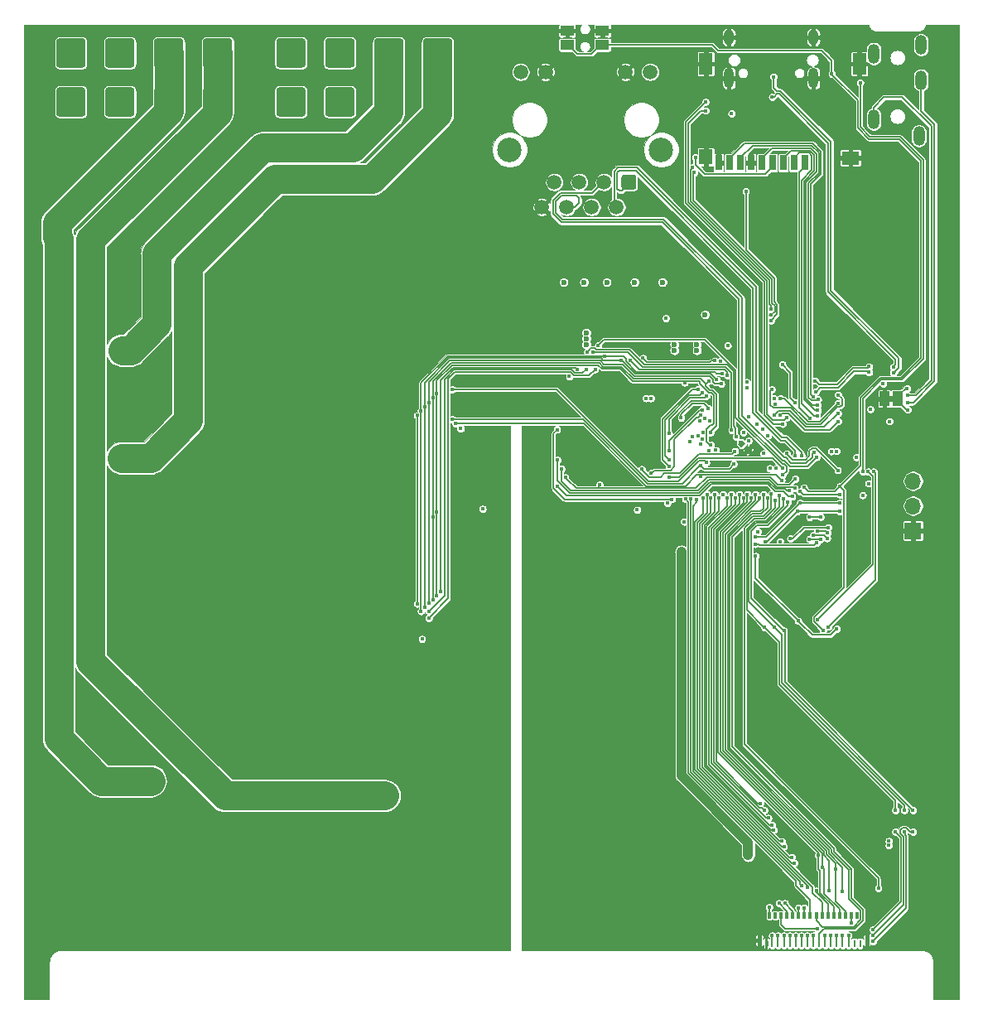
<source format=gbl>
G04 #@! TF.GenerationSoftware,KiCad,Pcbnew,5.1.5+dfsg1-2build2*
G04 #@! TF.CreationDate,2021-04-11T14:42:19-07:00*
G04 #@! TF.ProjectId,OtterCastAmp,4f747465-7243-4617-9374-416d702e6b69,rev?*
G04 #@! TF.SameCoordinates,Original*
G04 #@! TF.FileFunction,Copper,L4,Bot*
G04 #@! TF.FilePolarity,Positive*
%FSLAX46Y46*%
G04 Gerber Fmt 4.6, Leading zero omitted, Abs format (unit mm)*
G04 Created by KiCad (PCBNEW 5.1.5+dfsg1-2build2) date 2021-04-11 14:42:19*
%MOMM*%
%LPD*%
G04 APERTURE LIST*
%ADD10C,0.100000*%
%ADD11R,1.700000X1.700000*%
%ADD12O,1.700000X1.700000*%
%ADD13R,0.400000X0.850000*%
%ADD14R,0.300000X0.650000*%
%ADD15R,0.260000X0.800000*%
%ADD16R,1.000000X1.500000*%
%ADD17R,1.400000X1.050000*%
%ADD18C,1.500000*%
%ADD19C,2.500000*%
%ADD20R,1.400000X2.200000*%
%ADD21R,1.800000X1.400000*%
%ADD22R,1.400000X1.600000*%
%ADD23R,0.700000X1.600000*%
%ADD24C,0.800000*%
%ADD25C,6.400000*%
%ADD26O,1.200000X2.000000*%
%ADD27O,1.000000X1.600000*%
%ADD28O,1.000000X2.100000*%
%ADD29C,0.450000*%
%ADD30C,0.600000*%
%ADD31C,0.200000*%
%ADD32C,1.000000*%
%ADD33C,0.127000*%
%ADD34C,3.000000*%
%ADD35C,0.125000*%
G04 APERTURE END LIST*
D10*
G36*
X188600000Y-88750000D02*
G01*
X189100000Y-88750000D01*
X189100000Y-88150000D01*
X188600000Y-88150000D01*
X188600000Y-88750000D01*
G37*
G04 #@! TA.AperFunction,ComponentPad*
G36*
X106161756Y-51601806D02*
G01*
X106198159Y-51607206D01*
X106233857Y-51616147D01*
X106268506Y-51628545D01*
X106301774Y-51644280D01*
X106333339Y-51663199D01*
X106362897Y-51685121D01*
X106390165Y-51709835D01*
X106414879Y-51737103D01*
X106436801Y-51766661D01*
X106455720Y-51798226D01*
X106471455Y-51831494D01*
X106483853Y-51866143D01*
X106492794Y-51901841D01*
X106498194Y-51938244D01*
X106500000Y-51975000D01*
X106500000Y-54225000D01*
X106498194Y-54261756D01*
X106492794Y-54298159D01*
X106483853Y-54333857D01*
X106471455Y-54368506D01*
X106455720Y-54401774D01*
X106436801Y-54433339D01*
X106414879Y-54462897D01*
X106390165Y-54490165D01*
X106362897Y-54514879D01*
X106333339Y-54536801D01*
X106301774Y-54555720D01*
X106268506Y-54571455D01*
X106233857Y-54583853D01*
X106198159Y-54592794D01*
X106161756Y-54598194D01*
X106125000Y-54600000D01*
X103875000Y-54600000D01*
X103838244Y-54598194D01*
X103801841Y-54592794D01*
X103766143Y-54583853D01*
X103731494Y-54571455D01*
X103698226Y-54555720D01*
X103666661Y-54536801D01*
X103637103Y-54514879D01*
X103609835Y-54490165D01*
X103585121Y-54462897D01*
X103563199Y-54433339D01*
X103544280Y-54401774D01*
X103528545Y-54368506D01*
X103516147Y-54333857D01*
X103507206Y-54298159D01*
X103501806Y-54261756D01*
X103500000Y-54225000D01*
X103500000Y-51975000D01*
X103501806Y-51938244D01*
X103507206Y-51901841D01*
X103516147Y-51866143D01*
X103528545Y-51831494D01*
X103544280Y-51798226D01*
X103563199Y-51766661D01*
X103585121Y-51737103D01*
X103609835Y-51709835D01*
X103637103Y-51685121D01*
X103666661Y-51663199D01*
X103698226Y-51644280D01*
X103731494Y-51628545D01*
X103766143Y-51616147D01*
X103801841Y-51607206D01*
X103838244Y-51601806D01*
X103875000Y-51600000D01*
X106125000Y-51600000D01*
X106161756Y-51601806D01*
G37*
G04 #@! TD.AperFunction*
G04 #@! TA.AperFunction,ComponentPad*
G36*
X111161756Y-51601806D02*
G01*
X111198159Y-51607206D01*
X111233857Y-51616147D01*
X111268506Y-51628545D01*
X111301774Y-51644280D01*
X111333339Y-51663199D01*
X111362897Y-51685121D01*
X111390165Y-51709835D01*
X111414879Y-51737103D01*
X111436801Y-51766661D01*
X111455720Y-51798226D01*
X111471455Y-51831494D01*
X111483853Y-51866143D01*
X111492794Y-51901841D01*
X111498194Y-51938244D01*
X111500000Y-51975000D01*
X111500000Y-54225000D01*
X111498194Y-54261756D01*
X111492794Y-54298159D01*
X111483853Y-54333857D01*
X111471455Y-54368506D01*
X111455720Y-54401774D01*
X111436801Y-54433339D01*
X111414879Y-54462897D01*
X111390165Y-54490165D01*
X111362897Y-54514879D01*
X111333339Y-54536801D01*
X111301774Y-54555720D01*
X111268506Y-54571455D01*
X111233857Y-54583853D01*
X111198159Y-54592794D01*
X111161756Y-54598194D01*
X111125000Y-54600000D01*
X108875000Y-54600000D01*
X108838244Y-54598194D01*
X108801841Y-54592794D01*
X108766143Y-54583853D01*
X108731494Y-54571455D01*
X108698226Y-54555720D01*
X108666661Y-54536801D01*
X108637103Y-54514879D01*
X108609835Y-54490165D01*
X108585121Y-54462897D01*
X108563199Y-54433339D01*
X108544280Y-54401774D01*
X108528545Y-54368506D01*
X108516147Y-54333857D01*
X108507206Y-54298159D01*
X108501806Y-54261756D01*
X108500000Y-54225000D01*
X108500000Y-51975000D01*
X108501806Y-51938244D01*
X108507206Y-51901841D01*
X108516147Y-51866143D01*
X108528545Y-51831494D01*
X108544280Y-51798226D01*
X108563199Y-51766661D01*
X108585121Y-51737103D01*
X108609835Y-51709835D01*
X108637103Y-51685121D01*
X108666661Y-51663199D01*
X108698226Y-51644280D01*
X108731494Y-51628545D01*
X108766143Y-51616147D01*
X108801841Y-51607206D01*
X108838244Y-51601806D01*
X108875000Y-51600000D01*
X111125000Y-51600000D01*
X111161756Y-51601806D01*
G37*
G04 #@! TD.AperFunction*
G04 #@! TA.AperFunction,ComponentPad*
G36*
X116161756Y-51601806D02*
G01*
X116198159Y-51607206D01*
X116233857Y-51616147D01*
X116268506Y-51628545D01*
X116301774Y-51644280D01*
X116333339Y-51663199D01*
X116362897Y-51685121D01*
X116390165Y-51709835D01*
X116414879Y-51737103D01*
X116436801Y-51766661D01*
X116455720Y-51798226D01*
X116471455Y-51831494D01*
X116483853Y-51866143D01*
X116492794Y-51901841D01*
X116498194Y-51938244D01*
X116500000Y-51975000D01*
X116500000Y-54225000D01*
X116498194Y-54261756D01*
X116492794Y-54298159D01*
X116483853Y-54333857D01*
X116471455Y-54368506D01*
X116455720Y-54401774D01*
X116436801Y-54433339D01*
X116414879Y-54462897D01*
X116390165Y-54490165D01*
X116362897Y-54514879D01*
X116333339Y-54536801D01*
X116301774Y-54555720D01*
X116268506Y-54571455D01*
X116233857Y-54583853D01*
X116198159Y-54592794D01*
X116161756Y-54598194D01*
X116125000Y-54600000D01*
X113875000Y-54600000D01*
X113838244Y-54598194D01*
X113801841Y-54592794D01*
X113766143Y-54583853D01*
X113731494Y-54571455D01*
X113698226Y-54555720D01*
X113666661Y-54536801D01*
X113637103Y-54514879D01*
X113609835Y-54490165D01*
X113585121Y-54462897D01*
X113563199Y-54433339D01*
X113544280Y-54401774D01*
X113528545Y-54368506D01*
X113516147Y-54333857D01*
X113507206Y-54298159D01*
X113501806Y-54261756D01*
X113500000Y-54225000D01*
X113500000Y-51975000D01*
X113501806Y-51938244D01*
X113507206Y-51901841D01*
X113516147Y-51866143D01*
X113528545Y-51831494D01*
X113544280Y-51798226D01*
X113563199Y-51766661D01*
X113585121Y-51737103D01*
X113609835Y-51709835D01*
X113637103Y-51685121D01*
X113666661Y-51663199D01*
X113698226Y-51644280D01*
X113731494Y-51628545D01*
X113766143Y-51616147D01*
X113801841Y-51607206D01*
X113838244Y-51601806D01*
X113875000Y-51600000D01*
X116125000Y-51600000D01*
X116161756Y-51601806D01*
G37*
G04 #@! TD.AperFunction*
G04 #@! TA.AperFunction,ComponentPad*
G36*
X121161756Y-51601806D02*
G01*
X121198159Y-51607206D01*
X121233857Y-51616147D01*
X121268506Y-51628545D01*
X121301774Y-51644280D01*
X121333339Y-51663199D01*
X121362897Y-51685121D01*
X121390165Y-51709835D01*
X121414879Y-51737103D01*
X121436801Y-51766661D01*
X121455720Y-51798226D01*
X121471455Y-51831494D01*
X121483853Y-51866143D01*
X121492794Y-51901841D01*
X121498194Y-51938244D01*
X121500000Y-51975000D01*
X121500000Y-54225000D01*
X121498194Y-54261756D01*
X121492794Y-54298159D01*
X121483853Y-54333857D01*
X121471455Y-54368506D01*
X121455720Y-54401774D01*
X121436801Y-54433339D01*
X121414879Y-54462897D01*
X121390165Y-54490165D01*
X121362897Y-54514879D01*
X121333339Y-54536801D01*
X121301774Y-54555720D01*
X121268506Y-54571455D01*
X121233857Y-54583853D01*
X121198159Y-54592794D01*
X121161756Y-54598194D01*
X121125000Y-54600000D01*
X118875000Y-54600000D01*
X118838244Y-54598194D01*
X118801841Y-54592794D01*
X118766143Y-54583853D01*
X118731494Y-54571455D01*
X118698226Y-54555720D01*
X118666661Y-54536801D01*
X118637103Y-54514879D01*
X118609835Y-54490165D01*
X118585121Y-54462897D01*
X118563199Y-54433339D01*
X118544280Y-54401774D01*
X118528545Y-54368506D01*
X118516147Y-54333857D01*
X118507206Y-54298159D01*
X118501806Y-54261756D01*
X118500000Y-54225000D01*
X118500000Y-51975000D01*
X118501806Y-51938244D01*
X118507206Y-51901841D01*
X118516147Y-51866143D01*
X118528545Y-51831494D01*
X118544280Y-51798226D01*
X118563199Y-51766661D01*
X118585121Y-51737103D01*
X118609835Y-51709835D01*
X118637103Y-51685121D01*
X118666661Y-51663199D01*
X118698226Y-51644280D01*
X118731494Y-51628545D01*
X118766143Y-51616147D01*
X118801841Y-51607206D01*
X118838244Y-51601806D01*
X118875000Y-51600000D01*
X121125000Y-51600000D01*
X121161756Y-51601806D01*
G37*
G04 #@! TD.AperFunction*
G04 #@! TA.AperFunction,ComponentPad*
G36*
X106161756Y-56601806D02*
G01*
X106198159Y-56607206D01*
X106233857Y-56616147D01*
X106268506Y-56628545D01*
X106301774Y-56644280D01*
X106333339Y-56663199D01*
X106362897Y-56685121D01*
X106390165Y-56709835D01*
X106414879Y-56737103D01*
X106436801Y-56766661D01*
X106455720Y-56798226D01*
X106471455Y-56831494D01*
X106483853Y-56866143D01*
X106492794Y-56901841D01*
X106498194Y-56938244D01*
X106500000Y-56975000D01*
X106500000Y-59225000D01*
X106498194Y-59261756D01*
X106492794Y-59298159D01*
X106483853Y-59333857D01*
X106471455Y-59368506D01*
X106455720Y-59401774D01*
X106436801Y-59433339D01*
X106414879Y-59462897D01*
X106390165Y-59490165D01*
X106362897Y-59514879D01*
X106333339Y-59536801D01*
X106301774Y-59555720D01*
X106268506Y-59571455D01*
X106233857Y-59583853D01*
X106198159Y-59592794D01*
X106161756Y-59598194D01*
X106125000Y-59600000D01*
X103875000Y-59600000D01*
X103838244Y-59598194D01*
X103801841Y-59592794D01*
X103766143Y-59583853D01*
X103731494Y-59571455D01*
X103698226Y-59555720D01*
X103666661Y-59536801D01*
X103637103Y-59514879D01*
X103609835Y-59490165D01*
X103585121Y-59462897D01*
X103563199Y-59433339D01*
X103544280Y-59401774D01*
X103528545Y-59368506D01*
X103516147Y-59333857D01*
X103507206Y-59298159D01*
X103501806Y-59261756D01*
X103500000Y-59225000D01*
X103500000Y-56975000D01*
X103501806Y-56938244D01*
X103507206Y-56901841D01*
X103516147Y-56866143D01*
X103528545Y-56831494D01*
X103544280Y-56798226D01*
X103563199Y-56766661D01*
X103585121Y-56737103D01*
X103609835Y-56709835D01*
X103637103Y-56685121D01*
X103666661Y-56663199D01*
X103698226Y-56644280D01*
X103731494Y-56628545D01*
X103766143Y-56616147D01*
X103801841Y-56607206D01*
X103838244Y-56601806D01*
X103875000Y-56600000D01*
X106125000Y-56600000D01*
X106161756Y-56601806D01*
G37*
G04 #@! TD.AperFunction*
G04 #@! TA.AperFunction,ComponentPad*
G36*
X111161756Y-56601806D02*
G01*
X111198159Y-56607206D01*
X111233857Y-56616147D01*
X111268506Y-56628545D01*
X111301774Y-56644280D01*
X111333339Y-56663199D01*
X111362897Y-56685121D01*
X111390165Y-56709835D01*
X111414879Y-56737103D01*
X111436801Y-56766661D01*
X111455720Y-56798226D01*
X111471455Y-56831494D01*
X111483853Y-56866143D01*
X111492794Y-56901841D01*
X111498194Y-56938244D01*
X111500000Y-56975000D01*
X111500000Y-59225000D01*
X111498194Y-59261756D01*
X111492794Y-59298159D01*
X111483853Y-59333857D01*
X111471455Y-59368506D01*
X111455720Y-59401774D01*
X111436801Y-59433339D01*
X111414879Y-59462897D01*
X111390165Y-59490165D01*
X111362897Y-59514879D01*
X111333339Y-59536801D01*
X111301774Y-59555720D01*
X111268506Y-59571455D01*
X111233857Y-59583853D01*
X111198159Y-59592794D01*
X111161756Y-59598194D01*
X111125000Y-59600000D01*
X108875000Y-59600000D01*
X108838244Y-59598194D01*
X108801841Y-59592794D01*
X108766143Y-59583853D01*
X108731494Y-59571455D01*
X108698226Y-59555720D01*
X108666661Y-59536801D01*
X108637103Y-59514879D01*
X108609835Y-59490165D01*
X108585121Y-59462897D01*
X108563199Y-59433339D01*
X108544280Y-59401774D01*
X108528545Y-59368506D01*
X108516147Y-59333857D01*
X108507206Y-59298159D01*
X108501806Y-59261756D01*
X108500000Y-59225000D01*
X108500000Y-56975000D01*
X108501806Y-56938244D01*
X108507206Y-56901841D01*
X108516147Y-56866143D01*
X108528545Y-56831494D01*
X108544280Y-56798226D01*
X108563199Y-56766661D01*
X108585121Y-56737103D01*
X108609835Y-56709835D01*
X108637103Y-56685121D01*
X108666661Y-56663199D01*
X108698226Y-56644280D01*
X108731494Y-56628545D01*
X108766143Y-56616147D01*
X108801841Y-56607206D01*
X108838244Y-56601806D01*
X108875000Y-56600000D01*
X111125000Y-56600000D01*
X111161756Y-56601806D01*
G37*
G04 #@! TD.AperFunction*
G04 #@! TA.AperFunction,ComponentPad*
G36*
X116161756Y-56601806D02*
G01*
X116198159Y-56607206D01*
X116233857Y-56616147D01*
X116268506Y-56628545D01*
X116301774Y-56644280D01*
X116333339Y-56663199D01*
X116362897Y-56685121D01*
X116390165Y-56709835D01*
X116414879Y-56737103D01*
X116436801Y-56766661D01*
X116455720Y-56798226D01*
X116471455Y-56831494D01*
X116483853Y-56866143D01*
X116492794Y-56901841D01*
X116498194Y-56938244D01*
X116500000Y-56975000D01*
X116500000Y-59225000D01*
X116498194Y-59261756D01*
X116492794Y-59298159D01*
X116483853Y-59333857D01*
X116471455Y-59368506D01*
X116455720Y-59401774D01*
X116436801Y-59433339D01*
X116414879Y-59462897D01*
X116390165Y-59490165D01*
X116362897Y-59514879D01*
X116333339Y-59536801D01*
X116301774Y-59555720D01*
X116268506Y-59571455D01*
X116233857Y-59583853D01*
X116198159Y-59592794D01*
X116161756Y-59598194D01*
X116125000Y-59600000D01*
X113875000Y-59600000D01*
X113838244Y-59598194D01*
X113801841Y-59592794D01*
X113766143Y-59583853D01*
X113731494Y-59571455D01*
X113698226Y-59555720D01*
X113666661Y-59536801D01*
X113637103Y-59514879D01*
X113609835Y-59490165D01*
X113585121Y-59462897D01*
X113563199Y-59433339D01*
X113544280Y-59401774D01*
X113528545Y-59368506D01*
X113516147Y-59333857D01*
X113507206Y-59298159D01*
X113501806Y-59261756D01*
X113500000Y-59225000D01*
X113500000Y-56975000D01*
X113501806Y-56938244D01*
X113507206Y-56901841D01*
X113516147Y-56866143D01*
X113528545Y-56831494D01*
X113544280Y-56798226D01*
X113563199Y-56766661D01*
X113585121Y-56737103D01*
X113609835Y-56709835D01*
X113637103Y-56685121D01*
X113666661Y-56663199D01*
X113698226Y-56644280D01*
X113731494Y-56628545D01*
X113766143Y-56616147D01*
X113801841Y-56607206D01*
X113838244Y-56601806D01*
X113875000Y-56600000D01*
X116125000Y-56600000D01*
X116161756Y-56601806D01*
G37*
G04 #@! TD.AperFunction*
G04 #@! TA.AperFunction,ComponentPad*
G36*
X121161756Y-56601806D02*
G01*
X121198159Y-56607206D01*
X121233857Y-56616147D01*
X121268506Y-56628545D01*
X121301774Y-56644280D01*
X121333339Y-56663199D01*
X121362897Y-56685121D01*
X121390165Y-56709835D01*
X121414879Y-56737103D01*
X121436801Y-56766661D01*
X121455720Y-56798226D01*
X121471455Y-56831494D01*
X121483853Y-56866143D01*
X121492794Y-56901841D01*
X121498194Y-56938244D01*
X121500000Y-56975000D01*
X121500000Y-59225000D01*
X121498194Y-59261756D01*
X121492794Y-59298159D01*
X121483853Y-59333857D01*
X121471455Y-59368506D01*
X121455720Y-59401774D01*
X121436801Y-59433339D01*
X121414879Y-59462897D01*
X121390165Y-59490165D01*
X121362897Y-59514879D01*
X121333339Y-59536801D01*
X121301774Y-59555720D01*
X121268506Y-59571455D01*
X121233857Y-59583853D01*
X121198159Y-59592794D01*
X121161756Y-59598194D01*
X121125000Y-59600000D01*
X118875000Y-59600000D01*
X118838244Y-59598194D01*
X118801841Y-59592794D01*
X118766143Y-59583853D01*
X118731494Y-59571455D01*
X118698226Y-59555720D01*
X118666661Y-59536801D01*
X118637103Y-59514879D01*
X118609835Y-59490165D01*
X118585121Y-59462897D01*
X118563199Y-59433339D01*
X118544280Y-59401774D01*
X118528545Y-59368506D01*
X118516147Y-59333857D01*
X118507206Y-59298159D01*
X118501806Y-59261756D01*
X118500000Y-59225000D01*
X118500000Y-56975000D01*
X118501806Y-56938244D01*
X118507206Y-56901841D01*
X118516147Y-56866143D01*
X118528545Y-56831494D01*
X118544280Y-56798226D01*
X118563199Y-56766661D01*
X118585121Y-56737103D01*
X118609835Y-56709835D01*
X118637103Y-56685121D01*
X118666661Y-56663199D01*
X118698226Y-56644280D01*
X118731494Y-56628545D01*
X118766143Y-56616147D01*
X118801841Y-56607206D01*
X118838244Y-56601806D01*
X118875000Y-56600000D01*
X121125000Y-56600000D01*
X121161756Y-56601806D01*
G37*
G04 #@! TD.AperFunction*
G04 #@! TA.AperFunction,ComponentPad*
G36*
X128661756Y-51601806D02*
G01*
X128698159Y-51607206D01*
X128733857Y-51616147D01*
X128768506Y-51628545D01*
X128801774Y-51644280D01*
X128833339Y-51663199D01*
X128862897Y-51685121D01*
X128890165Y-51709835D01*
X128914879Y-51737103D01*
X128936801Y-51766661D01*
X128955720Y-51798226D01*
X128971455Y-51831494D01*
X128983853Y-51866143D01*
X128992794Y-51901841D01*
X128998194Y-51938244D01*
X129000000Y-51975000D01*
X129000000Y-54225000D01*
X128998194Y-54261756D01*
X128992794Y-54298159D01*
X128983853Y-54333857D01*
X128971455Y-54368506D01*
X128955720Y-54401774D01*
X128936801Y-54433339D01*
X128914879Y-54462897D01*
X128890165Y-54490165D01*
X128862897Y-54514879D01*
X128833339Y-54536801D01*
X128801774Y-54555720D01*
X128768506Y-54571455D01*
X128733857Y-54583853D01*
X128698159Y-54592794D01*
X128661756Y-54598194D01*
X128625000Y-54600000D01*
X126375000Y-54600000D01*
X126338244Y-54598194D01*
X126301841Y-54592794D01*
X126266143Y-54583853D01*
X126231494Y-54571455D01*
X126198226Y-54555720D01*
X126166661Y-54536801D01*
X126137103Y-54514879D01*
X126109835Y-54490165D01*
X126085121Y-54462897D01*
X126063199Y-54433339D01*
X126044280Y-54401774D01*
X126028545Y-54368506D01*
X126016147Y-54333857D01*
X126007206Y-54298159D01*
X126001806Y-54261756D01*
X126000000Y-54225000D01*
X126000000Y-51975000D01*
X126001806Y-51938244D01*
X126007206Y-51901841D01*
X126016147Y-51866143D01*
X126028545Y-51831494D01*
X126044280Y-51798226D01*
X126063199Y-51766661D01*
X126085121Y-51737103D01*
X126109835Y-51709835D01*
X126137103Y-51685121D01*
X126166661Y-51663199D01*
X126198226Y-51644280D01*
X126231494Y-51628545D01*
X126266143Y-51616147D01*
X126301841Y-51607206D01*
X126338244Y-51601806D01*
X126375000Y-51600000D01*
X128625000Y-51600000D01*
X128661756Y-51601806D01*
G37*
G04 #@! TD.AperFunction*
G04 #@! TA.AperFunction,ComponentPad*
G36*
X133661756Y-51601806D02*
G01*
X133698159Y-51607206D01*
X133733857Y-51616147D01*
X133768506Y-51628545D01*
X133801774Y-51644280D01*
X133833339Y-51663199D01*
X133862897Y-51685121D01*
X133890165Y-51709835D01*
X133914879Y-51737103D01*
X133936801Y-51766661D01*
X133955720Y-51798226D01*
X133971455Y-51831494D01*
X133983853Y-51866143D01*
X133992794Y-51901841D01*
X133998194Y-51938244D01*
X134000000Y-51975000D01*
X134000000Y-54225000D01*
X133998194Y-54261756D01*
X133992794Y-54298159D01*
X133983853Y-54333857D01*
X133971455Y-54368506D01*
X133955720Y-54401774D01*
X133936801Y-54433339D01*
X133914879Y-54462897D01*
X133890165Y-54490165D01*
X133862897Y-54514879D01*
X133833339Y-54536801D01*
X133801774Y-54555720D01*
X133768506Y-54571455D01*
X133733857Y-54583853D01*
X133698159Y-54592794D01*
X133661756Y-54598194D01*
X133625000Y-54600000D01*
X131375000Y-54600000D01*
X131338244Y-54598194D01*
X131301841Y-54592794D01*
X131266143Y-54583853D01*
X131231494Y-54571455D01*
X131198226Y-54555720D01*
X131166661Y-54536801D01*
X131137103Y-54514879D01*
X131109835Y-54490165D01*
X131085121Y-54462897D01*
X131063199Y-54433339D01*
X131044280Y-54401774D01*
X131028545Y-54368506D01*
X131016147Y-54333857D01*
X131007206Y-54298159D01*
X131001806Y-54261756D01*
X131000000Y-54225000D01*
X131000000Y-51975000D01*
X131001806Y-51938244D01*
X131007206Y-51901841D01*
X131016147Y-51866143D01*
X131028545Y-51831494D01*
X131044280Y-51798226D01*
X131063199Y-51766661D01*
X131085121Y-51737103D01*
X131109835Y-51709835D01*
X131137103Y-51685121D01*
X131166661Y-51663199D01*
X131198226Y-51644280D01*
X131231494Y-51628545D01*
X131266143Y-51616147D01*
X131301841Y-51607206D01*
X131338244Y-51601806D01*
X131375000Y-51600000D01*
X133625000Y-51600000D01*
X133661756Y-51601806D01*
G37*
G04 #@! TD.AperFunction*
G04 #@! TA.AperFunction,ComponentPad*
G36*
X138661756Y-51601806D02*
G01*
X138698159Y-51607206D01*
X138733857Y-51616147D01*
X138768506Y-51628545D01*
X138801774Y-51644280D01*
X138833339Y-51663199D01*
X138862897Y-51685121D01*
X138890165Y-51709835D01*
X138914879Y-51737103D01*
X138936801Y-51766661D01*
X138955720Y-51798226D01*
X138971455Y-51831494D01*
X138983853Y-51866143D01*
X138992794Y-51901841D01*
X138998194Y-51938244D01*
X139000000Y-51975000D01*
X139000000Y-54225000D01*
X138998194Y-54261756D01*
X138992794Y-54298159D01*
X138983853Y-54333857D01*
X138971455Y-54368506D01*
X138955720Y-54401774D01*
X138936801Y-54433339D01*
X138914879Y-54462897D01*
X138890165Y-54490165D01*
X138862897Y-54514879D01*
X138833339Y-54536801D01*
X138801774Y-54555720D01*
X138768506Y-54571455D01*
X138733857Y-54583853D01*
X138698159Y-54592794D01*
X138661756Y-54598194D01*
X138625000Y-54600000D01*
X136375000Y-54600000D01*
X136338244Y-54598194D01*
X136301841Y-54592794D01*
X136266143Y-54583853D01*
X136231494Y-54571455D01*
X136198226Y-54555720D01*
X136166661Y-54536801D01*
X136137103Y-54514879D01*
X136109835Y-54490165D01*
X136085121Y-54462897D01*
X136063199Y-54433339D01*
X136044280Y-54401774D01*
X136028545Y-54368506D01*
X136016147Y-54333857D01*
X136007206Y-54298159D01*
X136001806Y-54261756D01*
X136000000Y-54225000D01*
X136000000Y-51975000D01*
X136001806Y-51938244D01*
X136007206Y-51901841D01*
X136016147Y-51866143D01*
X136028545Y-51831494D01*
X136044280Y-51798226D01*
X136063199Y-51766661D01*
X136085121Y-51737103D01*
X136109835Y-51709835D01*
X136137103Y-51685121D01*
X136166661Y-51663199D01*
X136198226Y-51644280D01*
X136231494Y-51628545D01*
X136266143Y-51616147D01*
X136301841Y-51607206D01*
X136338244Y-51601806D01*
X136375000Y-51600000D01*
X138625000Y-51600000D01*
X138661756Y-51601806D01*
G37*
G04 #@! TD.AperFunction*
G04 #@! TA.AperFunction,ComponentPad*
G36*
X143661756Y-51601806D02*
G01*
X143698159Y-51607206D01*
X143733857Y-51616147D01*
X143768506Y-51628545D01*
X143801774Y-51644280D01*
X143833339Y-51663199D01*
X143862897Y-51685121D01*
X143890165Y-51709835D01*
X143914879Y-51737103D01*
X143936801Y-51766661D01*
X143955720Y-51798226D01*
X143971455Y-51831494D01*
X143983853Y-51866143D01*
X143992794Y-51901841D01*
X143998194Y-51938244D01*
X144000000Y-51975000D01*
X144000000Y-54225000D01*
X143998194Y-54261756D01*
X143992794Y-54298159D01*
X143983853Y-54333857D01*
X143971455Y-54368506D01*
X143955720Y-54401774D01*
X143936801Y-54433339D01*
X143914879Y-54462897D01*
X143890165Y-54490165D01*
X143862897Y-54514879D01*
X143833339Y-54536801D01*
X143801774Y-54555720D01*
X143768506Y-54571455D01*
X143733857Y-54583853D01*
X143698159Y-54592794D01*
X143661756Y-54598194D01*
X143625000Y-54600000D01*
X141375000Y-54600000D01*
X141338244Y-54598194D01*
X141301841Y-54592794D01*
X141266143Y-54583853D01*
X141231494Y-54571455D01*
X141198226Y-54555720D01*
X141166661Y-54536801D01*
X141137103Y-54514879D01*
X141109835Y-54490165D01*
X141085121Y-54462897D01*
X141063199Y-54433339D01*
X141044280Y-54401774D01*
X141028545Y-54368506D01*
X141016147Y-54333857D01*
X141007206Y-54298159D01*
X141001806Y-54261756D01*
X141000000Y-54225000D01*
X141000000Y-51975000D01*
X141001806Y-51938244D01*
X141007206Y-51901841D01*
X141016147Y-51866143D01*
X141028545Y-51831494D01*
X141044280Y-51798226D01*
X141063199Y-51766661D01*
X141085121Y-51737103D01*
X141109835Y-51709835D01*
X141137103Y-51685121D01*
X141166661Y-51663199D01*
X141198226Y-51644280D01*
X141231494Y-51628545D01*
X141266143Y-51616147D01*
X141301841Y-51607206D01*
X141338244Y-51601806D01*
X141375000Y-51600000D01*
X143625000Y-51600000D01*
X143661756Y-51601806D01*
G37*
G04 #@! TD.AperFunction*
G04 #@! TA.AperFunction,ComponentPad*
G36*
X128661756Y-56601806D02*
G01*
X128698159Y-56607206D01*
X128733857Y-56616147D01*
X128768506Y-56628545D01*
X128801774Y-56644280D01*
X128833339Y-56663199D01*
X128862897Y-56685121D01*
X128890165Y-56709835D01*
X128914879Y-56737103D01*
X128936801Y-56766661D01*
X128955720Y-56798226D01*
X128971455Y-56831494D01*
X128983853Y-56866143D01*
X128992794Y-56901841D01*
X128998194Y-56938244D01*
X129000000Y-56975000D01*
X129000000Y-59225000D01*
X128998194Y-59261756D01*
X128992794Y-59298159D01*
X128983853Y-59333857D01*
X128971455Y-59368506D01*
X128955720Y-59401774D01*
X128936801Y-59433339D01*
X128914879Y-59462897D01*
X128890165Y-59490165D01*
X128862897Y-59514879D01*
X128833339Y-59536801D01*
X128801774Y-59555720D01*
X128768506Y-59571455D01*
X128733857Y-59583853D01*
X128698159Y-59592794D01*
X128661756Y-59598194D01*
X128625000Y-59600000D01*
X126375000Y-59600000D01*
X126338244Y-59598194D01*
X126301841Y-59592794D01*
X126266143Y-59583853D01*
X126231494Y-59571455D01*
X126198226Y-59555720D01*
X126166661Y-59536801D01*
X126137103Y-59514879D01*
X126109835Y-59490165D01*
X126085121Y-59462897D01*
X126063199Y-59433339D01*
X126044280Y-59401774D01*
X126028545Y-59368506D01*
X126016147Y-59333857D01*
X126007206Y-59298159D01*
X126001806Y-59261756D01*
X126000000Y-59225000D01*
X126000000Y-56975000D01*
X126001806Y-56938244D01*
X126007206Y-56901841D01*
X126016147Y-56866143D01*
X126028545Y-56831494D01*
X126044280Y-56798226D01*
X126063199Y-56766661D01*
X126085121Y-56737103D01*
X126109835Y-56709835D01*
X126137103Y-56685121D01*
X126166661Y-56663199D01*
X126198226Y-56644280D01*
X126231494Y-56628545D01*
X126266143Y-56616147D01*
X126301841Y-56607206D01*
X126338244Y-56601806D01*
X126375000Y-56600000D01*
X128625000Y-56600000D01*
X128661756Y-56601806D01*
G37*
G04 #@! TD.AperFunction*
G04 #@! TA.AperFunction,ComponentPad*
G36*
X133661756Y-56601806D02*
G01*
X133698159Y-56607206D01*
X133733857Y-56616147D01*
X133768506Y-56628545D01*
X133801774Y-56644280D01*
X133833339Y-56663199D01*
X133862897Y-56685121D01*
X133890165Y-56709835D01*
X133914879Y-56737103D01*
X133936801Y-56766661D01*
X133955720Y-56798226D01*
X133971455Y-56831494D01*
X133983853Y-56866143D01*
X133992794Y-56901841D01*
X133998194Y-56938244D01*
X134000000Y-56975000D01*
X134000000Y-59225000D01*
X133998194Y-59261756D01*
X133992794Y-59298159D01*
X133983853Y-59333857D01*
X133971455Y-59368506D01*
X133955720Y-59401774D01*
X133936801Y-59433339D01*
X133914879Y-59462897D01*
X133890165Y-59490165D01*
X133862897Y-59514879D01*
X133833339Y-59536801D01*
X133801774Y-59555720D01*
X133768506Y-59571455D01*
X133733857Y-59583853D01*
X133698159Y-59592794D01*
X133661756Y-59598194D01*
X133625000Y-59600000D01*
X131375000Y-59600000D01*
X131338244Y-59598194D01*
X131301841Y-59592794D01*
X131266143Y-59583853D01*
X131231494Y-59571455D01*
X131198226Y-59555720D01*
X131166661Y-59536801D01*
X131137103Y-59514879D01*
X131109835Y-59490165D01*
X131085121Y-59462897D01*
X131063199Y-59433339D01*
X131044280Y-59401774D01*
X131028545Y-59368506D01*
X131016147Y-59333857D01*
X131007206Y-59298159D01*
X131001806Y-59261756D01*
X131000000Y-59225000D01*
X131000000Y-56975000D01*
X131001806Y-56938244D01*
X131007206Y-56901841D01*
X131016147Y-56866143D01*
X131028545Y-56831494D01*
X131044280Y-56798226D01*
X131063199Y-56766661D01*
X131085121Y-56737103D01*
X131109835Y-56709835D01*
X131137103Y-56685121D01*
X131166661Y-56663199D01*
X131198226Y-56644280D01*
X131231494Y-56628545D01*
X131266143Y-56616147D01*
X131301841Y-56607206D01*
X131338244Y-56601806D01*
X131375000Y-56600000D01*
X133625000Y-56600000D01*
X133661756Y-56601806D01*
G37*
G04 #@! TD.AperFunction*
G04 #@! TA.AperFunction,ComponentPad*
G36*
X138661756Y-56601806D02*
G01*
X138698159Y-56607206D01*
X138733857Y-56616147D01*
X138768506Y-56628545D01*
X138801774Y-56644280D01*
X138833339Y-56663199D01*
X138862897Y-56685121D01*
X138890165Y-56709835D01*
X138914879Y-56737103D01*
X138936801Y-56766661D01*
X138955720Y-56798226D01*
X138971455Y-56831494D01*
X138983853Y-56866143D01*
X138992794Y-56901841D01*
X138998194Y-56938244D01*
X139000000Y-56975000D01*
X139000000Y-59225000D01*
X138998194Y-59261756D01*
X138992794Y-59298159D01*
X138983853Y-59333857D01*
X138971455Y-59368506D01*
X138955720Y-59401774D01*
X138936801Y-59433339D01*
X138914879Y-59462897D01*
X138890165Y-59490165D01*
X138862897Y-59514879D01*
X138833339Y-59536801D01*
X138801774Y-59555720D01*
X138768506Y-59571455D01*
X138733857Y-59583853D01*
X138698159Y-59592794D01*
X138661756Y-59598194D01*
X138625000Y-59600000D01*
X136375000Y-59600000D01*
X136338244Y-59598194D01*
X136301841Y-59592794D01*
X136266143Y-59583853D01*
X136231494Y-59571455D01*
X136198226Y-59555720D01*
X136166661Y-59536801D01*
X136137103Y-59514879D01*
X136109835Y-59490165D01*
X136085121Y-59462897D01*
X136063199Y-59433339D01*
X136044280Y-59401774D01*
X136028545Y-59368506D01*
X136016147Y-59333857D01*
X136007206Y-59298159D01*
X136001806Y-59261756D01*
X136000000Y-59225000D01*
X136000000Y-56975000D01*
X136001806Y-56938244D01*
X136007206Y-56901841D01*
X136016147Y-56866143D01*
X136028545Y-56831494D01*
X136044280Y-56798226D01*
X136063199Y-56766661D01*
X136085121Y-56737103D01*
X136109835Y-56709835D01*
X136137103Y-56685121D01*
X136166661Y-56663199D01*
X136198226Y-56644280D01*
X136231494Y-56628545D01*
X136266143Y-56616147D01*
X136301841Y-56607206D01*
X136338244Y-56601806D01*
X136375000Y-56600000D01*
X138625000Y-56600000D01*
X138661756Y-56601806D01*
G37*
G04 #@! TD.AperFunction*
G04 #@! TA.AperFunction,ComponentPad*
G36*
X143661756Y-56601806D02*
G01*
X143698159Y-56607206D01*
X143733857Y-56616147D01*
X143768506Y-56628545D01*
X143801774Y-56644280D01*
X143833339Y-56663199D01*
X143862897Y-56685121D01*
X143890165Y-56709835D01*
X143914879Y-56737103D01*
X143936801Y-56766661D01*
X143955720Y-56798226D01*
X143971455Y-56831494D01*
X143983853Y-56866143D01*
X143992794Y-56901841D01*
X143998194Y-56938244D01*
X144000000Y-56975000D01*
X144000000Y-59225000D01*
X143998194Y-59261756D01*
X143992794Y-59298159D01*
X143983853Y-59333857D01*
X143971455Y-59368506D01*
X143955720Y-59401774D01*
X143936801Y-59433339D01*
X143914879Y-59462897D01*
X143890165Y-59490165D01*
X143862897Y-59514879D01*
X143833339Y-59536801D01*
X143801774Y-59555720D01*
X143768506Y-59571455D01*
X143733857Y-59583853D01*
X143698159Y-59592794D01*
X143661756Y-59598194D01*
X143625000Y-59600000D01*
X141375000Y-59600000D01*
X141338244Y-59598194D01*
X141301841Y-59592794D01*
X141266143Y-59583853D01*
X141231494Y-59571455D01*
X141198226Y-59555720D01*
X141166661Y-59536801D01*
X141137103Y-59514879D01*
X141109835Y-59490165D01*
X141085121Y-59462897D01*
X141063199Y-59433339D01*
X141044280Y-59401774D01*
X141028545Y-59368506D01*
X141016147Y-59333857D01*
X141007206Y-59298159D01*
X141001806Y-59261756D01*
X141000000Y-59225000D01*
X141000000Y-56975000D01*
X141001806Y-56938244D01*
X141007206Y-56901841D01*
X141016147Y-56866143D01*
X141028545Y-56831494D01*
X141044280Y-56798226D01*
X141063199Y-56766661D01*
X141085121Y-56737103D01*
X141109835Y-56709835D01*
X141137103Y-56685121D01*
X141166661Y-56663199D01*
X141198226Y-56644280D01*
X141231494Y-56628545D01*
X141266143Y-56616147D01*
X141301841Y-56607206D01*
X141338244Y-56601806D01*
X141375000Y-56600000D01*
X143625000Y-56600000D01*
X143661756Y-56601806D01*
G37*
G04 #@! TD.AperFunction*
D11*
X191100000Y-101930000D03*
D12*
X191100000Y-99390000D03*
X191100000Y-96850000D03*
D13*
X175400000Y-143775000D03*
X186400000Y-143775000D03*
D14*
X176400000Y-141225000D03*
X177000000Y-141225000D03*
X177600000Y-141225000D03*
X178200000Y-141225000D03*
X178800000Y-141225000D03*
X179400000Y-141225000D03*
X180000000Y-141225000D03*
X180600000Y-141225000D03*
X181200000Y-141225000D03*
X181800000Y-141225000D03*
X182400000Y-141225000D03*
X183000000Y-141225000D03*
X183600000Y-141225000D03*
X184200000Y-141225000D03*
X184800000Y-141225000D03*
X185400000Y-141225000D03*
D15*
X176100000Y-144100000D03*
X176700000Y-144100000D03*
X177300000Y-144100000D03*
X177900000Y-144100000D03*
X178500000Y-144100000D03*
X179100000Y-144100000D03*
X179700000Y-144100000D03*
X180300000Y-144100000D03*
X180900000Y-144100000D03*
X181500000Y-144100000D03*
X182100000Y-144100000D03*
X182700000Y-144100000D03*
X183300000Y-144100000D03*
X183900000Y-144100000D03*
X184500000Y-144100000D03*
X185100000Y-144100000D03*
X185700000Y-144100000D03*
D16*
X189500000Y-88450000D03*
X188200000Y-88450000D03*
D17*
X159350000Y-52270000D03*
X155750000Y-52270000D03*
X159350000Y-50830000D03*
X155750000Y-50830000D03*
G04 #@! TA.AperFunction,ComponentPad*
D10*
G36*
X162574053Y-65551206D02*
G01*
X162598370Y-65554813D01*
X162622216Y-65560786D01*
X162645362Y-65569068D01*
X162667585Y-65579579D01*
X162688670Y-65592217D01*
X162708416Y-65606861D01*
X162726630Y-65623370D01*
X162743139Y-65641584D01*
X162757783Y-65661330D01*
X162770421Y-65682415D01*
X162780932Y-65704638D01*
X162789214Y-65727784D01*
X162795187Y-65751630D01*
X162798794Y-65775947D01*
X162800000Y-65800500D01*
X162800000Y-66799500D01*
X162798794Y-66824053D01*
X162795187Y-66848370D01*
X162789214Y-66872216D01*
X162780932Y-66895362D01*
X162770421Y-66917585D01*
X162757783Y-66938670D01*
X162743139Y-66958416D01*
X162726630Y-66976630D01*
X162708416Y-66993139D01*
X162688670Y-67007783D01*
X162667585Y-67020421D01*
X162645362Y-67030932D01*
X162622216Y-67039214D01*
X162598370Y-67045187D01*
X162574053Y-67048794D01*
X162549500Y-67050000D01*
X161550500Y-67050000D01*
X161525947Y-67048794D01*
X161501630Y-67045187D01*
X161477784Y-67039214D01*
X161454638Y-67030932D01*
X161432415Y-67020421D01*
X161411330Y-67007783D01*
X161391584Y-66993139D01*
X161373370Y-66976630D01*
X161356861Y-66958416D01*
X161342217Y-66938670D01*
X161329579Y-66917585D01*
X161319068Y-66895362D01*
X161310786Y-66872216D01*
X161304813Y-66848370D01*
X161301206Y-66824053D01*
X161300000Y-66799500D01*
X161300000Y-65800500D01*
X161301206Y-65775947D01*
X161304813Y-65751630D01*
X161310786Y-65727784D01*
X161319068Y-65704638D01*
X161329579Y-65682415D01*
X161342217Y-65661330D01*
X161356861Y-65641584D01*
X161373370Y-65623370D01*
X161391584Y-65606861D01*
X161411330Y-65592217D01*
X161432415Y-65579579D01*
X161454638Y-65569068D01*
X161477784Y-65560786D01*
X161501630Y-65554813D01*
X161525947Y-65551206D01*
X161550500Y-65550000D01*
X162549500Y-65550000D01*
X162574053Y-65551206D01*
G37*
G04 #@! TD.AperFunction*
D18*
X160790000Y-68840000D03*
X159510000Y-66300000D03*
X158250000Y-68840000D03*
X156970000Y-66300000D03*
X155710000Y-68840000D03*
X154430000Y-66300000D03*
D19*
X165355000Y-62990000D03*
D18*
X153170000Y-68840000D03*
D19*
X149865000Y-62990000D03*
D18*
X164235000Y-55040000D03*
X161695000Y-55040000D03*
X150985000Y-55040000D03*
X153525000Y-55040000D03*
D20*
X185620000Y-54230000D03*
D21*
X184720000Y-63830000D03*
D20*
X169920000Y-54230000D03*
D22*
X169920000Y-63730000D03*
D23*
X171220000Y-64330000D03*
X172320000Y-64330000D03*
X173420000Y-64330000D03*
X174520000Y-64330000D03*
X175620000Y-64330000D03*
X176720000Y-64330000D03*
X177820000Y-64330000D03*
X178920000Y-64330000D03*
X180020000Y-64330000D03*
D24*
X131697056Y-118302944D03*
X130000000Y-117600000D03*
X128302944Y-118302944D03*
X127600000Y-120000000D03*
X128302944Y-121697056D03*
X130000000Y-122400000D03*
X131697056Y-121697056D03*
X132400000Y-120000000D03*
D25*
X130000000Y-120000000D03*
D24*
X131697056Y-78302944D03*
X130000000Y-77600000D03*
X128302944Y-78302944D03*
X127600000Y-80000000D03*
X128302944Y-81697056D03*
X130000000Y-82400000D03*
X131697056Y-81697056D03*
X132400000Y-80000000D03*
D25*
X130000000Y-80000000D03*
D26*
X191920000Y-52275000D03*
X191920000Y-55875000D03*
X191700000Y-61575000D03*
X187080000Y-59875000D03*
X187080000Y-53175000D03*
D27*
X172280000Y-51505000D03*
X180920000Y-51505000D03*
D28*
X172280000Y-55685000D03*
X180920000Y-55685000D03*
G04 #@! TA.AperFunction,SMDPad,CuDef*
D10*
G36*
X173843431Y-93717695D02*
G01*
X174267695Y-93293431D01*
X174621249Y-93646985D01*
X174196985Y-94071249D01*
X173843431Y-93717695D01*
G37*
G04 #@! TD.AperFunction*
G04 #@! TA.AperFunction,SMDPad,CuDef*
G36*
X173178751Y-93053015D02*
G01*
X173603015Y-92628751D01*
X173956569Y-92982305D01*
X173532305Y-93406569D01*
X173178751Y-93053015D01*
G37*
G04 #@! TD.AperFunction*
D29*
X176710000Y-83440000D03*
X175520000Y-83470000D03*
X174170000Y-83450000D03*
X172690000Y-83450000D03*
X172050000Y-66300000D03*
X172900000Y-66300000D03*
X171250000Y-66300000D03*
D30*
X186750000Y-66000000D03*
X189950000Y-65300000D03*
X186750000Y-66700000D03*
X189950000Y-66700000D03*
X189950000Y-63900000D03*
X189950000Y-64600000D03*
X186750000Y-63900000D03*
X186750000Y-64600000D03*
X186750000Y-65300000D03*
X189950000Y-66000000D03*
X189050000Y-80650000D03*
X189050000Y-79500000D03*
X189700000Y-81150000D03*
X188400000Y-81150000D03*
X189700000Y-80050000D03*
X188400000Y-80050000D03*
X189700000Y-78950000D03*
X188400000Y-78950000D03*
X101000000Y-122000000D03*
X101000000Y-97000000D03*
X101000000Y-142000000D03*
X101000000Y-102000000D03*
X101000000Y-117000000D03*
X101000000Y-62000000D03*
X101000000Y-137000000D03*
X101000000Y-107000000D03*
X101000000Y-87000000D03*
X101000000Y-62000000D03*
X101000000Y-132000000D03*
X101000000Y-52000000D03*
X101000000Y-77000000D03*
X101000000Y-72000000D03*
X101000000Y-82000000D03*
X101000000Y-112000000D03*
X101000000Y-127000000D03*
X101000000Y-57000000D03*
X101000000Y-67000000D03*
X101000000Y-92000000D03*
X135800000Y-73600000D03*
X138500000Y-74400001D03*
X135800000Y-74400000D03*
X137600000Y-74900000D03*
X138500000Y-73600000D03*
X136700000Y-74900000D03*
X108900000Y-75100000D03*
X111600000Y-75900001D03*
X108900000Y-75900000D03*
X110700000Y-76400000D03*
X111600000Y-75100000D03*
X109800000Y-76400000D03*
X111600000Y-91900000D03*
X108900000Y-91100000D03*
X111600000Y-91100000D03*
X109800000Y-90600000D03*
X108900000Y-91900000D03*
X110700000Y-90600000D03*
X108900000Y-86100000D03*
X111600000Y-86900001D03*
X108900000Y-86900000D03*
X110700000Y-87400000D03*
X111600000Y-86100000D03*
X109800000Y-87400000D03*
X138400000Y-126400000D03*
X135700000Y-125600000D03*
X138400000Y-125600000D03*
X136600000Y-125100000D03*
X135700000Y-126400000D03*
X137500000Y-125100000D03*
X111600000Y-124900000D03*
X108900000Y-124100000D03*
X111600000Y-124100000D03*
X109800000Y-123600000D03*
X108900000Y-124900000D03*
X110700000Y-123600000D03*
X108900000Y-108100000D03*
X111600000Y-108900001D03*
X108900000Y-108900000D03*
X110700000Y-109400000D03*
X111600000Y-108100000D03*
X109800000Y-109400000D03*
X145000000Y-119600000D03*
X145000000Y-116400000D03*
X146400000Y-119600000D03*
X147100000Y-119600000D03*
X144300000Y-119600000D03*
X147100000Y-116400000D03*
X144300000Y-116400000D03*
X146400000Y-116400000D03*
X145700000Y-119600000D03*
X145700000Y-116400000D03*
X145000000Y-107600000D03*
X145000000Y-104400000D03*
X146400000Y-107600000D03*
X147100000Y-107600000D03*
X144300000Y-107600000D03*
X147100000Y-104400000D03*
X144300000Y-104400000D03*
X146400000Y-104400000D03*
X145700000Y-107600000D03*
X145700000Y-104400000D03*
X145000000Y-83600000D03*
X145000000Y-80400000D03*
X146400000Y-83600000D03*
X147100000Y-83600000D03*
X144300000Y-83600000D03*
X147100000Y-80400000D03*
X144300000Y-80400000D03*
X146400000Y-80400000D03*
X145700000Y-83600000D03*
X145700000Y-80400000D03*
X128600000Y-108600000D03*
X130000000Y-108600000D03*
X128600000Y-111400000D03*
X130700000Y-109300000D03*
X129300000Y-110700000D03*
X131400000Y-111400000D03*
X128600000Y-110000000D03*
X131400000Y-110000000D03*
X130000000Y-110000000D03*
X130000000Y-111400000D03*
X131400000Y-108600000D03*
X129300000Y-109300000D03*
X130700000Y-110700000D03*
X129300000Y-89300000D03*
X128600000Y-88600000D03*
X128600000Y-90000000D03*
X128600000Y-91400000D03*
X129300000Y-90700000D03*
X130700000Y-90700000D03*
X130700000Y-89300000D03*
X131400000Y-88600000D03*
X131400000Y-90000000D03*
X131400000Y-91400000D03*
X130000000Y-91400000D03*
X130000000Y-88600000D03*
X130000000Y-90000000D03*
X125200000Y-108300000D03*
X125900000Y-108300000D03*
X126600000Y-108300000D03*
X126800000Y-87200000D03*
X127300000Y-87700000D03*
X125200000Y-91700000D03*
X125900000Y-91700000D03*
X126600000Y-91700000D03*
X131500000Y-86100000D03*
X134000000Y-86100000D03*
X134000000Y-86900000D03*
X135600000Y-91500000D03*
X130300000Y-93600000D03*
X130300000Y-113600000D03*
X132300000Y-113700000D03*
X132300000Y-93700000D03*
X127600000Y-96000000D03*
X127600000Y-95300000D03*
X126900000Y-96000000D03*
X127600000Y-104000000D03*
X127600000Y-104700000D03*
X126900000Y-104000000D03*
X131500000Y-106100000D03*
X133800000Y-106500000D03*
X134800000Y-113900000D03*
X135400000Y-111800000D03*
X128200000Y-116700000D03*
X128900000Y-116500000D03*
X128200000Y-83300000D03*
X128900000Y-83500000D03*
X127300000Y-112300000D03*
X126800000Y-112800000D03*
X144300000Y-95600000D03*
X145000000Y-95600000D03*
X145700000Y-95600000D03*
X146400000Y-95600000D03*
X147100000Y-95600000D03*
X147100000Y-92400000D03*
X146400000Y-92400000D03*
X145700000Y-92400000D03*
X145000000Y-92400000D03*
X144300000Y-92400000D03*
X109800000Y-112600000D03*
X110700000Y-112600000D03*
X108900000Y-113100000D03*
X108900000Y-113900000D03*
X111600000Y-113900000D03*
X111600000Y-113100000D03*
X122500000Y-92100000D03*
X121800000Y-92100000D03*
X121100000Y-92100000D03*
X121100000Y-91400000D03*
X121800000Y-91400000D03*
X120400000Y-88900000D03*
X120400000Y-89600000D03*
X121100000Y-89600000D03*
X120400000Y-91400000D03*
X120400000Y-92100000D03*
X120400000Y-81100000D03*
X121100000Y-81100000D03*
X120400000Y-80400000D03*
X138600000Y-86800000D03*
X139000000Y-91500000D03*
X120400000Y-107900000D03*
X121100000Y-107900000D03*
X121800000Y-107900000D03*
X122500000Y-107900000D03*
X120400000Y-108600000D03*
X121100000Y-108600000D03*
X121800000Y-108600000D03*
X120400000Y-111100000D03*
X120400000Y-110400000D03*
X121100000Y-110400000D03*
X120400000Y-120300000D03*
X120400000Y-119600000D03*
X121100000Y-119600000D03*
D29*
X177760199Y-87759842D03*
D30*
X195000000Y-52000000D03*
X195000000Y-57000000D03*
X195000000Y-62000000D03*
X195000000Y-62000000D03*
X195000000Y-67000000D03*
X195000000Y-72000000D03*
X195000000Y-77000000D03*
X195000000Y-82000000D03*
X195000000Y-87000000D03*
X195000000Y-92000000D03*
X195000000Y-97000000D03*
X195000000Y-102000000D03*
X195000000Y-107000000D03*
X195000000Y-112000000D03*
X195000000Y-117000000D03*
X195000000Y-122000000D03*
X195000000Y-127000000D03*
X195000000Y-132000000D03*
X195000000Y-137000000D03*
X195000000Y-142000000D03*
X101000000Y-147000000D03*
X195000000Y-147000000D03*
D29*
X181069122Y-87170013D03*
X180740427Y-97530000D03*
X177980000Y-102030000D03*
X176210000Y-104390000D03*
D30*
X183000000Y-81800000D03*
X183000000Y-82600000D03*
X185800000Y-82800000D03*
X181500000Y-72300000D03*
X181500000Y-69500000D03*
D29*
X170920000Y-95052999D03*
X173750000Y-95130000D03*
X175050000Y-95130000D03*
X175050000Y-93170000D03*
X174400000Y-93830000D03*
X177650000Y-93180000D03*
X178950000Y-91550000D03*
X177613559Y-91551600D03*
X175522122Y-86744590D03*
X174200000Y-60200000D03*
X183700000Y-57300000D03*
X154950000Y-90100000D03*
X153400000Y-86400000D03*
X157800000Y-88700000D03*
X156200000Y-89950000D03*
X163750000Y-89350000D03*
X164900000Y-87400000D03*
X166450000Y-87350000D03*
X162000000Y-90300000D03*
X163750000Y-94500000D03*
X160550000Y-95400000D03*
X157050000Y-96350000D03*
X155150000Y-93900000D03*
X157200000Y-91700000D03*
X162300000Y-97100000D03*
X160200000Y-101450000D03*
X161150000Y-102450000D03*
X163400000Y-100200000D03*
X165750000Y-99900000D03*
X167450000Y-100250000D03*
X179400000Y-98500000D03*
X181300000Y-104050000D03*
X184700000Y-102700000D03*
X186050000Y-99200000D03*
X181900000Y-92950000D03*
X187000000Y-92500000D03*
X189100000Y-92050000D03*
X188850000Y-95100000D03*
X190150000Y-91150000D03*
X190950000Y-86500000D03*
X187800000Y-83950000D03*
X190250000Y-84900000D03*
X189150000Y-82300000D03*
X185250000Y-84300000D03*
X178950000Y-86550000D03*
X177900000Y-84250000D03*
X172150000Y-83570000D03*
X174210000Y-82470000D03*
X172670000Y-82490000D03*
X172600000Y-80500000D03*
X174150000Y-80600000D03*
X176950000Y-82580000D03*
X178350000Y-80300000D03*
X178400000Y-75600000D03*
X165250000Y-77450000D03*
X165950000Y-78100000D03*
X166500000Y-78100000D03*
X169100000Y-78200000D03*
X169550000Y-78900000D03*
X171500000Y-79050000D03*
X170650000Y-79050000D03*
X168900000Y-80200000D03*
X167450000Y-80200000D03*
X162400000Y-79800000D03*
X158150000Y-80100000D03*
X159550000Y-80100000D03*
X154500000Y-79750000D03*
X154550000Y-81650000D03*
X156250000Y-83400000D03*
X156250000Y-82600000D03*
X156250000Y-81850000D03*
X160300000Y-82950000D03*
X161850000Y-82950000D03*
X161250000Y-81600000D03*
X164300000Y-81750000D03*
X164300000Y-83200000D03*
X163600000Y-80406998D03*
X163909999Y-78890001D03*
X161200000Y-78800000D03*
X169350000Y-84200000D03*
X168050000Y-84300000D03*
X165950000Y-84300000D03*
X167050000Y-84300000D03*
X164200000Y-84300000D03*
X167150000Y-99200000D03*
X174900000Y-117150000D03*
X179800000Y-115850000D03*
X183800000Y-117750000D03*
X185100000Y-113700000D03*
X185800000Y-105150000D03*
X182550000Y-107100000D03*
X177500000Y-108650000D03*
X148550000Y-70050000D03*
X145650000Y-68550000D03*
X151150000Y-68600000D03*
X154950000Y-63200000D03*
X151650000Y-52100000D03*
X158550000Y-60800000D03*
X167550000Y-53900000D03*
X175700000Y-53950000D03*
X170850000Y-57150000D03*
X167300000Y-67750000D03*
X167250000Y-66050000D03*
X171000000Y-68450000D03*
X176500000Y-65650000D03*
X178250000Y-66400000D03*
X183550000Y-61600000D03*
X181400000Y-57900000D03*
X184400000Y-59800000D03*
X175500000Y-58550000D03*
X172250000Y-58050000D03*
X172700000Y-60400000D03*
X166900000Y-59850000D03*
X164150000Y-57350000D03*
X156400000Y-58450000D03*
X161950000Y-51400000D03*
X183450000Y-51900000D03*
X176000000Y-68850000D03*
X163550000Y-68600000D03*
X156750000Y-99750000D03*
X156750000Y-100500000D03*
X156750000Y-101250000D03*
X156750000Y-102000000D03*
X156750000Y-102750000D03*
X156750000Y-103500000D03*
X156750000Y-104250000D03*
X156750000Y-105000000D03*
X155000000Y-103000000D03*
X155000000Y-102250000D03*
X155000000Y-100750000D03*
X155000000Y-100000000D03*
X155000000Y-104750000D03*
X156000000Y-106000000D03*
X155250000Y-106000000D03*
X155250000Y-107000000D03*
X156000000Y-107000000D03*
X154250000Y-99500000D03*
X154250000Y-98750000D03*
X153750000Y-98000000D03*
D30*
X130000000Y-99000000D03*
X130000000Y-100000000D03*
X130000000Y-101000000D03*
X129000000Y-101000000D03*
X129000000Y-100000000D03*
X129000000Y-99000000D03*
X131000000Y-99000000D03*
X131000000Y-100000000D03*
X131000000Y-101000000D03*
D29*
X178490000Y-103837001D03*
X179200000Y-109200000D03*
X180600000Y-109950000D03*
X169300000Y-66064998D03*
X173150000Y-62250000D03*
X176050000Y-60150000D03*
X175100000Y-63100000D03*
X185314490Y-89940091D03*
X185300000Y-88900000D03*
X185000000Y-87300000D03*
X175150000Y-138300000D03*
X174250000Y-138300000D03*
X180700000Y-136600000D03*
X179300000Y-134400000D03*
X174100000Y-141300000D03*
X173600000Y-144300000D03*
X185600000Y-139500000D03*
X187400000Y-139500000D03*
X186600000Y-134900000D03*
X183700000Y-134600000D03*
X183200000Y-130800000D03*
X179900000Y-128100000D03*
X186800000Y-129900000D03*
X187800000Y-131300000D03*
X189500000Y-135400000D03*
X189200000Y-138500000D03*
X186300000Y-132500000D03*
X170830000Y-97566554D03*
X173025019Y-103025000D03*
X168831790Y-89481790D03*
X170518481Y-87171844D03*
X174990000Y-104530000D03*
X176996781Y-88987882D03*
X185950000Y-98300000D03*
X175213002Y-102024246D03*
X174326500Y-90247962D03*
X174289576Y-92740047D03*
X165979993Y-99107000D03*
X162900000Y-99800000D03*
X164300000Y-88400000D03*
X163800000Y-88400000D03*
X155966161Y-86164909D03*
X168249284Y-92814282D03*
X186560000Y-97100000D03*
D30*
X165490001Y-76539999D03*
X162620001Y-76539999D03*
X155390001Y-76539999D03*
X157460001Y-76539999D03*
X159790001Y-76539999D03*
D29*
X165840000Y-80220000D03*
D30*
X169830000Y-79840000D03*
D29*
X147100000Y-99700000D03*
X172550000Y-59300000D03*
X177500000Y-103040001D03*
X183300000Y-111950000D03*
X179350000Y-111150000D03*
X176700000Y-143300000D03*
X176400000Y-140400000D03*
X167700000Y-101000000D03*
X168500000Y-92300000D03*
X167400000Y-104050000D03*
X167441446Y-104558554D03*
X169200000Y-128700000D03*
X169525000Y-129025000D03*
X169950000Y-129150000D03*
D30*
X174250000Y-135050000D03*
D29*
X188625000Y-133650000D03*
X188625000Y-134075000D03*
X140900000Y-113000000D03*
X144850000Y-91500000D03*
X172150000Y-83010000D03*
X168860000Y-63790000D03*
D30*
X169000000Y-83500000D03*
X166700000Y-83500000D03*
X166700000Y-82900000D03*
X169000000Y-82900000D03*
D29*
X176281500Y-92202007D03*
X175816220Y-94037236D03*
X182740000Y-93810000D03*
X183280000Y-93800000D03*
X185310000Y-94420000D03*
X171389942Y-84568860D03*
D30*
X157700000Y-82300000D03*
X157700000Y-81700000D03*
X157700000Y-82900000D03*
D29*
X173420000Y-92870000D03*
X173750000Y-91880000D03*
X175701484Y-91513663D03*
X175160000Y-91010000D03*
X169300000Y-90700000D03*
X176890000Y-90140000D03*
X183455002Y-89950000D03*
X176890000Y-88410000D03*
X186737262Y-89527643D03*
X180898819Y-88215393D03*
X181379748Y-88518226D03*
X181343558Y-89077067D03*
X181350398Y-89637037D03*
X181290069Y-90193790D03*
X180549508Y-90409344D03*
X189100000Y-85200000D03*
X176700000Y-57600000D03*
X189100000Y-85760003D03*
X176850000Y-55539998D03*
X178180000Y-90370000D03*
X169900000Y-59000000D03*
X177760199Y-91009842D03*
X169900000Y-58100000D03*
X180981146Y-93900009D03*
X181226383Y-94403469D03*
X179710000Y-94260000D03*
X179059842Y-94260199D03*
X190492611Y-87392042D03*
X190542502Y-89567502D03*
X190550000Y-88100000D03*
X190550000Y-88850000D03*
X176464290Y-95561838D03*
X185700000Y-56150000D03*
X185950000Y-95900000D03*
X183633834Y-99100000D03*
X179543217Y-99093217D03*
X174972532Y-102530000D03*
X179251784Y-99951781D03*
X176000000Y-103040000D03*
X183633834Y-99950000D03*
X170950000Y-93701160D03*
X182450012Y-111750000D03*
X187071794Y-95898212D03*
X186510003Y-95900000D03*
X181350000Y-111000000D03*
X170266106Y-93722440D03*
X170317600Y-90708262D03*
X169810699Y-90470218D03*
X166450000Y-98708500D03*
X154700000Y-91600000D03*
X177540000Y-90140000D03*
X183455002Y-90750000D03*
X181163694Y-87721982D03*
X186600000Y-85750000D03*
X181070000Y-86609994D03*
X186600000Y-85150000D03*
X166140000Y-94700000D03*
X169514952Y-87865310D03*
X166150000Y-95350000D03*
X169093607Y-87481500D03*
X167390000Y-90380000D03*
X170170000Y-89428968D03*
X166140000Y-92000000D03*
X170004767Y-88136779D03*
X166140000Y-93790000D03*
X169588557Y-89563014D03*
X140800000Y-89673509D03*
X140800000Y-110150000D03*
X159600000Y-84100000D03*
X171593077Y-85839892D03*
X141200000Y-89250000D03*
X141200000Y-109750000D03*
X161300000Y-84490000D03*
X171032030Y-86500000D03*
X162200000Y-84490000D03*
X172108186Y-86059612D03*
X179060000Y-96640000D03*
X155547000Y-96490000D03*
X159050000Y-97227468D03*
X164346607Y-96051378D03*
X169354416Y-90112525D03*
X179059842Y-88839801D03*
X177750000Y-84950000D03*
X163499266Y-84300734D03*
X170830000Y-84560000D03*
X176670000Y-87490000D03*
X183454998Y-88048513D03*
X174100000Y-87310013D03*
X188050000Y-86900000D03*
X174100000Y-86750000D03*
X188700000Y-90750000D03*
X177540158Y-88410199D03*
X183455002Y-88900000D03*
X178189801Y-94040158D03*
X183400004Y-95750000D03*
X179943415Y-97517318D03*
X183633834Y-97400000D03*
X182800000Y-55250000D03*
X181900000Y-112150000D03*
X169113665Y-92186335D03*
X167848358Y-98698500D03*
X142000000Y-88350000D03*
X142000000Y-108950000D03*
X142000000Y-100554989D03*
X168745510Y-65328480D03*
X176575521Y-79877801D03*
X170397011Y-91900000D03*
X170235018Y-86671401D03*
X169549883Y-92537515D03*
X168409897Y-98697104D03*
X179742169Y-138242520D03*
X181201490Y-138739656D03*
X169400000Y-93100008D03*
X168969792Y-98708531D03*
X182700000Y-143300000D03*
X180279972Y-138398664D03*
X141600000Y-110150000D03*
X157700000Y-85434998D03*
X158360003Y-83675000D03*
X172559894Y-91660306D03*
X169600000Y-91900000D03*
X141600006Y-88800000D03*
X141600000Y-109350000D03*
X171483312Y-86913497D03*
X181308468Y-101987966D03*
X182365510Y-102146275D03*
X180910056Y-102381500D03*
X182311593Y-102703676D03*
X143998500Y-90550000D03*
X172770000Y-95120000D03*
X169400000Y-95251490D03*
X143998500Y-87500000D03*
X169955016Y-94948510D03*
X142400000Y-87900000D03*
X142400000Y-108550000D03*
X142400000Y-100050000D03*
X167755740Y-86785509D03*
X168508500Y-64820000D03*
X176575521Y-79310000D03*
X170434022Y-93171034D03*
X172898500Y-93800000D03*
X163358222Y-95644656D03*
X142800000Y-108150000D03*
X156800000Y-85434998D03*
X157800000Y-83675000D03*
X172988162Y-92314290D03*
X182430000Y-101590000D03*
X178557784Y-102724501D03*
X174168293Y-98201275D03*
X181400000Y-135100000D03*
X180513217Y-102781500D03*
X181670000Y-102784977D03*
X175813449Y-98204981D03*
X183900000Y-143300000D03*
X183900000Y-138800000D03*
X169622549Y-98584168D03*
X170030000Y-98200000D03*
X178950000Y-135900000D03*
X180900000Y-143300000D03*
X180513217Y-100543217D03*
X181651771Y-100531783D03*
X177019996Y-98840000D03*
X187550000Y-138450000D03*
X154750000Y-94700000D03*
X178469814Y-97848215D03*
X175900000Y-130500000D03*
X173344897Y-98202793D03*
X178500000Y-143300000D03*
X166146419Y-96478328D03*
X177760000Y-95560000D03*
X179000000Y-97600000D03*
X155148500Y-95600000D03*
X177858676Y-98669534D03*
X176900000Y-111750000D03*
X190200000Y-130500000D03*
X176698983Y-131994409D03*
X172523500Y-98200000D03*
X179400000Y-140450000D03*
X158600000Y-85434998D03*
X141600000Y-110850000D03*
X177768743Y-96213958D03*
X158914982Y-83000000D03*
X175401061Y-98583860D03*
X183200000Y-136500000D03*
X176610461Y-98195228D03*
X170431225Y-98590666D03*
X178697011Y-135294805D03*
X182100000Y-143300000D03*
X154750000Y-97400000D03*
X178750000Y-98450000D03*
X174992067Y-98201319D03*
X182550000Y-138750000D03*
X183300000Y-143300000D03*
X171671134Y-98213967D03*
X170833458Y-98201037D03*
X177900000Y-134200000D03*
X180000000Y-140450000D03*
X175493828Y-129806172D03*
X173757295Y-98581661D03*
X178000000Y-140000000D03*
X183633834Y-98250000D03*
X179559453Y-97924977D03*
X144350000Y-91000000D03*
X177652090Y-96786879D03*
X169400000Y-96350000D03*
X177419128Y-98322532D03*
X175900000Y-111800000D03*
X189300000Y-130500000D03*
X176218470Y-98595174D03*
X174580159Y-98580719D03*
X181800000Y-136300000D03*
X176308646Y-131291354D03*
X172941097Y-98590812D03*
X179100000Y-143300000D03*
X176873464Y-132526536D03*
X172092822Y-98582466D03*
X179700000Y-143300000D03*
X171245981Y-98579754D03*
X180300000Y-143300000D03*
X177680225Y-133668467D03*
X140400000Y-90150000D03*
X140400000Y-109385521D03*
D30*
X110550000Y-84500000D03*
X111450001Y-83150000D03*
X111450000Y-83849999D03*
X111250000Y-84500000D03*
X109850000Y-82500000D03*
X109850000Y-84500000D03*
X110550000Y-82500000D03*
X111250000Y-82500000D03*
X110500000Y-95500000D03*
X111400000Y-94150000D03*
X111400000Y-94850000D03*
X111200000Y-95500000D03*
X109800000Y-93500000D03*
X109800000Y-95500000D03*
X110500000Y-93500000D03*
X111200000Y-93500000D03*
X111250000Y-128500000D03*
X110550000Y-128500000D03*
X109850000Y-128500000D03*
X111450000Y-127850000D03*
X111450000Y-127150000D03*
X111250000Y-126500000D03*
X110550000Y-126500000D03*
X109850000Y-126500000D03*
X136750000Y-128000000D03*
X135849999Y-129350000D03*
X135850000Y-128650001D03*
X136050000Y-128000000D03*
X137450000Y-130000000D03*
X137450000Y-128000000D03*
X136750000Y-130000000D03*
X136050000Y-130000000D03*
D29*
X181269014Y-103178500D03*
X174972532Y-103300000D03*
X177400000Y-140000000D03*
X184500000Y-143300000D03*
X177110424Y-95559953D03*
X178306935Y-99005193D03*
X177900000Y-112150000D03*
X191100000Y-130500000D03*
X184800000Y-141999999D03*
X189300000Y-132700000D03*
X181300000Y-142600000D03*
X187000000Y-142700000D03*
X190200000Y-132700000D03*
X177300000Y-143300000D03*
X187000000Y-143900000D03*
X191100000Y-132700000D03*
X177900000Y-143300000D03*
X187000000Y-143300000D03*
X176575511Y-80442772D03*
X174010000Y-67260000D03*
D31*
X180785001Y-112585001D02*
X179574999Y-111374999D01*
X182664999Y-112585001D02*
X180785001Y-112585001D01*
X183300000Y-111950000D02*
X182664999Y-112585001D01*
X179574999Y-111374999D02*
X179350000Y-111150000D01*
X179350000Y-111150000D02*
X175000000Y-106800000D01*
X175000000Y-106800000D02*
X175000000Y-104500000D01*
D32*
X174250000Y-135100000D02*
X174250000Y-135050000D01*
X174250000Y-133772850D02*
X167441446Y-126964294D01*
X167441446Y-126964294D02*
X167441446Y-104558554D01*
X167400001Y-104050001D02*
X167400000Y-104050000D01*
X167441446Y-104050001D02*
X167400001Y-104050001D01*
X167441446Y-104558554D02*
X167441446Y-104050001D01*
X174250000Y-135050000D02*
X174250000Y-133772850D01*
D31*
X176700000Y-144100000D02*
X176700000Y-143300000D01*
X176400000Y-141225000D02*
X176400000Y-140400000D01*
X168860000Y-64548002D02*
X169781998Y-65470000D01*
X168860000Y-63790000D02*
X168860000Y-64548002D01*
X169781998Y-65470000D02*
X176010000Y-65470000D01*
X176010000Y-65470000D02*
X176520000Y-64960000D01*
X177332011Y-89697989D02*
X178497989Y-89697989D01*
X176890000Y-90140000D02*
X177332011Y-89697989D01*
X178497989Y-89697989D02*
X180126489Y-91326489D01*
X180126489Y-91326489D02*
X182023511Y-91326489D01*
X182023511Y-91326489D02*
X183450000Y-89900000D01*
D33*
X180643393Y-87070000D02*
X180643393Y-87959967D01*
X180673820Y-87990394D02*
X180898819Y-88215393D01*
X180643393Y-87959967D02*
X180673820Y-87990394D01*
X180643393Y-87070000D02*
X180643393Y-86070000D01*
X180643393Y-86070000D02*
X180643393Y-66509636D01*
X180643393Y-66509636D02*
X181698037Y-65454987D01*
X181698037Y-65454987D02*
X181698036Y-63205006D01*
X181698036Y-63205006D02*
X180844990Y-62351960D01*
X180844990Y-62351960D02*
X173848040Y-62351960D01*
X173848040Y-62351960D02*
X172570000Y-63630000D01*
X174711030Y-62588970D02*
X180746818Y-62588970D01*
X180746818Y-62588970D02*
X181461027Y-63303179D01*
X173490000Y-63810000D02*
X174711030Y-62588970D01*
X181461028Y-65356816D02*
X180406383Y-66411464D01*
X181461027Y-63303179D02*
X181461028Y-65356816D01*
X180707537Y-88613895D02*
X181284079Y-88613895D01*
X180406383Y-88312741D02*
X180707537Y-88613895D01*
X180406383Y-66411464D02*
X180406383Y-88312741D01*
X181284079Y-88613895D02*
X181379748Y-88518226D01*
X181025360Y-89077067D02*
X181343558Y-89077067D01*
X180169372Y-88410914D02*
X180835525Y-89077067D01*
X180648645Y-62825981D02*
X181224018Y-63401354D01*
X180169372Y-66313291D02*
X180169372Y-88410914D01*
X175800000Y-63700000D02*
X176674019Y-62825981D01*
X176674019Y-62825981D02*
X180648645Y-62825981D01*
X180835525Y-89077067D02*
X181025360Y-89077067D01*
X181224018Y-65258644D02*
X180169372Y-66313291D01*
X181224018Y-63401354D02*
X181224018Y-65258644D01*
X179932362Y-88537199D02*
X181032200Y-89637037D01*
X180987009Y-65160473D02*
X179932362Y-66215120D01*
X180987009Y-63499527D02*
X180987009Y-65160473D01*
X181032200Y-89637037D02*
X181350398Y-89637037D01*
X178637009Y-63062991D02*
X180550473Y-63062991D01*
X180550473Y-63062991D02*
X180987009Y-63499527D01*
X179932362Y-66215120D02*
X179932362Y-88537199D01*
X177850000Y-63850000D02*
X178637009Y-63062991D01*
X179695352Y-88917271D02*
X180971871Y-90193790D01*
X179695352Y-66116948D02*
X179695352Y-88917271D01*
X180749998Y-63597700D02*
X180749998Y-65062300D01*
X179499998Y-63300002D02*
X180452300Y-63300002D01*
X179100000Y-63700000D02*
X179499998Y-63300002D01*
X180749998Y-65062300D02*
X179695352Y-66116948D01*
X180971871Y-90193790D02*
X181290069Y-90193790D01*
X180452300Y-63300002D02*
X180749998Y-63597700D01*
X180324509Y-90184345D02*
X180549508Y-90409344D01*
X179458343Y-65341657D02*
X179458343Y-89318179D01*
X179458343Y-89318179D02*
X180324509Y-90184345D01*
X179900000Y-64900000D02*
X179458343Y-65341657D01*
D31*
X189324999Y-84975001D02*
X189324999Y-84424999D01*
X189100000Y-85200000D02*
X189324999Y-84975001D01*
X189324999Y-84424999D02*
X182400000Y-77500000D01*
X182400000Y-77500000D02*
X182400000Y-62300000D01*
X182400000Y-62300000D02*
X177400000Y-57300000D01*
X177400000Y-57300000D02*
X177200000Y-57300000D01*
X176900000Y-57600000D02*
X176700000Y-57600000D01*
X177200000Y-57300000D02*
X176900000Y-57600000D01*
X189100000Y-85760003D02*
X189189997Y-85760003D01*
X189400000Y-85543802D02*
X189635009Y-85308793D01*
X189400000Y-85550000D02*
X189400000Y-85543802D01*
X189189997Y-85760003D02*
X189400000Y-85550000D01*
X189635009Y-85308793D02*
X189635008Y-84296588D01*
X189635008Y-84296588D02*
X182710010Y-77371590D01*
X182710010Y-77371590D02*
X182710009Y-62171589D01*
X182710009Y-62171589D02*
X177528411Y-56989991D01*
X177528411Y-56989991D02*
X177189991Y-56989991D01*
X177189991Y-56989991D02*
X176850000Y-56650000D01*
X176850000Y-56650000D02*
X176850000Y-55539998D01*
D33*
X168109999Y-68330367D02*
X168109999Y-60290001D01*
X176175980Y-76396348D02*
X168109999Y-68330367D01*
X176175980Y-78846348D02*
X176175980Y-76396348D01*
X176177011Y-78847379D02*
X176175980Y-78846348D01*
X169400000Y-59000000D02*
X169900000Y-59000000D01*
X176177011Y-90007011D02*
X176177011Y-78847379D01*
X176764999Y-90594999D02*
X176177011Y-90007011D01*
X177955001Y-90594999D02*
X176764999Y-90594999D01*
X168109999Y-60290001D02*
X169400000Y-59000000D01*
X178180000Y-90370000D02*
X177955001Y-90594999D01*
X167860000Y-68415552D02*
X167860000Y-60140000D01*
X175938969Y-76494521D02*
X167860000Y-68415552D01*
X175940000Y-78945552D02*
X175938969Y-78944521D01*
X175938969Y-78944521D02*
X175938969Y-76494521D01*
X175940000Y-90114964D02*
X175940000Y-78945552D01*
X167860000Y-60140000D02*
X169900000Y-58100000D01*
X176834878Y-91009842D02*
X175940000Y-90114964D01*
X177760199Y-91009842D02*
X176834878Y-91009842D01*
D31*
X156290000Y-68830000D02*
X156020000Y-68830000D01*
X156950000Y-68450000D02*
X156550000Y-68850000D01*
X178084992Y-94469989D02*
X177898409Y-94469989D01*
X180791382Y-94078618D02*
X180791382Y-94400050D01*
X156950000Y-67950000D02*
X156950000Y-68450000D01*
X155250000Y-70100000D02*
X154600000Y-69450000D01*
X178634991Y-95019989D02*
X178084992Y-94469989D01*
X180980000Y-93890000D02*
X180791382Y-94078618D01*
X180791382Y-94400050D02*
X180171443Y-95019989D01*
X180171443Y-95019989D02*
X178634991Y-95019989D01*
X177898409Y-94469989D02*
X173630011Y-90201591D01*
X173630011Y-90201591D02*
X173630011Y-78121590D01*
X173630011Y-78121590D02*
X165608421Y-70100000D01*
X165608421Y-70100000D02*
X155250000Y-70100000D01*
X154600000Y-69450000D02*
X154600000Y-68300000D01*
X156550000Y-68850000D02*
X155700000Y-68850000D01*
X154600000Y-68300000D02*
X155200000Y-67700000D01*
X155200000Y-67700000D02*
X156700000Y-67700000D01*
X156700000Y-67700000D02*
X156950000Y-67950000D01*
X159890000Y-66300000D02*
X159470000Y-66300000D01*
X177956582Y-94780000D02*
X177769999Y-94780000D01*
X165480011Y-70410011D02*
X155121590Y-70410011D01*
X177769999Y-94780000D02*
X173320000Y-90330001D01*
X154289989Y-68171590D02*
X155071590Y-67389989D01*
X180299853Y-95330000D02*
X178506580Y-95329999D01*
X173320000Y-78250000D02*
X165480011Y-70410011D01*
X154289989Y-69578410D02*
X154289989Y-68171590D01*
X155071590Y-67389989D02*
X158310010Y-67389990D01*
X181226383Y-94403469D02*
X180299853Y-95330000D01*
X158310010Y-67389990D02*
X159450000Y-66250000D01*
X178506580Y-95329999D02*
X177956582Y-94780000D01*
X173320000Y-90330001D02*
X173320000Y-78250000D01*
X155121590Y-70410011D02*
X154289989Y-69578410D01*
X160549999Y-65200000D02*
X160550000Y-68600000D01*
X177699989Y-92389989D02*
X175060009Y-89750009D01*
X160930011Y-64819988D02*
X160549999Y-65200000D01*
X162878411Y-64819988D02*
X160930011Y-64819988D01*
X175060009Y-89750009D02*
X175060009Y-77001588D01*
X179710000Y-93941802D02*
X178158187Y-92389989D01*
X175060009Y-77001588D02*
X162878411Y-64819988D01*
X179710000Y-94260000D02*
X179710000Y-93941802D01*
X178158187Y-92389989D02*
X177699989Y-92389989D01*
X160550000Y-68600000D02*
X160800000Y-68850000D01*
X161058421Y-65129999D02*
X160860010Y-65328410D01*
X174749998Y-77129998D02*
X162750001Y-65129999D01*
X160860010Y-66960010D02*
X161100000Y-67200000D01*
X160860010Y-65328410D02*
X160860010Y-66960010D01*
X177570000Y-92700000D02*
X174749998Y-89879998D01*
X162750001Y-65129999D02*
X161058421Y-65129999D01*
X174749998Y-89879998D02*
X174749998Y-77129998D01*
X161100000Y-67200000D02*
X161350000Y-67200000D01*
X161350000Y-67200000D02*
X161800000Y-66750000D01*
X179059842Y-94260199D02*
X179059842Y-93739842D01*
X179059842Y-93739842D02*
X178020000Y-92700000D01*
X178020000Y-92700000D02*
X177570000Y-92700000D01*
X190550000Y-89560003D02*
X190410003Y-89560003D01*
X190410003Y-89560003D02*
X189800000Y-88950000D01*
X190357958Y-87392042D02*
X189800000Y-87950000D01*
X190492611Y-87392042D02*
X190492611Y-87392042D01*
X190492611Y-87392042D02*
X190357958Y-87392042D01*
X192989990Y-86535010D02*
X191425000Y-88100000D01*
X191425000Y-88100000D02*
X190550000Y-88100000D01*
X192989990Y-80314990D02*
X192989990Y-86535010D01*
X190000000Y-57625000D02*
X192975000Y-60600000D01*
X192975000Y-80300000D02*
X192989990Y-80314990D01*
X188130000Y-57625000D02*
X190000000Y-57625000D01*
X187080000Y-58675000D02*
X188130000Y-57625000D01*
X192975000Y-60600000D02*
X192975000Y-80300000D01*
X187080000Y-59875000D02*
X187080000Y-58675000D01*
X190541481Y-88100000D02*
X190541094Y-88100387D01*
X190550000Y-88100000D02*
X190541481Y-88100000D01*
X190550000Y-88100000D02*
X190550000Y-88100000D01*
X191125000Y-88850000D02*
X190550000Y-88850000D01*
X193300000Y-86675000D02*
X191125000Y-88850000D01*
X193300000Y-60425000D02*
X193300000Y-86675000D01*
X191920000Y-59045000D02*
X193300000Y-60425000D01*
X191920000Y-55875000D02*
X191920000Y-59045000D01*
X190550000Y-88850000D02*
X190550000Y-88850000D01*
D33*
X192150000Y-64050000D02*
X189775000Y-61675000D01*
X189775000Y-61675000D02*
X186700000Y-61675000D01*
X186700000Y-61675000D02*
X185700000Y-60675000D01*
X185950000Y-95900000D02*
X185950000Y-88410218D01*
X185700000Y-60675000D02*
X185700000Y-56150000D01*
X192150000Y-84350000D02*
X192150000Y-64050000D01*
X189998501Y-86501499D02*
X192150000Y-84350000D01*
X187858719Y-86501499D02*
X189998501Y-86501499D01*
X185950000Y-88410218D02*
X187858719Y-86501499D01*
X179550000Y-99100000D02*
X179543217Y-99093217D01*
X183633834Y-99100000D02*
X179550000Y-99100000D01*
X179540000Y-99100000D02*
X176110000Y-102530000D01*
X176110000Y-102530000D02*
X175290730Y-102530000D01*
X175290730Y-102530000D02*
X174972532Y-102530000D01*
X179550000Y-99100000D02*
X179540000Y-99100000D01*
X176163565Y-103040000D02*
X176000000Y-103040000D01*
X179251784Y-99951781D02*
X176163565Y-103040000D01*
X183633834Y-99950000D02*
X179250000Y-99950000D01*
X187230000Y-96056418D02*
X187071794Y-95898212D01*
X187230000Y-106970012D02*
X187230000Y-96056418D01*
X182450012Y-111750000D02*
X187230000Y-106970012D01*
X186992989Y-96382986D02*
X186992989Y-105357011D01*
X186510003Y-95900000D02*
X186992989Y-96382986D01*
X186992989Y-105357011D02*
X181574999Y-110775001D01*
X181574999Y-110775001D02*
X181350000Y-111000000D01*
X155468718Y-98708500D02*
X154350000Y-97589782D01*
X166450000Y-98708500D02*
X155468718Y-98708500D01*
X154350000Y-91950000D02*
X154700000Y-91600000D01*
X154350000Y-97589782D02*
X154350000Y-91950000D01*
X182610000Y-91600000D02*
X183460000Y-90750000D01*
X180013198Y-91600000D02*
X182610000Y-91600000D01*
X177708500Y-89971500D02*
X178384698Y-89971500D01*
X178384698Y-89971500D02*
X180013198Y-91600000D01*
X177540000Y-90140000D02*
X177708500Y-89971500D01*
D31*
X181600000Y-87300000D02*
X181200000Y-87700000D01*
X183438420Y-87300000D02*
X181600000Y-87300000D01*
X185088420Y-85650000D02*
X183438420Y-87300000D01*
X181200000Y-87700000D02*
X181150000Y-87700000D01*
X186500000Y-85650000D02*
X185088420Y-85650000D01*
X186600000Y-85750000D02*
X186500000Y-85650000D01*
X183350000Y-86950000D02*
X181492911Y-86950000D01*
X181192911Y-86650000D02*
X181100000Y-86650000D01*
X185000000Y-85300000D02*
X183350000Y-86950000D01*
X186450000Y-85300000D02*
X185000000Y-85300000D01*
X181492911Y-86950000D02*
X181192911Y-86650000D01*
X186600000Y-85150000D02*
X186450000Y-85300000D01*
D33*
X165717011Y-94277011D02*
X165717011Y-90598027D01*
X166140000Y-94700000D02*
X165717011Y-94277011D01*
X169289953Y-88090309D02*
X169514952Y-87865310D01*
X165717011Y-90598027D02*
X168224729Y-88090309D01*
X168224729Y-88090309D02*
X169289953Y-88090309D01*
X168498354Y-87481500D02*
X165480000Y-90499854D01*
X165480000Y-90499854D02*
X165480000Y-94680000D01*
X165480000Y-94680000D02*
X165925001Y-95125001D01*
X165925001Y-95125001D02*
X166150000Y-95350000D01*
X169093607Y-87481500D02*
X168498354Y-87481500D01*
X167390000Y-90380000D02*
X167390000Y-90061802D01*
X167390000Y-90061802D02*
X168501802Y-88950000D01*
X168501802Y-88950000D02*
X169691032Y-88950000D01*
X169691032Y-88950000D02*
X169945001Y-89203969D01*
X169945001Y-89203969D02*
X170170000Y-89428968D01*
X168288442Y-88361778D02*
X169779768Y-88361778D01*
X166140000Y-90510220D02*
X168288442Y-88361778D01*
X166140000Y-92000000D02*
X166140000Y-90510220D01*
X169779768Y-88361778D02*
X170004767Y-88136779D01*
X166140000Y-92763362D02*
X169340348Y-89563014D01*
X166140000Y-93790000D02*
X166140000Y-92763362D01*
X169340348Y-89563014D02*
X169588557Y-89563014D01*
X140800000Y-89673509D02*
X140800000Y-110150000D01*
X161776681Y-84641491D02*
X162811166Y-85675976D01*
X161473282Y-84073500D02*
X161776681Y-84376899D01*
X161776681Y-84376899D02*
X161776681Y-84641491D01*
X171035982Y-85839892D02*
X171274879Y-85839892D01*
X140800000Y-89673509D02*
X140800000Y-86849998D01*
X170872066Y-85675976D02*
X171035982Y-85839892D01*
X171274879Y-85839892D02*
X171593077Y-85839892D01*
X162811166Y-85675976D02*
X170872066Y-85675976D01*
X143576498Y-84073500D02*
X161473282Y-84073500D01*
X140800000Y-86849998D02*
X143576498Y-84073500D01*
X141200000Y-89250000D02*
X141200000Y-109750000D01*
X141200000Y-89250000D02*
X141200000Y-86785180D01*
X141200000Y-86785180D02*
X143674670Y-84310510D01*
X143674670Y-84310510D02*
X159216063Y-84310511D01*
X159220729Y-84310511D02*
X159410218Y-84500000D01*
X159216063Y-84310511D02*
X159220729Y-84310511D01*
X159410218Y-84500000D02*
X161250000Y-84500000D01*
X161678506Y-84878502D02*
X161400000Y-84599996D01*
X161725003Y-84924997D02*
X161678506Y-84878502D01*
X161678507Y-84878501D02*
X161725003Y-84924997D01*
X161400000Y-84599996D02*
X161400000Y-84550000D01*
X161400000Y-84550000D02*
X161300000Y-84450000D01*
X162712993Y-85912987D02*
X170445017Y-85912987D01*
X170807031Y-86275001D02*
X171032030Y-86500000D01*
X161725003Y-84924997D02*
X162712993Y-85912987D01*
X170445017Y-85912987D02*
X170807031Y-86275001D01*
X171002316Y-85441382D02*
X171808154Y-85441382D01*
X170998465Y-85437531D02*
X171002316Y-85441382D01*
X162200000Y-84500000D02*
X163137531Y-85437531D01*
X163137531Y-85437531D02*
X170998465Y-85437531D01*
X171808154Y-85441382D02*
X172108186Y-85741414D01*
X172108186Y-85741414D02*
X172108186Y-86059612D01*
X155771999Y-96714999D02*
X155547000Y-96490000D01*
X156645967Y-97588967D02*
X155771999Y-96714999D01*
X159011033Y-97588967D02*
X159011033Y-97211033D01*
X159011033Y-97588967D02*
X156645967Y-97588967D01*
X159011033Y-97211033D02*
X159000000Y-97200000D01*
X168895699Y-97587572D02*
X167924098Y-97587571D01*
X177279120Y-97212702D02*
X176523429Y-96457011D01*
X178487298Y-97212702D02*
X177279120Y-97212702D01*
X170026260Y-96457011D02*
X168895699Y-97587572D01*
X179060000Y-96640000D02*
X178487298Y-97212702D01*
X176523429Y-96457011D02*
X170026260Y-96457011D01*
X167924098Y-97587571D02*
X167922702Y-97588967D01*
X167922702Y-97588967D02*
X159011033Y-97588967D01*
X164360000Y-96030000D02*
X164640000Y-95750000D01*
X166350000Y-95750000D02*
X166700000Y-95400000D01*
X164640000Y-95750000D02*
X166350000Y-95750000D01*
X166700000Y-95400000D02*
X166700000Y-92602867D01*
X166700000Y-92602867D02*
X168965343Y-90337524D01*
X168965343Y-90337524D02*
X169129417Y-90337524D01*
X169129417Y-90337524D02*
X169354416Y-90112525D01*
X178551499Y-88331458D02*
X178551499Y-85751499D01*
X179059842Y-88839801D02*
X178551499Y-88331458D01*
X178551499Y-85751499D02*
X177750000Y-84950000D01*
X170356852Y-84714950D02*
X170511802Y-84560000D01*
X170511802Y-84560000D02*
X170830000Y-84560000D01*
X163913482Y-84714950D02*
X170356852Y-84714950D01*
X163499266Y-84300734D02*
X163913482Y-84714950D01*
X176491499Y-87658501D02*
X176650000Y-87500000D01*
X183646283Y-89298501D02*
X183391683Y-89298501D01*
X183454998Y-88048513D02*
X183850000Y-88443515D01*
X176491499Y-89072382D02*
X176491499Y-87658501D01*
X180260054Y-91044854D02*
X178601583Y-89386383D01*
X178601583Y-89386383D02*
X176805500Y-89386383D01*
X181645329Y-91044855D02*
X180260054Y-91044854D01*
X183853503Y-88708719D02*
X183853503Y-89091281D01*
X176805500Y-89386383D02*
X176491499Y-89072382D01*
X183850000Y-88705216D02*
X183853503Y-88708719D01*
X183391683Y-89298501D02*
X181645329Y-91044855D01*
X183850000Y-88443515D02*
X183850000Y-88705216D01*
X183853503Y-89091281D02*
X183646283Y-89298501D01*
X183455002Y-88900000D02*
X181547157Y-90807845D01*
X180358227Y-90807845D02*
X177950382Y-88400000D01*
X181547157Y-90807845D02*
X180358227Y-90807845D01*
X177950382Y-88400000D02*
X177550000Y-88400000D01*
X178200000Y-94050000D02*
X178820000Y-94670000D01*
X178820000Y-94670000D02*
X180134632Y-94670000D01*
X180517872Y-94286760D02*
X180517872Y-93773501D01*
X183450000Y-95700004D02*
X183400004Y-95750000D01*
X180789865Y-93501508D02*
X181151512Y-93501508D01*
X183175005Y-95525001D02*
X183400004Y-95750000D01*
X183450000Y-95610000D02*
X183450000Y-95700004D01*
X180134632Y-94670000D02*
X180517872Y-94286760D01*
X180517872Y-93773501D02*
X180789865Y-93501508D01*
X181151512Y-93501508D02*
X183175005Y-95525001D01*
X183105333Y-97928501D02*
X180378501Y-97928501D01*
X183633834Y-97400000D02*
X183105333Y-97928501D01*
X180378501Y-97928501D02*
X179950000Y-97500000D01*
X159350000Y-52270000D02*
X170570000Y-52270000D01*
X170570000Y-52270000D02*
X171150000Y-52850000D01*
X171150000Y-52850000D02*
X181750000Y-52850000D01*
X182800000Y-53900000D02*
X182800000Y-55250000D01*
X181750000Y-52850000D02*
X182800000Y-53900000D01*
X159350000Y-52270000D02*
X159180000Y-52270000D01*
X159180000Y-52270000D02*
X158250000Y-53200000D01*
X158250000Y-53200000D02*
X156800000Y-53200000D01*
X156800000Y-53200000D02*
X155850000Y-52250000D01*
X182800000Y-55250000D02*
X182800000Y-55250000D01*
X182800000Y-55275000D02*
X182800000Y-55225000D01*
X183633834Y-97400000D02*
X185258834Y-95775000D01*
X185258834Y-95766166D02*
X185712990Y-95312010D01*
X189676828Y-61912010D02*
X186601827Y-61912009D01*
X186601827Y-61912009D02*
X185462990Y-60773172D01*
X185712990Y-95312010D02*
X185712991Y-88312045D01*
X185258834Y-95775000D02*
X185258834Y-95766166D01*
X185462990Y-60773172D02*
X185462990Y-57937990D01*
X185712991Y-88312045D02*
X187760547Y-86264489D01*
X187760547Y-86264489D02*
X189900329Y-86264489D01*
X189900329Y-86264489D02*
X191912990Y-84251828D01*
X191912990Y-84251828D02*
X191912990Y-64148172D01*
X191912990Y-64148172D02*
X189676828Y-61912010D01*
X185462990Y-57937990D02*
X182800000Y-55275000D01*
X184032335Y-97782335D02*
X183650000Y-97400000D01*
X184032335Y-107717665D02*
X184032335Y-97782335D01*
X180950000Y-110800000D02*
X184032335Y-107717665D01*
X180950000Y-111200000D02*
X180950000Y-110800000D01*
X181900000Y-112150000D02*
X180950000Y-111200000D01*
X167848358Y-98698500D02*
X168114954Y-98965096D01*
X168114954Y-98965096D02*
X168114955Y-126685319D01*
X168114955Y-126685319D02*
X179150000Y-137720364D01*
X179150000Y-137720364D02*
X179150000Y-138216884D01*
X179150000Y-138216884D02*
X179400000Y-138466884D01*
X180689326Y-141110674D02*
X180600000Y-141200000D01*
X179400000Y-138466884D02*
X180600000Y-139666884D01*
X180600000Y-139666884D02*
X180600000Y-141200000D01*
X142000000Y-88350000D02*
X142000000Y-108950000D01*
X162516647Y-86387009D02*
X169382882Y-86387009D01*
X142000000Y-86655546D02*
X143871015Y-84784531D01*
X159398173Y-85162989D02*
X161292628Y-85162990D01*
X142000000Y-88350000D02*
X142000000Y-86655546D01*
X143871015Y-84784531D02*
X159019715Y-84784531D01*
X161292628Y-85162990D02*
X162516647Y-86387009D01*
X159019715Y-84784531D02*
X159398173Y-85162989D01*
X169382882Y-86387009D02*
X169907937Y-86912063D01*
X176585305Y-79880000D02*
X176450000Y-79880000D01*
X176974023Y-79491282D02*
X176585305Y-79880000D01*
X176650000Y-76200000D02*
X176650000Y-78650000D01*
X176650000Y-78650000D02*
X176974023Y-78974023D01*
X168600000Y-68150000D02*
X176650000Y-76200000D01*
X168600000Y-65473990D02*
X168600000Y-68150000D01*
X176974023Y-78974023D02*
X176974023Y-79491282D01*
X168745510Y-65328480D02*
X168600000Y-65473990D01*
X170006419Y-86900000D02*
X170235018Y-86671401D01*
X169900000Y-86900000D02*
X170006419Y-86900000D01*
X169907937Y-86912063D02*
X169900000Y-86904126D01*
X171000000Y-91250000D02*
X170350000Y-91900000D01*
X171000000Y-88004126D02*
X171000000Y-91250000D01*
X170566219Y-87570345D02*
X171000000Y-88004126D01*
X169907937Y-87151082D02*
X170327200Y-87570345D01*
X169907937Y-86912063D02*
X169907937Y-87151082D01*
X169900000Y-86904126D02*
X169900000Y-86900000D01*
X170327200Y-87570345D02*
X170566219Y-87570345D01*
X179517170Y-137752352D02*
X179517170Y-138017521D01*
X179517170Y-138017521D02*
X179742169Y-138242520D01*
X168409897Y-98697104D02*
X168409897Y-99015302D01*
X168409897Y-99015302D02*
X168351964Y-99073235D01*
X168351964Y-99073235D02*
X168351964Y-126587146D01*
X168351964Y-126587146D02*
X179517170Y-137752352D01*
X182400000Y-141225000D02*
X182400000Y-140070364D01*
X182400000Y-140070364D02*
X181200000Y-138870364D01*
X181200000Y-138870364D02*
X181200000Y-138700000D01*
X180279972Y-138179970D02*
X180279972Y-138398664D01*
X168969792Y-98708531D02*
X168969792Y-99026729D01*
X168969792Y-99026729D02*
X168588975Y-99407546D01*
X168588975Y-99407546D02*
X168588975Y-126488973D01*
X168588975Y-126488973D02*
X180279972Y-138179970D01*
X182700000Y-144100000D02*
X182700000Y-143400000D01*
X143198501Y-108341281D02*
X143198501Y-87200000D01*
X143198501Y-108551499D02*
X143198501Y-108341281D01*
X141600000Y-110150000D02*
X143198501Y-108551499D01*
X143198501Y-87200000D02*
X143198501Y-86462593D01*
X143198501Y-86462593D02*
X143354101Y-86306993D01*
X143354101Y-86306993D02*
X144165534Y-85495560D01*
X144165534Y-85495560D02*
X156195560Y-85495560D01*
X156195560Y-85495560D02*
X156533499Y-85833499D01*
X156533499Y-85833499D02*
X157316501Y-85833499D01*
X157316501Y-85833499D02*
X157700000Y-85450000D01*
X172506688Y-85753324D02*
X172506688Y-86250894D01*
X171096635Y-85200520D02*
X171100487Y-85204372D01*
X163500302Y-85200520D02*
X171096635Y-85200520D01*
X158360003Y-83675000D02*
X161974782Y-83675000D01*
X171957736Y-85204372D02*
X172506688Y-85753324D01*
X161974782Y-83675000D02*
X163500302Y-85200520D01*
X171100487Y-85204372D02*
X171957736Y-85204372D01*
X172506688Y-86250894D02*
X172505292Y-86252290D01*
X172505292Y-86252290D02*
X172505292Y-91595292D01*
X172505292Y-91595292D02*
X172570000Y-91660000D01*
X141600006Y-88800000D02*
X141600006Y-109349994D01*
X141600006Y-109349994D02*
X141600000Y-109350000D01*
X170823712Y-86913497D02*
X171165114Y-86913497D01*
X170633520Y-86723305D02*
X170823712Y-86913497D01*
X162614820Y-86149998D02*
X170303397Y-86149998D01*
X170303397Y-86149998D02*
X170633520Y-86480119D01*
X141600006Y-88800000D02*
X141600006Y-86720356D01*
X171165114Y-86913497D02*
X171483312Y-86913497D01*
X141600006Y-86720356D02*
X143772842Y-84547520D01*
X143772842Y-84547520D02*
X159117889Y-84547521D01*
X159117889Y-84547521D02*
X159496347Y-84925979D01*
X159496347Y-84925979D02*
X161390802Y-84925980D01*
X161390802Y-84925980D02*
X162614820Y-86149998D01*
X170633520Y-86480119D02*
X170633520Y-86723305D01*
X181626666Y-101987966D02*
X181628700Y-101990000D01*
X181308468Y-101987966D02*
X181626666Y-101987966D01*
X181628700Y-101990000D02*
X182210000Y-101990000D01*
X182210000Y-101990000D02*
X182370000Y-102150000D01*
X180876467Y-102386467D02*
X180860000Y-102370000D01*
X181994384Y-102386467D02*
X180876467Y-102386467D01*
X182311593Y-102703676D02*
X181994384Y-102386467D01*
X169175001Y-95476489D02*
X169400000Y-95251490D01*
X163928656Y-97113840D02*
X167537650Y-97113840D01*
X167537650Y-97113840D02*
X169175001Y-95476489D01*
X157364816Y-90550000D02*
X163928656Y-97113840D01*
X143998500Y-90550000D02*
X157364816Y-90550000D01*
X169728510Y-95580000D02*
X169400000Y-95251490D01*
X172310000Y-95580000D02*
X169728510Y-95580000D01*
X172770000Y-95120000D02*
X172310000Y-95580000D01*
X167133389Y-96876829D02*
X169223207Y-94787011D01*
X154650000Y-87500000D02*
X164026829Y-96876829D01*
X169223207Y-94787011D02*
X169793517Y-94787011D01*
X169793517Y-94787011D02*
X169955016Y-94948510D01*
X164026829Y-96876829D02*
X167133389Y-96876829D01*
X143998500Y-87500000D02*
X154650000Y-87500000D01*
X142400000Y-87900000D02*
X142400000Y-108550000D01*
X169274020Y-86624020D02*
X169300000Y-86650000D01*
X158921541Y-85021541D02*
X159300000Y-85400000D01*
X142400000Y-87900000D02*
X142400000Y-86590730D01*
X142400000Y-86590730D02*
X143969188Y-85021542D01*
X161194454Y-85400000D02*
X162418474Y-86624020D01*
X143969188Y-85021542D02*
X158921541Y-85021541D01*
X159300000Y-85400000D02*
X161194454Y-85400000D01*
X167815980Y-86725269D02*
X167755740Y-86785509D01*
X167815980Y-86624020D02*
X167815980Y-86725269D01*
X162418474Y-86624020D02*
X167815980Y-86624020D01*
X167815980Y-86624020D02*
X169274020Y-86624020D01*
X176412990Y-78748174D02*
X176575521Y-78910705D01*
X176575521Y-78910705D02*
X176575521Y-78991802D01*
X176412989Y-76298173D02*
X176412990Y-78748174D01*
X168347010Y-68232194D02*
X176412989Y-76298173D01*
X168347010Y-65082990D02*
X168347010Y-68232194D01*
X168508500Y-64921500D02*
X168347010Y-65082990D01*
X168508500Y-64820000D02*
X168508500Y-64921500D01*
X176575521Y-78991802D02*
X176575521Y-79310000D01*
X170229027Y-87807356D02*
X170468046Y-87807356D01*
X169300000Y-86646012D02*
X169300000Y-86878329D01*
X169998501Y-92848501D02*
X170350000Y-93200000D01*
X170762989Y-90988838D02*
X170600000Y-91151827D01*
X170762989Y-88102299D02*
X170762989Y-90988838D01*
X170374693Y-91151827D02*
X169998501Y-91528019D01*
X169998501Y-91528019D02*
X169998501Y-92848501D01*
X169300000Y-86878329D02*
X170229027Y-87807356D01*
X170468046Y-87807356D02*
X170762989Y-88102299D01*
X170600000Y-91151827D02*
X170374693Y-91151827D01*
X163583221Y-95869655D02*
X163358222Y-95644656D01*
X172577559Y-94120941D02*
X169218909Y-94120941D01*
X169218909Y-94120941D02*
X167260023Y-96079827D01*
X172898500Y-93800000D02*
X172577559Y-94120941D01*
X165670173Y-96079827D02*
X165300000Y-96450000D01*
X167260023Y-96079827D02*
X165670173Y-96079827D01*
X164163566Y-96450000D02*
X163583221Y-95869655D01*
X165300000Y-96450000D02*
X164163566Y-96450000D01*
X142800000Y-108150000D02*
X142800000Y-87650000D01*
X142800000Y-87650000D02*
X142800000Y-86525912D01*
X142800000Y-86525912D02*
X144067362Y-85258550D01*
X144067362Y-85258550D02*
X156608550Y-85258550D01*
X156608550Y-85258550D02*
X156800000Y-85450000D01*
X158551284Y-83276499D02*
X158712774Y-83437989D01*
X162072956Y-83437990D02*
X163598475Y-84963509D01*
X158024999Y-83395001D02*
X158143501Y-83276499D01*
X158712774Y-83437989D02*
X162072956Y-83437990D01*
X172743698Y-85655150D02*
X172743698Y-86349068D01*
X172742303Y-91252933D02*
X172958395Y-91469025D01*
X172055909Y-84967361D02*
X172743698Y-85655150D01*
X171194809Y-84963509D02*
X171198661Y-84967361D01*
X172742303Y-86350463D02*
X172742303Y-91252933D01*
X157800000Y-83675000D02*
X158024999Y-83450001D01*
X158024999Y-83450001D02*
X158024999Y-83395001D01*
X158143501Y-83276499D02*
X158551284Y-83276499D01*
X163598475Y-84963509D02*
X171194809Y-84963509D01*
X171198661Y-84967361D02*
X172055909Y-84967361D01*
X172743698Y-86349068D02*
X172742303Y-86350463D01*
X172958395Y-91469025D02*
X172958395Y-92308395D01*
X178820000Y-102700000D02*
X178550000Y-102700000D01*
X179930535Y-101589465D02*
X178820000Y-102700000D01*
X182302603Y-101589465D02*
X179930535Y-101589465D01*
X182365510Y-101652372D02*
X182302603Y-101589465D01*
X174168293Y-98519473D02*
X174168293Y-98201275D01*
X174168293Y-99015071D02*
X174168293Y-98519473D01*
X171204443Y-101978921D02*
X174168293Y-99015071D01*
X171204443Y-124604443D02*
X171204443Y-101978921D01*
X181400000Y-134800000D02*
X171204443Y-124604443D01*
X181400000Y-135100000D02*
X181400000Y-134800000D01*
X181400000Y-136489784D02*
X181400000Y-135100000D01*
X181608718Y-138943902D02*
X181608718Y-136698502D01*
X181608718Y-136698502D02*
X181400000Y-136489784D01*
X183000000Y-140335184D02*
X181608718Y-138943902D01*
X183000000Y-141225000D02*
X183000000Y-140335184D01*
X180831415Y-102781500D02*
X180832915Y-102780000D01*
X180513217Y-102781500D02*
X180831415Y-102781500D01*
X180832915Y-102780000D02*
X181680000Y-102780000D01*
X183900000Y-144100000D02*
X183900000Y-143300000D01*
X183900000Y-138481802D02*
X183900000Y-138800000D01*
X175813449Y-98204981D02*
X175813449Y-99651505D01*
X172152487Y-124211751D02*
X182509535Y-134568799D01*
X175499997Y-99964957D02*
X174559142Y-99964957D01*
X174559142Y-99964957D02*
X172152487Y-102371612D01*
X182509535Y-134909535D02*
X183900000Y-136300000D01*
X183900000Y-136300000D02*
X183900000Y-138481802D01*
X182509535Y-134568799D02*
X182509535Y-134909535D01*
X172152487Y-102371612D02*
X172152487Y-124211751D01*
X175813449Y-99651505D02*
X175499997Y-99964957D01*
X180802989Y-138922083D02*
X181800000Y-139919094D01*
X180471253Y-138000163D02*
X180802989Y-138331899D01*
X180802989Y-138331899D02*
X180802989Y-138922083D01*
X181800000Y-139919094D02*
X181800000Y-141300000D01*
X168825986Y-126383352D02*
X180442797Y-138000163D01*
X168825986Y-101005563D02*
X168825986Y-126383352D01*
X169622549Y-100209000D02*
X168825986Y-101005563D01*
X169622549Y-98584168D02*
X169622549Y-100209000D01*
X180442797Y-138000163D02*
X180471253Y-138000163D01*
X170030000Y-100136729D02*
X169062990Y-101103739D01*
X178677816Y-135900000D02*
X178950000Y-135900000D01*
X170030000Y-98200000D02*
X170030000Y-100136729D01*
X169062991Y-126285175D02*
X178677816Y-135900000D01*
X169062990Y-101103739D02*
X169062991Y-126285175D01*
X180900000Y-144100000D02*
X180900000Y-143300000D01*
X180513217Y-100543217D02*
X181640337Y-100543217D01*
X181640337Y-100543217D02*
X181651771Y-100531783D01*
X173862990Y-123762990D02*
X187550000Y-137450000D01*
X175938828Y-100675990D02*
X174853660Y-100675990D01*
X174853660Y-100675990D02*
X173862990Y-101666660D01*
X177019996Y-98840000D02*
X177019996Y-99594822D01*
X173862990Y-101666660D02*
X173862990Y-123762990D01*
X177019996Y-99594822D02*
X175938828Y-100675990D01*
X187550000Y-138131802D02*
X187550000Y-138450000D01*
X187550000Y-137450000D02*
X187550000Y-138131802D01*
X178151616Y-97848215D02*
X178469814Y-97848215D01*
X177990412Y-97687011D02*
X178151616Y-97848215D01*
X177083061Y-97687011D02*
X177990412Y-97687011D01*
X170350718Y-96931033D02*
X176327084Y-96931034D01*
X169220160Y-98061591D02*
X170350718Y-96931033D01*
X154750000Y-96810218D02*
X156002771Y-98062989D01*
X176327084Y-96931034D02*
X177083061Y-97687011D01*
X156002771Y-98062989D02*
X168119044Y-98062989D01*
X168119044Y-98062989D02*
X168120442Y-98061591D01*
X168120442Y-98061591D02*
X169220160Y-98061591D01*
X154750000Y-94700000D02*
X154750000Y-96810218D01*
X175399091Y-130275001D02*
X170730424Y-125606334D01*
X173344897Y-99168106D02*
X173344897Y-98520991D01*
X173344897Y-98520991D02*
X173344897Y-98202793D01*
X175900000Y-130500000D02*
X175675001Y-130275001D01*
X170730424Y-101782579D02*
X173344897Y-99168106D01*
X170730424Y-125606334D02*
X170730424Y-101782579D01*
X175675001Y-130275001D02*
X175399091Y-130275001D01*
X178500000Y-144100000D02*
X178500000Y-143300000D01*
X177760000Y-95560000D02*
X176750000Y-94550000D01*
X167195034Y-96480000D02*
X166150000Y-96480000D01*
X169125034Y-94550000D02*
X167195034Y-96480000D01*
X176750000Y-94550000D02*
X169125034Y-94550000D01*
X155148500Y-96873534D02*
X156100944Y-97825978D01*
X155148500Y-95600000D02*
X155148500Y-96873534D01*
X178849713Y-97449713D02*
X179000000Y-97600000D01*
X156100944Y-97825978D02*
X168020871Y-97825978D01*
X168020871Y-97825978D02*
X168022270Y-97824581D01*
X168022270Y-97824581D02*
X169121986Y-97824581D01*
X169121986Y-97824581D02*
X170252545Y-96694022D01*
X170252545Y-96694022D02*
X176425258Y-96694024D01*
X176425258Y-96694024D02*
X177180947Y-97449713D01*
X177180947Y-97449713D02*
X178849713Y-97449713D01*
X190200000Y-130000000D02*
X190200000Y-130500000D01*
X177700000Y-117500000D02*
X190200000Y-130000000D01*
X177700000Y-112550000D02*
X177700000Y-117500000D01*
X176900000Y-111750000D02*
X177700000Y-112550000D01*
X176675001Y-111525001D02*
X176900000Y-111750000D01*
X174337012Y-101863006D02*
X174337012Y-109187012D01*
X177858676Y-99426508D02*
X176135172Y-101150012D01*
X177858676Y-98669534D02*
X177858676Y-99426508D01*
X175050006Y-101150012D02*
X174337012Y-101863006D01*
X176135172Y-101150012D02*
X175050006Y-101150012D01*
X174337012Y-109187012D02*
X176675001Y-111525001D01*
X176453726Y-132000000D02*
X170256406Y-125802680D01*
X176700000Y-132000000D02*
X176453726Y-132000000D01*
X170256406Y-125802680D02*
X170256405Y-101586229D01*
X170256405Y-101586229D02*
X172523500Y-99319134D01*
X172523500Y-99319134D02*
X172523500Y-98518198D01*
X172523500Y-98518198D02*
X172523500Y-98200000D01*
X179400000Y-141225000D02*
X179400000Y-140400000D01*
X143600000Y-108850000D02*
X143600000Y-87050000D01*
X141600000Y-110850000D02*
X143600000Y-108850000D01*
X143600000Y-87050000D02*
X143600000Y-86396276D01*
X143600000Y-86396276D02*
X144263706Y-85732570D01*
X156097388Y-85732570D02*
X156435327Y-86070509D01*
X144263706Y-85732570D02*
X156097388Y-85732570D01*
X156435327Y-86070509D02*
X157979491Y-86070509D01*
X157979491Y-86070509D02*
X158600000Y-85450000D01*
X172979314Y-90376116D02*
X172979314Y-86448636D01*
X169823732Y-82400000D02*
X159514982Y-82400000D01*
X172980708Y-85556976D02*
X169823732Y-82400000D01*
X178158501Y-95388501D02*
X177910000Y-95140000D01*
X177770000Y-96230000D02*
X178158501Y-95841499D01*
X178158501Y-95841499D02*
X178158501Y-95388501D01*
X177910000Y-95140000D02*
X177743198Y-95140000D01*
X177743198Y-95140000D02*
X172979314Y-90376116D01*
X172979314Y-86448636D02*
X172980708Y-86447240D01*
X172980708Y-86447240D02*
X172980708Y-85556976D01*
X159514982Y-82400000D02*
X159139981Y-82775001D01*
X159139981Y-82775001D02*
X158914982Y-83000000D01*
X183200000Y-139789782D02*
X183200000Y-135935182D01*
X184200000Y-140789782D02*
X183200000Y-139789782D01*
X183200000Y-135935182D02*
X182982409Y-135717591D01*
X184200000Y-141225000D02*
X184200000Y-140789782D01*
X175401061Y-98787854D02*
X171915476Y-102273439D01*
X182272524Y-135007708D02*
X183000000Y-135735184D01*
X182272524Y-134666972D02*
X182272524Y-135007708D01*
X171915476Y-124309924D02*
X182272524Y-134666972D01*
X171915476Y-102273439D02*
X171915476Y-124309924D01*
X175401061Y-98583860D02*
X175401061Y-98787854D01*
X184742591Y-136457409D02*
X184760511Y-136475329D01*
X181500000Y-143100000D02*
X181500000Y-143900000D01*
X181964490Y-142635510D02*
X181500000Y-143100000D01*
X185960511Y-140663027D02*
X185960510Y-141786974D01*
X184760511Y-139463027D02*
X185960511Y-140663027D01*
X184760511Y-136490147D02*
X184760511Y-139463027D01*
X184742591Y-136472227D02*
X184760511Y-136490147D01*
X185111974Y-142635510D02*
X181964490Y-142635510D01*
X185960510Y-141786974D02*
X185111974Y-142635510D01*
X184742591Y-136457409D02*
X184742591Y-136472227D01*
X172626509Y-102567958D02*
X172626509Y-124015405D01*
X182983557Y-134698375D02*
X184742591Y-136457409D01*
X174755488Y-100438979D02*
X172626509Y-102567958D01*
X182983557Y-134372453D02*
X182983557Y-134698375D01*
X176621495Y-99658141D02*
X175840657Y-100438979D01*
X175840657Y-100438979D02*
X174755488Y-100438979D01*
X176621495Y-98524460D02*
X176621495Y-99658141D01*
X172626509Y-124015405D02*
X182983557Y-134372453D01*
X176610461Y-98513426D02*
X176621495Y-98524460D01*
X176610461Y-98195228D02*
X176610461Y-98513426D01*
X169300000Y-101201911D02*
X169300000Y-126187002D01*
X178412998Y-135300000D02*
X178700000Y-135300000D01*
X169300000Y-126187002D02*
X178412998Y-135300000D01*
X170431225Y-100070686D02*
X169300000Y-101201911D01*
X170431225Y-98590666D02*
X170431225Y-100070686D01*
X182100000Y-144100000D02*
X182100000Y-143400000D01*
X154750000Y-97400000D02*
X155650000Y-98300000D01*
X177855824Y-97924022D02*
X178381802Y-98450000D01*
X176228910Y-97168044D02*
X176984888Y-97924022D01*
X170448891Y-97168044D02*
X176228910Y-97168044D01*
X169318333Y-98298602D02*
X170448891Y-97168044D01*
X168218615Y-98298602D02*
X169318333Y-98298602D01*
X168217217Y-98300000D02*
X168218615Y-98298602D01*
X155650000Y-98300000D02*
X168217217Y-98300000D01*
X176984888Y-97924022D02*
X177855824Y-97924022D01*
X178431802Y-98450000D02*
X178750000Y-98450000D01*
X178381802Y-98450000D02*
X178431802Y-98450000D01*
X183300000Y-144100000D02*
X183300000Y-143300000D01*
X182550000Y-135620368D02*
X182550000Y-138431802D01*
X174992067Y-98861662D02*
X171678465Y-102175266D01*
X171678465Y-102175266D02*
X171678465Y-124408097D01*
X171678465Y-124408097D02*
X182035513Y-134765145D01*
X182035513Y-134765145D02*
X182035513Y-135105881D01*
X174992067Y-98201319D02*
X174992067Y-98861662D01*
X182550000Y-138431802D02*
X182550000Y-138750000D01*
X182035513Y-135105881D02*
X182550000Y-135620368D01*
X177648180Y-134200000D02*
X177900000Y-134200000D01*
X169545379Y-126097199D02*
X177648180Y-134200000D01*
X170833458Y-98201037D02*
X170833458Y-100003632D01*
X170833458Y-100003632D02*
X169545379Y-101291711D01*
X169545379Y-101291711D02*
X169545379Y-126097199D01*
X180000000Y-140450000D02*
X180000000Y-141200000D01*
X170967433Y-101880750D02*
X173757295Y-99090888D01*
X173757295Y-99090888D02*
X173757295Y-98899859D01*
X175259272Y-129800000D02*
X170967433Y-125508161D01*
X170967433Y-125508161D02*
X170967433Y-101880750D01*
X175509272Y-129800000D02*
X175259272Y-129800000D01*
X173757295Y-98899859D02*
X173757295Y-98581661D01*
X178800000Y-140800000D02*
X178800000Y-141200000D01*
X178000000Y-140000000D02*
X178800000Y-140800000D01*
X183633834Y-98250000D02*
X179884476Y-98250000D01*
X179884476Y-98250000D02*
X179559453Y-97924977D01*
X169400000Y-96300000D02*
X169400000Y-96350000D01*
X169370000Y-96270000D02*
X169400000Y-96300000D01*
X168956485Y-96220000D02*
X177090000Y-96220000D01*
X163831590Y-97351956D02*
X167824529Y-97351956D01*
X167824529Y-97351956D02*
X168956485Y-96220000D01*
X144350000Y-91000000D02*
X157479634Y-91000000D01*
X157479634Y-91000000D02*
X163831590Y-97351956D01*
X177090000Y-96220000D02*
X177660000Y-96790000D01*
X189300000Y-129500000D02*
X189300000Y-130400000D01*
X177400000Y-117600000D02*
X189300000Y-129500000D01*
X177400000Y-113300000D02*
X177400000Y-117600000D01*
X175900000Y-111800000D02*
X177400000Y-113300000D01*
X177419128Y-99530872D02*
X176036999Y-100913001D01*
X174951833Y-100913001D02*
X174100001Y-101764833D01*
X175675001Y-111575001D02*
X175900000Y-111800000D01*
X177419128Y-98322532D02*
X177419128Y-99530872D01*
X174100001Y-110000001D02*
X175675001Y-111575001D01*
X174100001Y-101764833D02*
X174100001Y-110000001D01*
X176036999Y-100913001D02*
X174951833Y-100913001D01*
X181200000Y-141250000D02*
X181210344Y-141239656D01*
X184523501Y-136588319D02*
X184523501Y-139561199D01*
X176218470Y-98595174D02*
X176218470Y-99581668D01*
X176218470Y-99581668D02*
X175598170Y-100201968D01*
X175598170Y-100201968D02*
X174657315Y-100201968D01*
X172389498Y-102469785D02*
X172389498Y-124113578D01*
X182746546Y-134470626D02*
X182746546Y-134811362D01*
X185723501Y-141688801D02*
X185013802Y-142398500D01*
X185723501Y-140761199D02*
X185723501Y-141688801D01*
X174657315Y-100201968D02*
X172389498Y-102469785D01*
X181200000Y-141800000D02*
X181200000Y-141400000D01*
X182746546Y-134811362D02*
X184523501Y-136588319D01*
X181798500Y-142398500D02*
X181200000Y-141800000D01*
X185013802Y-142398500D02*
X181798500Y-142398500D01*
X172389498Y-124113578D02*
X182746546Y-134470626D01*
X184523501Y-139561199D02*
X185723501Y-140761199D01*
X183600000Y-141200000D02*
X183600000Y-140600000D01*
X182024999Y-136524999D02*
X181800000Y-136300000D01*
X183600000Y-140600000D02*
X182024999Y-139024999D01*
X182024999Y-139024999D02*
X182024999Y-136524999D01*
X171441454Y-124506270D02*
X181798502Y-134863318D01*
X174580159Y-98580719D02*
X174580159Y-98938389D01*
X181798502Y-135980304D02*
X181800000Y-135981802D01*
X181800000Y-135981802D02*
X181800000Y-136300000D01*
X181798502Y-134863318D02*
X181798502Y-135980304D01*
X174580159Y-98938389D02*
X171441454Y-102077094D01*
X171441454Y-102077094D02*
X171441454Y-124506270D01*
X170493415Y-125704507D02*
X170493415Y-101684401D01*
X170493415Y-101684401D02*
X172941097Y-99236719D01*
X172941097Y-99236719D02*
X172941097Y-98909010D01*
X176300000Y-131300000D02*
X176088908Y-131300000D01*
X172941097Y-98909010D02*
X172941097Y-98590812D01*
X176088908Y-131300000D02*
X170493415Y-125704507D01*
X179100000Y-144100000D02*
X179100000Y-143300000D01*
X176846928Y-132500000D02*
X176873464Y-132526536D01*
X172092822Y-99414629D02*
X170019396Y-101488058D01*
X170019396Y-101488058D02*
X170019397Y-125900853D01*
X172092822Y-98582466D02*
X172092822Y-99414629D01*
X176618544Y-132500000D02*
X176846928Y-132500000D01*
X170019397Y-125900853D02*
X176618544Y-132500000D01*
X179700000Y-144100000D02*
X179700000Y-143300000D01*
X171245981Y-98897952D02*
X171250000Y-98901971D01*
X171245981Y-98579754D02*
X171245981Y-98897952D01*
X169782388Y-125999026D02*
X177433362Y-133650000D01*
X169782388Y-104000001D02*
X169782388Y-125999026D01*
X169782387Y-101389887D02*
X169782388Y-104000001D01*
X171245981Y-99926290D02*
X169782387Y-101389887D01*
X177433362Y-133650000D02*
X177700000Y-133650000D01*
X171245981Y-98897952D02*
X171245981Y-99926290D01*
X180300000Y-144100000D02*
X180300000Y-143300000D01*
X140400000Y-90150000D02*
X140400000Y-109385521D01*
D34*
X137500000Y-53100000D02*
X137500000Y-59100000D01*
X137500000Y-59100000D02*
X137500000Y-59000000D01*
X133800000Y-62800000D02*
X137500000Y-59100000D01*
X113800000Y-73600000D02*
X124600000Y-62800000D01*
X113800000Y-80800000D02*
X113800000Y-73600000D01*
X111100000Y-83500000D02*
X113800000Y-80800000D01*
X124600000Y-62800000D02*
X133800000Y-62800000D01*
X110250000Y-83500000D02*
X111100000Y-83500000D01*
X142500000Y-53100000D02*
X142500000Y-59250000D01*
X117000000Y-84750000D02*
X117000000Y-90650000D01*
X125900000Y-66000000D02*
X135800000Y-66000000D01*
X135800000Y-66000000D02*
X142500000Y-59300000D01*
X142500000Y-59300000D02*
X142500000Y-59000000D01*
X117000000Y-90650000D02*
X113150000Y-94500000D01*
X117000000Y-74900000D02*
X125900000Y-66000000D01*
X113150000Y-94500000D02*
X110200000Y-94500000D01*
X117000000Y-84750000D02*
X117000000Y-74900000D01*
X103750000Y-123150000D02*
X108100000Y-127500000D01*
X108100000Y-127500000D02*
X113150000Y-127500000D01*
X103750000Y-72100000D02*
X103750000Y-123150000D01*
X103600000Y-71950000D02*
X103750000Y-72100000D01*
X103600000Y-70450000D02*
X103600000Y-71950000D01*
X115000000Y-59050000D02*
X103600000Y-70450000D01*
X115000000Y-53100000D02*
X115000000Y-59050000D01*
X120750000Y-129000000D02*
X137050000Y-129000000D01*
X107000000Y-115250000D02*
X120750000Y-129000000D01*
X106989999Y-114816801D02*
X107000000Y-114826802D01*
X106989999Y-112183199D02*
X106989999Y-114816801D01*
X107000000Y-112173198D02*
X106989999Y-112183199D01*
X107000000Y-109826802D02*
X107000000Y-112173198D01*
X106989999Y-109816801D02*
X107000000Y-109826802D01*
X106989999Y-107183199D02*
X106989999Y-109816801D01*
X107000000Y-107173198D02*
X106989999Y-107183199D01*
X120000000Y-53100000D02*
X120000000Y-59200000D01*
X107000000Y-74173198D02*
X106989999Y-74183199D01*
X107000000Y-114826802D02*
X107000000Y-115250000D01*
X120000000Y-59200000D02*
X107000000Y-72200000D01*
X106989999Y-92816801D02*
X107000000Y-92826802D01*
X107000000Y-72200000D02*
X107000000Y-74173198D01*
X106989999Y-74183199D02*
X106989999Y-76816801D01*
X106989999Y-76816801D02*
X107000000Y-76826802D01*
X106989999Y-87816801D02*
X107000000Y-87826802D01*
X107000000Y-92826802D02*
X107000000Y-107173198D01*
X107000000Y-76826802D02*
X107000000Y-85173198D01*
X107000000Y-87826802D02*
X107000000Y-90173198D01*
X107000000Y-85173198D02*
X106989999Y-85183199D01*
X106989999Y-85183199D02*
X106989999Y-87816801D01*
X107000000Y-90173198D02*
X106989999Y-90183199D01*
X106989999Y-90183199D02*
X106989999Y-92816801D01*
D33*
X181269014Y-103178500D02*
X181009013Y-103438501D01*
X181009013Y-103438501D02*
X175429231Y-103438501D01*
X175429231Y-103438501D02*
X175290730Y-103300000D01*
X175290730Y-103300000D02*
X174972532Y-103300000D01*
X177400000Y-140000000D02*
X178200000Y-140800000D01*
X178200000Y-141225000D02*
X178200000Y-140800000D01*
D31*
X184500000Y-144100000D02*
X184500000Y-143400000D01*
D33*
X178000000Y-117400000D02*
X178000000Y-112200000D01*
X178000000Y-112200000D02*
X177900000Y-112100000D01*
X191100000Y-130500000D02*
X178000000Y-117400000D01*
X174574023Y-101975977D02*
X174574023Y-108824023D01*
X178306935Y-99323391D02*
X176243303Y-101387023D01*
X176243303Y-101387023D02*
X175162977Y-101387023D01*
X175162977Y-101387023D02*
X174574023Y-101975977D01*
X177675001Y-111925001D02*
X177900000Y-112150000D01*
X174574023Y-108824023D02*
X177675001Y-111925001D01*
X178306935Y-99005193D02*
X178306935Y-99323391D01*
D31*
X184800000Y-141225000D02*
X184800000Y-141900000D01*
D33*
X177600000Y-141200000D02*
X177600000Y-141999999D01*
X177600000Y-141999999D02*
X177600000Y-142200000D01*
X178000000Y-142600000D02*
X181300000Y-142600000D01*
X177600000Y-142200000D02*
X178000000Y-142600000D01*
X189300000Y-132700000D02*
X189898501Y-133298501D01*
X189898501Y-133298501D02*
X189898501Y-139801499D01*
X189898501Y-139801499D02*
X187000000Y-142700000D01*
X177300000Y-144100000D02*
X177300000Y-143300000D01*
X190372521Y-140527479D02*
X187000000Y-143900000D01*
X190300000Y-132800000D02*
X190300000Y-133029636D01*
X190372521Y-133102157D02*
X190372521Y-140527479D01*
X190300000Y-133029636D02*
X190372521Y-133102157D01*
X190200000Y-132700000D02*
X190300000Y-132800000D01*
X177900000Y-144100000D02*
X177900000Y-143300000D01*
X187000000Y-143289782D02*
X187000000Y-143300000D01*
X190135511Y-140164489D02*
X187000000Y-143300000D01*
X189801499Y-132508719D02*
X189801499Y-132866317D01*
X190008719Y-132301499D02*
X189801499Y-132508719D01*
X190391281Y-132301499D02*
X190008719Y-132301499D01*
X189801499Y-132866317D02*
X190135511Y-133200329D01*
X190789782Y-132700000D02*
X190391281Y-132301499D01*
X190135511Y-133200329D02*
X190135511Y-140164489D01*
X191100000Y-132700000D02*
X190789782Y-132700000D01*
X176575511Y-80442772D02*
X177211033Y-79807250D01*
X177211033Y-79807250D02*
X177211032Y-78875850D01*
X177211032Y-78875850D02*
X176887010Y-78551828D01*
X176887010Y-78551828D02*
X176887009Y-76101827D01*
X176887009Y-76101827D02*
X174010000Y-73224818D01*
X174010000Y-73224818D02*
X174010000Y-67260000D01*
D35*
G36*
X195785501Y-149785500D02*
G01*
X193214500Y-149785500D01*
X193214500Y-145989470D01*
X193213549Y-145979818D01*
X193213593Y-145973578D01*
X193213301Y-145970597D01*
X193192900Y-145776500D01*
X193188996Y-145757484D01*
X193185348Y-145738360D01*
X193184482Y-145735493D01*
X193126770Y-145549055D01*
X193119244Y-145531151D01*
X193111954Y-145513107D01*
X193110548Y-145510463D01*
X193017723Y-145338786D01*
X193006846Y-145322659D01*
X192996206Y-145306400D01*
X192994313Y-145304079D01*
X192869909Y-145153701D01*
X192856102Y-145139991D01*
X192842512Y-145126113D01*
X192840204Y-145124203D01*
X192688962Y-145000853D01*
X192672779Y-144990101D01*
X192656728Y-144979111D01*
X192654094Y-144977687D01*
X192481771Y-144886062D01*
X192463820Y-144878663D01*
X192445929Y-144870995D01*
X192443067Y-144870109D01*
X192256231Y-144813700D01*
X192237178Y-144809927D01*
X192218144Y-144805882D01*
X192215167Y-144805569D01*
X192215165Y-144805569D01*
X192020932Y-144786524D01*
X192020928Y-144786524D01*
X192010530Y-144785500D01*
X151062500Y-144785500D01*
X151062500Y-144200000D01*
X175009583Y-144200000D01*
X175013242Y-144237149D01*
X175024078Y-144272869D01*
X175041674Y-144305790D01*
X175065355Y-144334645D01*
X175094210Y-144358326D01*
X175127131Y-144375922D01*
X175162851Y-144386758D01*
X175200000Y-144390417D01*
X175215125Y-144389500D01*
X175262500Y-144342125D01*
X175262500Y-143966500D01*
X175057875Y-143966500D01*
X175010500Y-144013875D01*
X175009583Y-144200000D01*
X151062500Y-144200000D01*
X151062500Y-143350000D01*
X175009583Y-143350000D01*
X175010500Y-143536125D01*
X175057875Y-143583500D01*
X175262500Y-143583500D01*
X175262500Y-143207875D01*
X175537500Y-143207875D01*
X175537500Y-143583500D01*
X175600000Y-143583500D01*
X175600000Y-143966500D01*
X175537500Y-143966500D01*
X175537500Y-144342125D01*
X175584875Y-144389500D01*
X175600000Y-144390417D01*
X175637149Y-144386758D01*
X175672869Y-144375922D01*
X175705790Y-144358326D01*
X175734645Y-144334645D01*
X175758326Y-144305790D01*
X175775922Y-144272869D01*
X175780500Y-144257778D01*
X175780500Y-144291502D01*
X175827873Y-144291502D01*
X175780500Y-144338875D01*
X175779583Y-144500000D01*
X175783242Y-144537149D01*
X175794078Y-144572869D01*
X175811674Y-144605790D01*
X175835355Y-144634645D01*
X175864210Y-144658326D01*
X175897131Y-144675922D01*
X175932851Y-144686758D01*
X175970000Y-144690417D01*
X175985125Y-144689500D01*
X176032500Y-144642125D01*
X176032500Y-144291500D01*
X175970000Y-144291500D01*
X175970000Y-143908500D01*
X176032500Y-143908500D01*
X176032500Y-143557875D01*
X175985125Y-143510500D01*
X175970000Y-143509583D01*
X175932851Y-143513242D01*
X175897131Y-143524078D01*
X175864210Y-143541674D01*
X175835355Y-143565355D01*
X175811674Y-143594210D01*
X175794078Y-143627131D01*
X175789500Y-143642222D01*
X175789500Y-143583498D01*
X175742127Y-143583498D01*
X175789500Y-143536125D01*
X175790417Y-143350000D01*
X175786758Y-143312851D01*
X175775922Y-143277131D01*
X175758326Y-143244210D01*
X175734645Y-143215355D01*
X175705790Y-143191674D01*
X175672869Y-143174078D01*
X175637149Y-143163242D01*
X175600000Y-143159583D01*
X175584875Y-143160500D01*
X175537500Y-143207875D01*
X175262500Y-143207875D01*
X175215125Y-143160500D01*
X175200000Y-143159583D01*
X175162851Y-143163242D01*
X175127131Y-143174078D01*
X175094210Y-143191674D01*
X175065355Y-143215355D01*
X175041674Y-143244210D01*
X175024078Y-143277131D01*
X175013242Y-143312851D01*
X175009583Y-143350000D01*
X151062500Y-143350000D01*
X151062500Y-99759175D01*
X162485500Y-99759175D01*
X162485500Y-99840825D01*
X162501429Y-99920905D01*
X162532675Y-99996340D01*
X162578037Y-100064229D01*
X162635771Y-100121963D01*
X162703660Y-100167325D01*
X162779095Y-100198571D01*
X162859175Y-100214500D01*
X162940825Y-100214500D01*
X163020905Y-100198571D01*
X163096340Y-100167325D01*
X163164229Y-100121963D01*
X163221963Y-100064229D01*
X163267325Y-99996340D01*
X163298571Y-99920905D01*
X163314500Y-99840825D01*
X163314500Y-99759175D01*
X163298571Y-99679095D01*
X163267325Y-99603660D01*
X163221963Y-99535771D01*
X163164229Y-99478037D01*
X163096340Y-99432675D01*
X163020905Y-99401429D01*
X162940825Y-99385500D01*
X162859175Y-99385500D01*
X162779095Y-99401429D01*
X162703660Y-99432675D01*
X162635771Y-99478037D01*
X162578037Y-99535771D01*
X162532675Y-99603660D01*
X162501429Y-99679095D01*
X162485500Y-99759175D01*
X151062500Y-99759175D01*
X151062500Y-91253000D01*
X154473242Y-91253000D01*
X154435771Y-91278037D01*
X154378037Y-91335771D01*
X154332675Y-91403660D01*
X154301429Y-91479095D01*
X154285500Y-91559175D01*
X154285500Y-91640825D01*
X154288135Y-91654070D01*
X154179894Y-91762310D01*
X154170237Y-91770236D01*
X154138621Y-91808761D01*
X154124665Y-91834872D01*
X154115129Y-91852713D01*
X154100661Y-91900403D01*
X154095776Y-91950000D01*
X154097001Y-91962437D01*
X154097000Y-97577355D01*
X154095776Y-97589782D01*
X154100661Y-97639379D01*
X154102311Y-97644817D01*
X154115128Y-97687068D01*
X154138620Y-97731021D01*
X154170236Y-97769546D01*
X154179899Y-97777476D01*
X155281028Y-98878606D01*
X155288954Y-98888264D01*
X155327479Y-98919880D01*
X155371431Y-98943372D01*
X155398202Y-98951493D01*
X155419120Y-98957839D01*
X155468717Y-98962724D01*
X155481144Y-98961500D01*
X165591610Y-98961500D01*
X165581422Y-98986095D01*
X165565493Y-99066175D01*
X165565493Y-99147825D01*
X165581422Y-99227905D01*
X165612668Y-99303340D01*
X165658030Y-99371229D01*
X165715764Y-99428963D01*
X165783653Y-99474325D01*
X165859088Y-99505571D01*
X165939168Y-99521500D01*
X166020818Y-99521500D01*
X166100898Y-99505571D01*
X166176333Y-99474325D01*
X166244222Y-99428963D01*
X166301956Y-99371229D01*
X166347318Y-99303340D01*
X166378564Y-99227905D01*
X166394493Y-99147825D01*
X166394493Y-99120080D01*
X166409175Y-99123000D01*
X166490825Y-99123000D01*
X166570905Y-99107071D01*
X166646340Y-99075825D01*
X166714229Y-99030463D01*
X166771963Y-98972729D01*
X166817325Y-98904840D01*
X166848571Y-98829405D01*
X166864500Y-98749325D01*
X166864500Y-98667675D01*
X166848571Y-98587595D01*
X166834241Y-98553000D01*
X167459975Y-98553000D01*
X167449787Y-98577595D01*
X167433858Y-98657675D01*
X167433858Y-98739325D01*
X167449787Y-98819405D01*
X167481033Y-98894840D01*
X167526395Y-98962729D01*
X167584129Y-99020463D01*
X167652018Y-99065825D01*
X167727453Y-99097071D01*
X167807533Y-99113000D01*
X167861954Y-99113000D01*
X167861954Y-100618432D01*
X167820905Y-100601429D01*
X167740825Y-100585500D01*
X167659175Y-100585500D01*
X167579095Y-100601429D01*
X167503660Y-100632675D01*
X167435771Y-100678037D01*
X167378037Y-100735771D01*
X167332675Y-100803660D01*
X167301429Y-100879095D01*
X167285500Y-100959175D01*
X167285500Y-101040825D01*
X167301429Y-101120905D01*
X167332675Y-101196340D01*
X167378037Y-101264229D01*
X167435771Y-101321963D01*
X167503660Y-101367325D01*
X167579095Y-101398571D01*
X167659175Y-101414500D01*
X167740825Y-101414500D01*
X167820905Y-101398571D01*
X167861954Y-101381568D01*
X167861954Y-103503136D01*
X167826365Y-103473929D01*
X167706583Y-103409904D01*
X167576612Y-103370478D01*
X167475316Y-103360501D01*
X167441446Y-103357165D01*
X167420724Y-103359206D01*
X167400000Y-103357165D01*
X167264835Y-103370477D01*
X167134864Y-103409903D01*
X167015082Y-103473928D01*
X166910091Y-103560091D01*
X166823928Y-103665082D01*
X166759903Y-103784864D01*
X166720477Y-103914835D01*
X166707165Y-104050000D01*
X166720477Y-104185165D01*
X166751946Y-104288905D01*
X166751946Y-104592423D01*
X166751947Y-104592433D01*
X166751946Y-126930432D01*
X166748611Y-126964294D01*
X166751946Y-126998156D01*
X166751946Y-126998163D01*
X166761923Y-127099459D01*
X166801349Y-127229430D01*
X166865374Y-127349212D01*
X166951537Y-127454202D01*
X166977849Y-127475796D01*
X173560501Y-134058451D01*
X173560500Y-135016129D01*
X173560500Y-135133869D01*
X173570477Y-135235165D01*
X173609903Y-135365136D01*
X173673928Y-135484918D01*
X173760091Y-135589908D01*
X173865081Y-135676072D01*
X173984863Y-135740097D01*
X174114834Y-135779523D01*
X174250000Y-135792836D01*
X174385165Y-135779523D01*
X174515136Y-135740097D01*
X174634918Y-135676072D01*
X174739908Y-135589909D01*
X174826072Y-135484919D01*
X174890097Y-135365137D01*
X174929523Y-135235166D01*
X174939500Y-135133870D01*
X174939500Y-133867660D01*
X178897000Y-137825161D01*
X178897001Y-138204447D01*
X178895776Y-138216884D01*
X178900661Y-138266481D01*
X178909851Y-138296772D01*
X178915129Y-138314171D01*
X178938621Y-138358123D01*
X178970237Y-138396648D01*
X178979894Y-138404573D01*
X179229888Y-138654568D01*
X180347000Y-139771680D01*
X180347000Y-140223242D01*
X180321963Y-140185771D01*
X180264229Y-140128037D01*
X180196340Y-140082675D01*
X180120905Y-140051429D01*
X180040825Y-140035500D01*
X179959175Y-140035500D01*
X179879095Y-140051429D01*
X179803660Y-140082675D01*
X179735771Y-140128037D01*
X179700000Y-140163808D01*
X179664229Y-140128037D01*
X179596340Y-140082675D01*
X179520905Y-140051429D01*
X179440825Y-140035500D01*
X179359175Y-140035500D01*
X179279095Y-140051429D01*
X179203660Y-140082675D01*
X179135771Y-140128037D01*
X179078037Y-140185771D01*
X179032675Y-140253660D01*
X179001429Y-140329095D01*
X178985500Y-140409175D01*
X178985500Y-140490825D01*
X179001429Y-140570905D01*
X179032675Y-140646340D01*
X179078037Y-140714229D01*
X179122940Y-140759132D01*
X179115356Y-140765356D01*
X179100000Y-140784067D01*
X179084644Y-140765356D01*
X179055789Y-140741675D01*
X179044931Y-140735871D01*
X179041353Y-140724079D01*
X179034872Y-140702713D01*
X179011380Y-140658761D01*
X178979764Y-140620236D01*
X178970106Y-140612310D01*
X178411865Y-140054070D01*
X178414500Y-140040825D01*
X178414500Y-139959175D01*
X178398571Y-139879095D01*
X178367325Y-139803660D01*
X178321963Y-139735771D01*
X178264229Y-139678037D01*
X178196340Y-139632675D01*
X178120905Y-139601429D01*
X178040825Y-139585500D01*
X177959175Y-139585500D01*
X177879095Y-139601429D01*
X177803660Y-139632675D01*
X177735771Y-139678037D01*
X177700000Y-139713808D01*
X177664229Y-139678037D01*
X177596340Y-139632675D01*
X177520905Y-139601429D01*
X177440825Y-139585500D01*
X177359175Y-139585500D01*
X177279095Y-139601429D01*
X177203660Y-139632675D01*
X177135771Y-139678037D01*
X177078037Y-139735771D01*
X177032675Y-139803660D01*
X177001429Y-139879095D01*
X176985500Y-139959175D01*
X176985500Y-140040825D01*
X177001429Y-140120905D01*
X177032675Y-140196340D01*
X177078037Y-140264229D01*
X177135771Y-140321963D01*
X177203660Y-140367325D01*
X177279095Y-140398571D01*
X177359175Y-140414500D01*
X177440825Y-140414500D01*
X177454070Y-140411865D01*
X177751984Y-140709779D01*
X177750000Y-140709584D01*
X177450000Y-140709584D01*
X177412852Y-140713243D01*
X177377131Y-140724079D01*
X177344211Y-140741675D01*
X177315356Y-140765356D01*
X177300000Y-140784067D01*
X177284644Y-140765356D01*
X177255789Y-140741675D01*
X177222869Y-140724079D01*
X177187148Y-140713243D01*
X177150000Y-140709584D01*
X176850000Y-140709584D01*
X176812852Y-140713243D01*
X176777131Y-140724079D01*
X176744211Y-140741675D01*
X176715356Y-140765356D01*
X176700000Y-140784067D01*
X176689500Y-140771273D01*
X176689500Y-140696692D01*
X176721963Y-140664229D01*
X176767325Y-140596340D01*
X176798571Y-140520905D01*
X176814500Y-140440825D01*
X176814500Y-140359175D01*
X176798571Y-140279095D01*
X176767325Y-140203660D01*
X176721963Y-140135771D01*
X176664229Y-140078037D01*
X176596340Y-140032675D01*
X176520905Y-140001429D01*
X176440825Y-139985500D01*
X176359175Y-139985500D01*
X176279095Y-140001429D01*
X176203660Y-140032675D01*
X176135771Y-140078037D01*
X176078037Y-140135771D01*
X176032675Y-140203660D01*
X176001429Y-140279095D01*
X175985500Y-140359175D01*
X175985500Y-140440825D01*
X176001429Y-140520905D01*
X176032675Y-140596340D01*
X176078037Y-140664229D01*
X176110501Y-140696693D01*
X176110501Y-140771272D01*
X176091675Y-140794211D01*
X176074079Y-140827131D01*
X176063243Y-140862852D01*
X176059584Y-140900000D01*
X176059584Y-141550000D01*
X176063243Y-141587148D01*
X176074079Y-141622869D01*
X176091675Y-141655789D01*
X176115356Y-141684644D01*
X176144211Y-141708325D01*
X176177131Y-141725921D01*
X176212852Y-141736757D01*
X176250000Y-141740416D01*
X176550000Y-141740416D01*
X176587148Y-141736757D01*
X176622869Y-141725921D01*
X176655789Y-141708325D01*
X176684644Y-141684644D01*
X176700000Y-141665933D01*
X176715356Y-141684644D01*
X176744211Y-141708325D01*
X176777131Y-141725921D01*
X176812852Y-141736757D01*
X176850000Y-141740416D01*
X177150000Y-141740416D01*
X177187148Y-141736757D01*
X177222869Y-141725921D01*
X177255789Y-141708325D01*
X177284644Y-141684644D01*
X177300000Y-141665933D01*
X177315356Y-141684644D01*
X177344211Y-141708325D01*
X177347001Y-141709816D01*
X177347001Y-141987563D01*
X177347000Y-141987573D01*
X177347000Y-142187573D01*
X177345776Y-142200000D01*
X177350661Y-142249597D01*
X177355100Y-142264228D01*
X177365129Y-142297287D01*
X177388621Y-142341239D01*
X177420237Y-142379764D01*
X177429895Y-142387690D01*
X177812310Y-142770106D01*
X177820236Y-142779764D01*
X177858761Y-142811380D01*
X177902713Y-142834872D01*
X177950403Y-142849339D01*
X177987573Y-142853000D01*
X177987574Y-142853000D01*
X177999999Y-142854224D01*
X178012424Y-142853000D01*
X180970534Y-142853000D01*
X180978037Y-142864229D01*
X181013830Y-142900022D01*
X180940825Y-142885500D01*
X180859175Y-142885500D01*
X180779095Y-142901429D01*
X180703660Y-142932675D01*
X180635771Y-142978037D01*
X180600000Y-143013808D01*
X180564229Y-142978037D01*
X180496340Y-142932675D01*
X180420905Y-142901429D01*
X180340825Y-142885500D01*
X180259175Y-142885500D01*
X180179095Y-142901429D01*
X180103660Y-142932675D01*
X180035771Y-142978037D01*
X180000000Y-143013808D01*
X179964229Y-142978037D01*
X179896340Y-142932675D01*
X179820905Y-142901429D01*
X179740825Y-142885500D01*
X179659175Y-142885500D01*
X179579095Y-142901429D01*
X179503660Y-142932675D01*
X179435771Y-142978037D01*
X179400000Y-143013808D01*
X179364229Y-142978037D01*
X179296340Y-142932675D01*
X179220905Y-142901429D01*
X179140825Y-142885500D01*
X179059175Y-142885500D01*
X178979095Y-142901429D01*
X178903660Y-142932675D01*
X178835771Y-142978037D01*
X178800000Y-143013808D01*
X178764229Y-142978037D01*
X178696340Y-142932675D01*
X178620905Y-142901429D01*
X178540825Y-142885500D01*
X178459175Y-142885500D01*
X178379095Y-142901429D01*
X178303660Y-142932675D01*
X178235771Y-142978037D01*
X178200000Y-143013808D01*
X178164229Y-142978037D01*
X178096340Y-142932675D01*
X178020905Y-142901429D01*
X177940825Y-142885500D01*
X177859175Y-142885500D01*
X177779095Y-142901429D01*
X177703660Y-142932675D01*
X177635771Y-142978037D01*
X177600000Y-143013808D01*
X177564229Y-142978037D01*
X177496340Y-142932675D01*
X177420905Y-142901429D01*
X177340825Y-142885500D01*
X177259175Y-142885500D01*
X177179095Y-142901429D01*
X177103660Y-142932675D01*
X177035771Y-142978037D01*
X177000000Y-143013808D01*
X176964229Y-142978037D01*
X176896340Y-142932675D01*
X176820905Y-142901429D01*
X176740825Y-142885500D01*
X176659175Y-142885500D01*
X176579095Y-142901429D01*
X176503660Y-142932675D01*
X176435771Y-142978037D01*
X176378037Y-143035771D01*
X176332675Y-143103660D01*
X176301429Y-143179095D01*
X176285500Y-143259175D01*
X176285500Y-143340825D01*
X176301429Y-143420905D01*
X176332675Y-143496340D01*
X176378037Y-143564229D01*
X176410402Y-143596594D01*
X176400001Y-143616052D01*
X176388326Y-143594210D01*
X176364645Y-143565355D01*
X176335790Y-143541674D01*
X176302869Y-143524078D01*
X176267149Y-143513242D01*
X176230000Y-143509583D01*
X176214875Y-143510500D01*
X176167500Y-143557875D01*
X176167500Y-143908500D01*
X176230000Y-143908500D01*
X176230000Y-144291500D01*
X176167500Y-144291500D01*
X176167500Y-144642125D01*
X176214875Y-144689500D01*
X176230000Y-144690417D01*
X176267149Y-144686758D01*
X176302869Y-144675922D01*
X176335790Y-144658326D01*
X176364645Y-144634645D01*
X176388326Y-144605790D01*
X176400001Y-144583948D01*
X176411675Y-144605789D01*
X176435356Y-144634644D01*
X176464211Y-144658325D01*
X176497131Y-144675921D01*
X176532852Y-144686757D01*
X176570000Y-144690416D01*
X176830000Y-144690416D01*
X176867148Y-144686757D01*
X176902869Y-144675921D01*
X176935789Y-144658325D01*
X176964644Y-144634644D01*
X176988325Y-144605789D01*
X177000000Y-144583946D01*
X177011675Y-144605789D01*
X177035356Y-144634644D01*
X177064211Y-144658325D01*
X177097131Y-144675921D01*
X177132852Y-144686757D01*
X177170000Y-144690416D01*
X177430000Y-144690416D01*
X177467148Y-144686757D01*
X177502869Y-144675921D01*
X177535789Y-144658325D01*
X177564644Y-144634644D01*
X177588325Y-144605789D01*
X177600000Y-144583946D01*
X177611675Y-144605789D01*
X177635356Y-144634644D01*
X177664211Y-144658325D01*
X177697131Y-144675921D01*
X177732852Y-144686757D01*
X177770000Y-144690416D01*
X178030000Y-144690416D01*
X178067148Y-144686757D01*
X178102869Y-144675921D01*
X178135789Y-144658325D01*
X178164644Y-144634644D01*
X178188325Y-144605789D01*
X178200000Y-144583946D01*
X178211675Y-144605789D01*
X178235356Y-144634644D01*
X178264211Y-144658325D01*
X178297131Y-144675921D01*
X178332852Y-144686757D01*
X178370000Y-144690416D01*
X178630000Y-144690416D01*
X178667148Y-144686757D01*
X178702869Y-144675921D01*
X178735789Y-144658325D01*
X178764644Y-144634644D01*
X178788325Y-144605789D01*
X178800000Y-144583946D01*
X178811675Y-144605789D01*
X178835356Y-144634644D01*
X178864211Y-144658325D01*
X178897131Y-144675921D01*
X178932852Y-144686757D01*
X178970000Y-144690416D01*
X179230000Y-144690416D01*
X179267148Y-144686757D01*
X179302869Y-144675921D01*
X179335789Y-144658325D01*
X179364644Y-144634644D01*
X179388325Y-144605789D01*
X179400000Y-144583946D01*
X179411675Y-144605789D01*
X179435356Y-144634644D01*
X179464211Y-144658325D01*
X179497131Y-144675921D01*
X179532852Y-144686757D01*
X179570000Y-144690416D01*
X179830000Y-144690416D01*
X179867148Y-144686757D01*
X179902869Y-144675921D01*
X179935789Y-144658325D01*
X179964644Y-144634644D01*
X179988325Y-144605789D01*
X180000000Y-144583946D01*
X180011675Y-144605789D01*
X180035356Y-144634644D01*
X180064211Y-144658325D01*
X180097131Y-144675921D01*
X180132852Y-144686757D01*
X180170000Y-144690416D01*
X180430000Y-144690416D01*
X180467148Y-144686757D01*
X180502869Y-144675921D01*
X180535789Y-144658325D01*
X180564644Y-144634644D01*
X180588325Y-144605789D01*
X180600000Y-144583946D01*
X180611675Y-144605789D01*
X180635356Y-144634644D01*
X180664211Y-144658325D01*
X180697131Y-144675921D01*
X180732852Y-144686757D01*
X180770000Y-144690416D01*
X181030000Y-144690416D01*
X181067148Y-144686757D01*
X181102869Y-144675921D01*
X181135789Y-144658325D01*
X181164644Y-144634644D01*
X181188325Y-144605789D01*
X181200000Y-144583946D01*
X181211675Y-144605789D01*
X181235356Y-144634644D01*
X181264211Y-144658325D01*
X181297131Y-144675921D01*
X181332852Y-144686757D01*
X181370000Y-144690416D01*
X181630000Y-144690416D01*
X181667148Y-144686757D01*
X181702869Y-144675921D01*
X181735789Y-144658325D01*
X181764644Y-144634644D01*
X181788325Y-144605789D01*
X181800000Y-144583946D01*
X181811675Y-144605789D01*
X181835356Y-144634644D01*
X181864211Y-144658325D01*
X181897131Y-144675921D01*
X181932852Y-144686757D01*
X181970000Y-144690416D01*
X182230000Y-144690416D01*
X182267148Y-144686757D01*
X182302869Y-144675921D01*
X182335789Y-144658325D01*
X182364644Y-144634644D01*
X182388325Y-144605789D01*
X182400000Y-144583946D01*
X182411675Y-144605789D01*
X182435356Y-144634644D01*
X182464211Y-144658325D01*
X182497131Y-144675921D01*
X182532852Y-144686757D01*
X182570000Y-144690416D01*
X182830000Y-144690416D01*
X182867148Y-144686757D01*
X182902869Y-144675921D01*
X182935789Y-144658325D01*
X182964644Y-144634644D01*
X182988325Y-144605789D01*
X183000000Y-144583946D01*
X183011675Y-144605789D01*
X183035356Y-144634644D01*
X183064211Y-144658325D01*
X183097131Y-144675921D01*
X183132852Y-144686757D01*
X183170000Y-144690416D01*
X183430000Y-144690416D01*
X183467148Y-144686757D01*
X183502869Y-144675921D01*
X183535789Y-144658325D01*
X183564644Y-144634644D01*
X183588325Y-144605789D01*
X183600000Y-144583946D01*
X183611675Y-144605789D01*
X183635356Y-144634644D01*
X183664211Y-144658325D01*
X183697131Y-144675921D01*
X183732852Y-144686757D01*
X183770000Y-144690416D01*
X184030000Y-144690416D01*
X184067148Y-144686757D01*
X184102869Y-144675921D01*
X184135789Y-144658325D01*
X184164644Y-144634644D01*
X184188325Y-144605789D01*
X184200000Y-144583946D01*
X184211675Y-144605789D01*
X184235356Y-144634644D01*
X184264211Y-144658325D01*
X184297131Y-144675921D01*
X184332852Y-144686757D01*
X184370000Y-144690416D01*
X184630000Y-144690416D01*
X184667148Y-144686757D01*
X184702869Y-144675921D01*
X184735789Y-144658325D01*
X184764644Y-144634644D01*
X184788325Y-144605789D01*
X184800000Y-144583946D01*
X184811675Y-144605789D01*
X184835356Y-144634644D01*
X184864211Y-144658325D01*
X184897131Y-144675921D01*
X184932852Y-144686757D01*
X184970000Y-144690416D01*
X185230000Y-144690416D01*
X185267148Y-144686757D01*
X185302869Y-144675921D01*
X185335789Y-144658325D01*
X185364644Y-144634644D01*
X185388325Y-144605789D01*
X185400000Y-144583946D01*
X185411675Y-144605789D01*
X185435356Y-144634644D01*
X185464211Y-144658325D01*
X185497131Y-144675921D01*
X185532852Y-144686757D01*
X185570000Y-144690416D01*
X185830000Y-144690416D01*
X185867148Y-144686757D01*
X185902869Y-144675921D01*
X185935789Y-144658325D01*
X185964644Y-144634644D01*
X185988325Y-144605789D01*
X186005921Y-144572869D01*
X186016757Y-144537148D01*
X186020416Y-144500000D01*
X186020416Y-144260798D01*
X186024078Y-144272869D01*
X186041674Y-144305790D01*
X186065355Y-144334645D01*
X186094210Y-144358326D01*
X186127131Y-144375922D01*
X186162851Y-144386758D01*
X186200000Y-144390417D01*
X186215125Y-144389500D01*
X186262500Y-144342125D01*
X186262500Y-143966500D01*
X186200000Y-143966500D01*
X186200000Y-143583500D01*
X186262500Y-143583500D01*
X186262500Y-143207875D01*
X186537500Y-143207875D01*
X186537500Y-143583500D01*
X186600000Y-143583500D01*
X186600000Y-143786279D01*
X186585500Y-143859175D01*
X186585500Y-143940825D01*
X186590607Y-143966500D01*
X186537500Y-143966500D01*
X186537500Y-144342125D01*
X186584875Y-144389500D01*
X186600000Y-144390417D01*
X186637149Y-144386758D01*
X186672869Y-144375922D01*
X186705790Y-144358326D01*
X186734645Y-144334645D01*
X186758326Y-144305790D01*
X186775922Y-144272869D01*
X186781995Y-144252849D01*
X186803660Y-144267325D01*
X186879095Y-144298571D01*
X186959175Y-144314500D01*
X187040825Y-144314500D01*
X187120905Y-144298571D01*
X187196340Y-144267325D01*
X187264229Y-144221963D01*
X187321963Y-144164229D01*
X187367325Y-144096340D01*
X187398571Y-144020905D01*
X187414500Y-143940825D01*
X187414500Y-143859175D01*
X187411865Y-143845930D01*
X190542627Y-140715169D01*
X190552285Y-140707243D01*
X190583901Y-140668718D01*
X190607393Y-140624766D01*
X190621860Y-140577076D01*
X190622977Y-140565741D01*
X190626745Y-140527479D01*
X190625521Y-140515052D01*
X190625521Y-133114583D01*
X190626745Y-133102156D01*
X190621860Y-133052559D01*
X190612154Y-133020565D01*
X190607393Y-133004870D01*
X190583901Y-132960918D01*
X190553000Y-132923264D01*
X190553000Y-132917779D01*
X190567325Y-132896340D01*
X190585192Y-132853206D01*
X190602092Y-132870106D01*
X190610018Y-132879764D01*
X190648543Y-132911380D01*
X190692495Y-132934872D01*
X190740185Y-132949339D01*
X190770054Y-132952282D01*
X190778037Y-132964229D01*
X190835771Y-133021963D01*
X190903660Y-133067325D01*
X190979095Y-133098571D01*
X191059175Y-133114500D01*
X191140825Y-133114500D01*
X191220905Y-133098571D01*
X191296340Y-133067325D01*
X191364229Y-133021963D01*
X191421963Y-132964229D01*
X191467325Y-132896340D01*
X191498571Y-132820905D01*
X191514500Y-132740825D01*
X191514500Y-132659175D01*
X191498571Y-132579095D01*
X191467325Y-132503660D01*
X191421963Y-132435771D01*
X191364229Y-132378037D01*
X191296340Y-132332675D01*
X191220905Y-132301429D01*
X191140825Y-132285500D01*
X191059175Y-132285500D01*
X190979095Y-132301429D01*
X190903660Y-132332675D01*
X190835771Y-132378037D01*
X190830693Y-132383115D01*
X190578975Y-132131398D01*
X190571045Y-132121735D01*
X190532520Y-132090119D01*
X190488568Y-132066627D01*
X190440878Y-132052160D01*
X190403708Y-132048499D01*
X190391281Y-132047275D01*
X190378854Y-132048499D01*
X190021145Y-132048499D01*
X190008718Y-132047275D01*
X189959121Y-132052160D01*
X189944654Y-132056549D01*
X189911432Y-132066627D01*
X189867480Y-132090119D01*
X189828955Y-132121735D01*
X189821029Y-132131393D01*
X189631398Y-132321025D01*
X189621735Y-132328955D01*
X189590119Y-132367480D01*
X189577424Y-132391232D01*
X189564229Y-132378037D01*
X189496340Y-132332675D01*
X189420905Y-132301429D01*
X189340825Y-132285500D01*
X189259175Y-132285500D01*
X189179095Y-132301429D01*
X189103660Y-132332675D01*
X189035771Y-132378037D01*
X188978037Y-132435771D01*
X188932675Y-132503660D01*
X188901429Y-132579095D01*
X188885500Y-132659175D01*
X188885500Y-132740825D01*
X188901429Y-132820905D01*
X188932675Y-132896340D01*
X188978037Y-132964229D01*
X189035771Y-133021963D01*
X189103660Y-133067325D01*
X189179095Y-133098571D01*
X189259175Y-133114500D01*
X189340825Y-133114500D01*
X189354070Y-133111865D01*
X189645501Y-133403297D01*
X189645502Y-139696702D01*
X187054070Y-142288135D01*
X187040825Y-142285500D01*
X186959175Y-142285500D01*
X186879095Y-142301429D01*
X186803660Y-142332675D01*
X186735771Y-142378037D01*
X186678037Y-142435771D01*
X186632675Y-142503660D01*
X186601429Y-142579095D01*
X186585500Y-142659175D01*
X186585500Y-142740825D01*
X186601429Y-142820905D01*
X186632675Y-142896340D01*
X186678037Y-142964229D01*
X186713808Y-143000000D01*
X186678037Y-143035771D01*
X186632675Y-143103660D01*
X186609138Y-143160483D01*
X186600000Y-143159583D01*
X186584875Y-143160500D01*
X186537500Y-143207875D01*
X186262500Y-143207875D01*
X186215125Y-143160500D01*
X186200000Y-143159583D01*
X186162851Y-143163242D01*
X186127131Y-143174078D01*
X186094210Y-143191674D01*
X186065355Y-143215355D01*
X186041674Y-143244210D01*
X186024078Y-143277131D01*
X186013242Y-143312851D01*
X186009583Y-143350000D01*
X186010500Y-143536125D01*
X186057873Y-143583498D01*
X186010500Y-143583498D01*
X186010500Y-143642226D01*
X186005921Y-143627131D01*
X185988325Y-143594211D01*
X185964644Y-143565356D01*
X185935789Y-143541675D01*
X185902869Y-143524079D01*
X185867148Y-143513243D01*
X185830000Y-143509584D01*
X185570000Y-143509584D01*
X185532852Y-143513243D01*
X185497131Y-143524079D01*
X185464211Y-143541675D01*
X185435356Y-143565356D01*
X185411675Y-143594211D01*
X185400000Y-143616054D01*
X185388325Y-143594211D01*
X185364644Y-143565356D01*
X185335789Y-143541675D01*
X185302869Y-143524079D01*
X185267148Y-143513243D01*
X185230000Y-143509584D01*
X184970000Y-143509584D01*
X184932852Y-143513243D01*
X184897131Y-143524079D01*
X184864211Y-143541675D01*
X184835356Y-143565356D01*
X184811675Y-143594211D01*
X184800000Y-143616054D01*
X184789598Y-143596594D01*
X184821963Y-143564229D01*
X184867325Y-143496340D01*
X184898571Y-143420905D01*
X184914500Y-143340825D01*
X184914500Y-143259175D01*
X184898571Y-143179095D01*
X184867325Y-143103660D01*
X184821963Y-143035771D01*
X184764229Y-142978037D01*
X184696340Y-142932675D01*
X184620905Y-142901429D01*
X184555957Y-142888510D01*
X185099547Y-142888510D01*
X185111974Y-142889734D01*
X185124401Y-142888510D01*
X185161571Y-142884849D01*
X185209261Y-142870382D01*
X185253213Y-142846890D01*
X185291738Y-142815274D01*
X185299668Y-142805611D01*
X186130621Y-141974659D01*
X186140273Y-141966738D01*
X186153679Y-141950403D01*
X186171889Y-141928214D01*
X186195381Y-141884262D01*
X186209849Y-141836572D01*
X186214734Y-141786975D01*
X186213509Y-141774538D01*
X186213511Y-140675454D01*
X186214735Y-140663026D01*
X186209850Y-140613429D01*
X186198822Y-140577077D01*
X186195383Y-140565741D01*
X186171891Y-140521789D01*
X186171890Y-140521787D01*
X186148196Y-140492916D01*
X186140275Y-140483264D01*
X186130623Y-140475343D01*
X185013511Y-139358232D01*
X185013511Y-136502574D01*
X185014735Y-136490147D01*
X185014005Y-136482738D01*
X185014735Y-136475329D01*
X185009850Y-136425733D01*
X184995383Y-136378042D01*
X184971890Y-136334091D01*
X184948196Y-136305219D01*
X184930285Y-136287308D01*
X184922355Y-136277645D01*
X184912697Y-136269719D01*
X183236557Y-134593580D01*
X183236557Y-134384880D01*
X183237781Y-134372453D01*
X183232896Y-134322856D01*
X183218429Y-134275165D01*
X183209920Y-134259246D01*
X183194937Y-134231214D01*
X183163321Y-134192689D01*
X183153663Y-134184763D01*
X172879509Y-123910610D01*
X172879509Y-102672753D01*
X173609990Y-101942272D01*
X173609991Y-123750553D01*
X173608766Y-123762990D01*
X173613651Y-123812587D01*
X173627839Y-123859354D01*
X173628119Y-123860277D01*
X173651611Y-123904229D01*
X173683227Y-123942754D01*
X173692885Y-123950680D01*
X187297000Y-137554796D01*
X187297001Y-138119366D01*
X187297000Y-138119376D01*
X187297000Y-138120534D01*
X187285771Y-138128037D01*
X187228037Y-138185771D01*
X187182675Y-138253660D01*
X187151429Y-138329095D01*
X187135500Y-138409175D01*
X187135500Y-138490825D01*
X187151429Y-138570905D01*
X187182675Y-138646340D01*
X187228037Y-138714229D01*
X187285771Y-138771963D01*
X187353660Y-138817325D01*
X187429095Y-138848571D01*
X187509175Y-138864500D01*
X187590825Y-138864500D01*
X187670905Y-138848571D01*
X187746340Y-138817325D01*
X187814229Y-138771963D01*
X187871963Y-138714229D01*
X187917325Y-138646340D01*
X187948571Y-138570905D01*
X187964500Y-138490825D01*
X187964500Y-138409175D01*
X187948571Y-138329095D01*
X187917325Y-138253660D01*
X187871963Y-138185771D01*
X187814229Y-138128037D01*
X187803000Y-138120534D01*
X187803000Y-137462426D01*
X187804224Y-137449999D01*
X187799339Y-137400402D01*
X187784872Y-137352714D01*
X187784872Y-137352713D01*
X187761380Y-137308761D01*
X187729764Y-137270236D01*
X187720106Y-137262310D01*
X184066971Y-133609175D01*
X188210500Y-133609175D01*
X188210500Y-133690825D01*
X188226429Y-133770905D01*
X188257675Y-133846340D01*
X188268473Y-133862500D01*
X188257675Y-133878660D01*
X188226429Y-133954095D01*
X188210500Y-134034175D01*
X188210500Y-134115825D01*
X188226429Y-134195905D01*
X188257675Y-134271340D01*
X188303037Y-134339229D01*
X188360771Y-134396963D01*
X188428660Y-134442325D01*
X188504095Y-134473571D01*
X188584175Y-134489500D01*
X188665825Y-134489500D01*
X188745905Y-134473571D01*
X188821340Y-134442325D01*
X188889229Y-134396963D01*
X188946963Y-134339229D01*
X188992325Y-134271340D01*
X189023571Y-134195905D01*
X189039500Y-134115825D01*
X189039500Y-134034175D01*
X189023571Y-133954095D01*
X188992325Y-133878660D01*
X188981527Y-133862500D01*
X188992325Y-133846340D01*
X189023571Y-133770905D01*
X189039500Y-133690825D01*
X189039500Y-133609175D01*
X189023571Y-133529095D01*
X188992325Y-133453660D01*
X188946963Y-133385771D01*
X188889229Y-133328037D01*
X188821340Y-133282675D01*
X188745905Y-133251429D01*
X188665825Y-133235500D01*
X188584175Y-133235500D01*
X188504095Y-133251429D01*
X188428660Y-133282675D01*
X188360771Y-133328037D01*
X188303037Y-133385771D01*
X188257675Y-133453660D01*
X188226429Y-133529095D01*
X188210500Y-133609175D01*
X184066971Y-133609175D01*
X174115990Y-123658195D01*
X174115990Y-110373785D01*
X175488135Y-111745931D01*
X175485500Y-111759175D01*
X175485500Y-111840825D01*
X175501429Y-111920905D01*
X175532675Y-111996340D01*
X175578037Y-112064229D01*
X175635771Y-112121963D01*
X175703660Y-112167325D01*
X175779095Y-112198571D01*
X175859175Y-112214500D01*
X175940825Y-112214500D01*
X175954070Y-112211865D01*
X177147000Y-113404796D01*
X177147001Y-117587563D01*
X177145776Y-117600000D01*
X177150661Y-117649597D01*
X177159813Y-117679764D01*
X177165129Y-117697287D01*
X177188621Y-117741239D01*
X177220237Y-117779764D01*
X177229895Y-117787690D01*
X189047000Y-129604796D01*
X189047001Y-130170534D01*
X189035771Y-130178037D01*
X188978037Y-130235771D01*
X188932675Y-130303660D01*
X188901429Y-130379095D01*
X188885500Y-130459175D01*
X188885500Y-130540825D01*
X188901429Y-130620905D01*
X188932675Y-130696340D01*
X188978037Y-130764229D01*
X189035771Y-130821963D01*
X189103660Y-130867325D01*
X189179095Y-130898571D01*
X189259175Y-130914500D01*
X189340825Y-130914500D01*
X189420905Y-130898571D01*
X189496340Y-130867325D01*
X189564229Y-130821963D01*
X189621963Y-130764229D01*
X189667325Y-130696340D01*
X189698571Y-130620905D01*
X189714500Y-130540825D01*
X189714500Y-130459175D01*
X189698571Y-130379095D01*
X189667325Y-130303660D01*
X189621963Y-130235771D01*
X189564229Y-130178037D01*
X189553000Y-130170534D01*
X189553000Y-129710796D01*
X189947000Y-130104796D01*
X189947000Y-130170534D01*
X189935771Y-130178037D01*
X189878037Y-130235771D01*
X189832675Y-130303660D01*
X189801429Y-130379095D01*
X189785500Y-130459175D01*
X189785500Y-130540825D01*
X189801429Y-130620905D01*
X189832675Y-130696340D01*
X189878037Y-130764229D01*
X189935771Y-130821963D01*
X190003660Y-130867325D01*
X190079095Y-130898571D01*
X190159175Y-130914500D01*
X190240825Y-130914500D01*
X190320905Y-130898571D01*
X190396340Y-130867325D01*
X190464229Y-130821963D01*
X190521963Y-130764229D01*
X190567325Y-130696340D01*
X190598571Y-130620905D01*
X190614500Y-130540825D01*
X190614500Y-130459175D01*
X190598571Y-130379095D01*
X190582500Y-130340296D01*
X190688135Y-130445930D01*
X190685500Y-130459175D01*
X190685500Y-130540825D01*
X190701429Y-130620905D01*
X190732675Y-130696340D01*
X190778037Y-130764229D01*
X190835771Y-130821963D01*
X190903660Y-130867325D01*
X190979095Y-130898571D01*
X191059175Y-130914500D01*
X191140825Y-130914500D01*
X191220905Y-130898571D01*
X191296340Y-130867325D01*
X191364229Y-130821963D01*
X191421963Y-130764229D01*
X191467325Y-130696340D01*
X191498571Y-130620905D01*
X191514500Y-130540825D01*
X191514500Y-130459175D01*
X191498571Y-130379095D01*
X191467325Y-130303660D01*
X191421963Y-130235771D01*
X191364229Y-130178037D01*
X191296340Y-130132675D01*
X191220905Y-130101429D01*
X191140825Y-130085500D01*
X191059175Y-130085500D01*
X191045930Y-130088135D01*
X178253000Y-117295205D01*
X178253000Y-112367779D01*
X178267325Y-112346340D01*
X178298571Y-112270905D01*
X178314500Y-112190825D01*
X178314500Y-112109175D01*
X178298571Y-112029095D01*
X178267325Y-111953660D01*
X178221963Y-111885771D01*
X178164229Y-111828037D01*
X178096340Y-111782675D01*
X178020905Y-111751429D01*
X177940825Y-111735500D01*
X177859175Y-111735500D01*
X177845931Y-111738135D01*
X174827023Y-108719228D01*
X174827023Y-107036437D01*
X178935500Y-111144915D01*
X178935500Y-111190825D01*
X178951429Y-111270905D01*
X178982675Y-111346340D01*
X179028037Y-111414229D01*
X179085771Y-111471963D01*
X179153660Y-111517325D01*
X179229095Y-111548571D01*
X179309175Y-111564500D01*
X179355085Y-111564500D01*
X180570246Y-112779661D01*
X180579304Y-112790698D01*
X180623386Y-112826876D01*
X180673678Y-112853758D01*
X180715548Y-112866458D01*
X180728248Y-112870311D01*
X180734133Y-112870891D01*
X180770788Y-112874501D01*
X180770794Y-112874501D01*
X180785000Y-112875900D01*
X180799206Y-112874501D01*
X182650793Y-112874501D01*
X182664999Y-112875900D01*
X182679205Y-112874501D01*
X182679212Y-112874501D01*
X182721751Y-112870311D01*
X182776322Y-112853758D01*
X182826614Y-112826876D01*
X182870696Y-112790698D01*
X182879759Y-112779655D01*
X183294915Y-112364500D01*
X183340825Y-112364500D01*
X183420905Y-112348571D01*
X183496340Y-112317325D01*
X183564229Y-112271963D01*
X183621963Y-112214229D01*
X183667325Y-112146340D01*
X183698571Y-112070905D01*
X183714500Y-111990825D01*
X183714500Y-111909175D01*
X183698571Y-111829095D01*
X183667325Y-111753660D01*
X183621963Y-111685771D01*
X183564229Y-111628037D01*
X183496340Y-111582675D01*
X183420905Y-111551429D01*
X183340825Y-111535500D01*
X183259175Y-111535500D01*
X183179095Y-111551429D01*
X183103660Y-111582675D01*
X183035771Y-111628037D01*
X182978037Y-111685771D01*
X182932675Y-111753660D01*
X182901429Y-111829095D01*
X182885500Y-111909175D01*
X182885500Y-111955085D01*
X182545085Y-112295501D01*
X182288383Y-112295501D01*
X182298571Y-112270905D01*
X182314500Y-112190825D01*
X182314500Y-112142521D01*
X182329107Y-112148571D01*
X182409187Y-112164500D01*
X182490837Y-112164500D01*
X182570917Y-112148571D01*
X182646352Y-112117325D01*
X182714241Y-112071963D01*
X182771975Y-112014229D01*
X182817337Y-111946340D01*
X182848583Y-111870905D01*
X182864512Y-111790825D01*
X182864512Y-111709175D01*
X182861877Y-111695930D01*
X187400106Y-107157702D01*
X187409764Y-107149776D01*
X187441380Y-107111251D01*
X187464872Y-107067299D01*
X187479339Y-107019609D01*
X187483000Y-106982439D01*
X187483000Y-106982438D01*
X187484224Y-106970012D01*
X187483000Y-106957585D01*
X187483000Y-102780000D01*
X190059583Y-102780000D01*
X190063242Y-102817149D01*
X190074078Y-102852869D01*
X190091674Y-102885790D01*
X190115355Y-102914645D01*
X190144210Y-102938326D01*
X190177131Y-102955922D01*
X190212851Y-102966758D01*
X190250000Y-102970417D01*
X190861125Y-102969500D01*
X190908500Y-102922125D01*
X190908500Y-102121500D01*
X191291500Y-102121500D01*
X191291500Y-102922125D01*
X191338875Y-102969500D01*
X191950000Y-102970417D01*
X191987149Y-102966758D01*
X192022869Y-102955922D01*
X192055790Y-102938326D01*
X192084645Y-102914645D01*
X192108326Y-102885790D01*
X192125922Y-102852869D01*
X192136758Y-102817149D01*
X192140417Y-102780000D01*
X192139500Y-102168875D01*
X192092125Y-102121500D01*
X191291500Y-102121500D01*
X190908500Y-102121500D01*
X190107875Y-102121500D01*
X190060500Y-102168875D01*
X190059583Y-102780000D01*
X187483000Y-102780000D01*
X187483000Y-101080000D01*
X190059583Y-101080000D01*
X190060500Y-101691125D01*
X190107875Y-101738500D01*
X190908500Y-101738500D01*
X190908500Y-100937875D01*
X191291500Y-100937875D01*
X191291500Y-101738500D01*
X192092125Y-101738500D01*
X192139500Y-101691125D01*
X192140417Y-101080000D01*
X192136758Y-101042851D01*
X192125922Y-101007131D01*
X192108326Y-100974210D01*
X192084645Y-100945355D01*
X192055790Y-100921674D01*
X192022869Y-100904078D01*
X191987149Y-100893242D01*
X191950000Y-100889583D01*
X191338875Y-100890500D01*
X191291500Y-100937875D01*
X190908500Y-100937875D01*
X190861125Y-100890500D01*
X190250000Y-100889583D01*
X190212851Y-100893242D01*
X190177131Y-100904078D01*
X190144210Y-100921674D01*
X190115355Y-100945355D01*
X190091674Y-100974210D01*
X190074078Y-101007131D01*
X190063242Y-101042851D01*
X190059583Y-101080000D01*
X187483000Y-101080000D01*
X187483000Y-99287618D01*
X190060500Y-99287618D01*
X190060500Y-99492382D01*
X190100447Y-99693211D01*
X190178807Y-99882388D01*
X190292567Y-100052643D01*
X190437357Y-100197433D01*
X190607612Y-100311193D01*
X190796789Y-100389553D01*
X190997618Y-100429500D01*
X191202382Y-100429500D01*
X191403211Y-100389553D01*
X191592388Y-100311193D01*
X191762643Y-100197433D01*
X191907433Y-100052643D01*
X192021193Y-99882388D01*
X192099553Y-99693211D01*
X192139500Y-99492382D01*
X192139500Y-99287618D01*
X192099553Y-99086789D01*
X192021193Y-98897612D01*
X191907433Y-98727357D01*
X191762643Y-98582567D01*
X191592388Y-98468807D01*
X191403211Y-98390447D01*
X191202382Y-98350500D01*
X190997618Y-98350500D01*
X190796789Y-98390447D01*
X190607612Y-98468807D01*
X190437357Y-98582567D01*
X190292567Y-98727357D01*
X190178807Y-98897612D01*
X190100447Y-99086789D01*
X190060500Y-99287618D01*
X187483000Y-99287618D01*
X187483000Y-96747618D01*
X190060500Y-96747618D01*
X190060500Y-96952382D01*
X190100447Y-97153211D01*
X190178807Y-97342388D01*
X190292567Y-97512643D01*
X190437357Y-97657433D01*
X190607612Y-97771193D01*
X190796789Y-97849553D01*
X190997618Y-97889500D01*
X191202382Y-97889500D01*
X191403211Y-97849553D01*
X191592388Y-97771193D01*
X191762643Y-97657433D01*
X191907433Y-97512643D01*
X192021193Y-97342388D01*
X192099553Y-97153211D01*
X192139500Y-96952382D01*
X192139500Y-96747618D01*
X192099553Y-96546789D01*
X192021193Y-96357612D01*
X191907433Y-96187357D01*
X191762643Y-96042567D01*
X191592388Y-95928807D01*
X191403211Y-95850447D01*
X191202382Y-95810500D01*
X190997618Y-95810500D01*
X190796789Y-95850447D01*
X190607612Y-95928807D01*
X190437357Y-96042567D01*
X190292567Y-96187357D01*
X190178807Y-96357612D01*
X190100447Y-96546789D01*
X190060500Y-96747618D01*
X187483000Y-96747618D01*
X187483000Y-96068844D01*
X187484224Y-96056417D01*
X187479339Y-96006820D01*
X187475396Y-95993824D01*
X187486294Y-95939037D01*
X187486294Y-95857387D01*
X187470365Y-95777307D01*
X187439119Y-95701872D01*
X187393757Y-95633983D01*
X187336023Y-95576249D01*
X187268134Y-95530887D01*
X187192699Y-95499641D01*
X187112619Y-95483712D01*
X187030969Y-95483712D01*
X186950889Y-95499641D01*
X186875454Y-95530887D01*
X186807565Y-95576249D01*
X186790005Y-95593810D01*
X186774232Y-95578037D01*
X186706343Y-95532675D01*
X186630908Y-95501429D01*
X186550828Y-95485500D01*
X186469178Y-95485500D01*
X186389098Y-95501429D01*
X186313663Y-95532675D01*
X186245774Y-95578037D01*
X186230002Y-95593810D01*
X186214229Y-95578037D01*
X186203000Y-95570534D01*
X186203000Y-90709175D01*
X188285500Y-90709175D01*
X188285500Y-90790825D01*
X188301429Y-90870905D01*
X188332675Y-90946340D01*
X188378037Y-91014229D01*
X188435771Y-91071963D01*
X188503660Y-91117325D01*
X188579095Y-91148571D01*
X188659175Y-91164500D01*
X188740825Y-91164500D01*
X188820905Y-91148571D01*
X188896340Y-91117325D01*
X188964229Y-91071963D01*
X189021963Y-91014229D01*
X189067325Y-90946340D01*
X189098571Y-90870905D01*
X189114500Y-90790825D01*
X189114500Y-90709175D01*
X189098571Y-90629095D01*
X189067325Y-90553660D01*
X189021963Y-90485771D01*
X188964229Y-90428037D01*
X188896340Y-90382675D01*
X188820905Y-90351429D01*
X188740825Y-90335500D01*
X188659175Y-90335500D01*
X188579095Y-90351429D01*
X188503660Y-90382675D01*
X188435771Y-90428037D01*
X188378037Y-90485771D01*
X188332675Y-90553660D01*
X188301429Y-90629095D01*
X188285500Y-90709175D01*
X186203000Y-90709175D01*
X186203000Y-89486818D01*
X186322762Y-89486818D01*
X186322762Y-89568468D01*
X186338691Y-89648548D01*
X186369937Y-89723983D01*
X186415299Y-89791872D01*
X186473033Y-89849606D01*
X186540922Y-89894968D01*
X186616357Y-89926214D01*
X186696437Y-89942143D01*
X186778087Y-89942143D01*
X186858167Y-89926214D01*
X186933602Y-89894968D01*
X187001491Y-89849606D01*
X187059225Y-89791872D01*
X187104587Y-89723983D01*
X187135833Y-89648548D01*
X187151762Y-89568468D01*
X187151762Y-89486818D01*
X187135833Y-89406738D01*
X187104587Y-89331303D01*
X187059225Y-89263414D01*
X187001491Y-89205680D01*
X186992991Y-89200000D01*
X187509583Y-89200000D01*
X187513242Y-89237149D01*
X187524078Y-89272869D01*
X187541674Y-89305790D01*
X187565355Y-89334645D01*
X187594210Y-89358326D01*
X187627131Y-89375922D01*
X187662851Y-89386758D01*
X187700000Y-89390417D01*
X187961125Y-89389500D01*
X188008500Y-89342125D01*
X188008500Y-88641500D01*
X187557875Y-88641500D01*
X187510500Y-88688875D01*
X187509583Y-89200000D01*
X186992991Y-89200000D01*
X186933602Y-89160318D01*
X186858167Y-89129072D01*
X186778087Y-89113143D01*
X186696437Y-89113143D01*
X186616357Y-89129072D01*
X186540922Y-89160318D01*
X186473033Y-89205680D01*
X186415299Y-89263414D01*
X186369937Y-89331303D01*
X186338691Y-89406738D01*
X186322762Y-89486818D01*
X186203000Y-89486818D01*
X186203000Y-88515013D01*
X187018013Y-87700000D01*
X187509583Y-87700000D01*
X187510500Y-88211125D01*
X187557875Y-88258500D01*
X188008500Y-88258500D01*
X188008500Y-87557875D01*
X187961125Y-87510500D01*
X187700000Y-87509583D01*
X187662851Y-87513242D01*
X187627131Y-87524078D01*
X187594210Y-87541674D01*
X187565355Y-87565355D01*
X187541674Y-87594210D01*
X187524078Y-87627131D01*
X187513242Y-87662851D01*
X187509583Y-87700000D01*
X187018013Y-87700000D01*
X187664808Y-87053206D01*
X187682675Y-87096340D01*
X187728037Y-87164229D01*
X187785771Y-87221963D01*
X187853660Y-87267325D01*
X187929095Y-87298571D01*
X188009175Y-87314500D01*
X188090825Y-87314500D01*
X188170905Y-87298571D01*
X188246340Y-87267325D01*
X188314229Y-87221963D01*
X188371963Y-87164229D01*
X188417325Y-87096340D01*
X188448571Y-87020905D01*
X188464500Y-86940825D01*
X188464500Y-86859175D01*
X188448571Y-86779095D01*
X188438383Y-86754499D01*
X189986074Y-86754499D01*
X189998501Y-86755723D01*
X190010928Y-86754499D01*
X190029082Y-86752711D01*
X190048098Y-86750838D01*
X190053039Y-86749339D01*
X190095788Y-86736371D01*
X190139740Y-86712879D01*
X190178265Y-86681263D01*
X190186195Y-86671600D01*
X192320106Y-84537690D01*
X192329764Y-84529764D01*
X192361380Y-84491239D01*
X192384872Y-84447287D01*
X192397311Y-84406282D01*
X192399339Y-84399598D01*
X192404224Y-84350001D01*
X192403000Y-84337574D01*
X192403000Y-64062426D01*
X192404224Y-64049999D01*
X192399339Y-64000402D01*
X192392561Y-63978061D01*
X192384872Y-63952713D01*
X192361380Y-63908761D01*
X192329764Y-63870236D01*
X192320106Y-63862310D01*
X189962694Y-61504899D01*
X189954764Y-61495236D01*
X189916239Y-61463620D01*
X189872287Y-61440128D01*
X189824597Y-61425661D01*
X189787427Y-61422000D01*
X189775000Y-61420776D01*
X189762573Y-61422000D01*
X186804796Y-61422000D01*
X186519010Y-61136214D01*
X190910500Y-61136214D01*
X190910500Y-62013785D01*
X190921923Y-62129768D01*
X190967068Y-62278589D01*
X191040379Y-62415744D01*
X191139038Y-62535962D01*
X191259255Y-62634621D01*
X191396410Y-62707932D01*
X191545231Y-62753077D01*
X191700000Y-62768320D01*
X191854768Y-62753077D01*
X192003589Y-62707932D01*
X192140744Y-62634621D01*
X192260962Y-62535962D01*
X192359621Y-62415745D01*
X192432932Y-62278590D01*
X192478077Y-62129769D01*
X192489500Y-62013786D01*
X192489500Y-61136214D01*
X192478077Y-61020231D01*
X192432932Y-60871410D01*
X192359621Y-60734255D01*
X192260962Y-60614038D01*
X192140745Y-60515379D01*
X192003590Y-60442068D01*
X191854769Y-60396923D01*
X191700000Y-60381680D01*
X191545232Y-60396923D01*
X191396411Y-60442068D01*
X191259256Y-60515379D01*
X191139039Y-60614038D01*
X191040380Y-60734255D01*
X190967069Y-60871410D01*
X190921924Y-61020231D01*
X190910500Y-61136214D01*
X186519010Y-61136214D01*
X185953000Y-60570205D01*
X185953000Y-59436214D01*
X186290500Y-59436214D01*
X186290500Y-60313785D01*
X186301923Y-60429768D01*
X186347068Y-60578589D01*
X186420379Y-60715744D01*
X186519038Y-60835962D01*
X186639255Y-60934621D01*
X186776410Y-61007932D01*
X186925231Y-61053077D01*
X187080000Y-61068320D01*
X187234768Y-61053077D01*
X187383589Y-61007932D01*
X187520744Y-60934621D01*
X187640962Y-60835962D01*
X187739621Y-60715745D01*
X187812932Y-60578590D01*
X187858077Y-60429769D01*
X187869500Y-60313786D01*
X187869500Y-59497241D01*
X188710500Y-59497241D01*
X188710500Y-59652759D01*
X188740840Y-59805289D01*
X188800354Y-59948968D01*
X188886755Y-60078277D01*
X188996723Y-60188245D01*
X189126032Y-60274646D01*
X189269711Y-60334160D01*
X189422241Y-60364500D01*
X189577759Y-60364500D01*
X189730289Y-60334160D01*
X189873968Y-60274646D01*
X190003277Y-60188245D01*
X190113245Y-60078277D01*
X190199646Y-59948968D01*
X190259160Y-59805289D01*
X190289500Y-59652759D01*
X190289500Y-59497241D01*
X190259160Y-59344711D01*
X190199646Y-59201032D01*
X190113245Y-59071723D01*
X190003277Y-58961755D01*
X189873968Y-58875354D01*
X189730289Y-58815840D01*
X189577759Y-58785500D01*
X189422241Y-58785500D01*
X189269711Y-58815840D01*
X189126032Y-58875354D01*
X188996723Y-58961755D01*
X188886755Y-59071723D01*
X188800354Y-59201032D01*
X188740840Y-59344711D01*
X188710500Y-59497241D01*
X187869500Y-59497241D01*
X187869500Y-59436214D01*
X187858077Y-59320231D01*
X187812932Y-59171410D01*
X187739621Y-59034255D01*
X187640962Y-58914038D01*
X187520745Y-58815379D01*
X187408846Y-58755568D01*
X188249915Y-57914500D01*
X189880086Y-57914500D01*
X192685500Y-60719915D01*
X192685501Y-80285784D01*
X192684101Y-80300000D01*
X192689690Y-80356752D01*
X192700490Y-80392356D01*
X192700491Y-86415094D01*
X191305086Y-87810500D01*
X190846692Y-87810500D01*
X190814229Y-87778037D01*
X190746340Y-87732675D01*
X190735573Y-87728215D01*
X190756840Y-87714005D01*
X190814574Y-87656271D01*
X190859936Y-87588382D01*
X190891182Y-87512947D01*
X190907111Y-87432867D01*
X190907111Y-87351217D01*
X190891182Y-87271137D01*
X190859936Y-87195702D01*
X190814574Y-87127813D01*
X190756840Y-87070079D01*
X190688951Y-87024717D01*
X190613516Y-86993471D01*
X190533436Y-86977542D01*
X190451786Y-86977542D01*
X190371706Y-86993471D01*
X190296271Y-87024717D01*
X190228382Y-87070079D01*
X190170648Y-87127813D01*
X190125286Y-87195702D01*
X190111429Y-87229156D01*
X189831002Y-87509584D01*
X189000000Y-87509584D01*
X188962852Y-87513243D01*
X188927131Y-87524079D01*
X188894211Y-87541675D01*
X188865356Y-87565356D01*
X188850001Y-87584066D01*
X188834645Y-87565355D01*
X188805790Y-87541674D01*
X188772869Y-87524078D01*
X188737149Y-87513242D01*
X188700000Y-87509583D01*
X188438875Y-87510500D01*
X188391500Y-87557875D01*
X188391500Y-88258500D01*
X188410500Y-88258500D01*
X188410500Y-88641500D01*
X188391500Y-88641500D01*
X188391500Y-89342125D01*
X188438875Y-89389500D01*
X188700000Y-89390417D01*
X188737149Y-89386758D01*
X188772869Y-89375922D01*
X188805790Y-89358326D01*
X188834645Y-89334645D01*
X188850001Y-89315934D01*
X188865356Y-89334644D01*
X188894211Y-89358325D01*
X188927131Y-89375921D01*
X188962852Y-89386757D01*
X189000000Y-89390416D01*
X189831002Y-89390416D01*
X190154494Y-89713908D01*
X190175177Y-89763842D01*
X190220539Y-89831731D01*
X190278273Y-89889465D01*
X190346162Y-89934827D01*
X190421597Y-89966073D01*
X190501677Y-89982002D01*
X190583327Y-89982002D01*
X190663407Y-89966073D01*
X190738842Y-89934827D01*
X190806731Y-89889465D01*
X190864465Y-89831731D01*
X190909827Y-89763842D01*
X190941073Y-89688407D01*
X190957002Y-89608327D01*
X190957002Y-89526677D01*
X190941073Y-89446597D01*
X190909827Y-89371162D01*
X190864465Y-89303273D01*
X190806731Y-89245539D01*
X190755423Y-89211256D01*
X190814229Y-89171963D01*
X190846692Y-89139500D01*
X191110794Y-89139500D01*
X191125000Y-89140899D01*
X191139206Y-89139500D01*
X191139213Y-89139500D01*
X191181752Y-89135310D01*
X191236323Y-89118757D01*
X191286615Y-89091875D01*
X191330697Y-89055697D01*
X191339760Y-89044654D01*
X193494660Y-86889755D01*
X193505697Y-86880697D01*
X193516672Y-86867325D01*
X193540183Y-86838677D01*
X193541875Y-86836615D01*
X193568757Y-86786323D01*
X193582216Y-86741951D01*
X193585310Y-86731753D01*
X193586444Y-86720236D01*
X193589500Y-86689213D01*
X193589500Y-86689207D01*
X193590899Y-86675001D01*
X193589500Y-86660795D01*
X193589500Y-60439206D01*
X193590899Y-60425000D01*
X193589500Y-60410794D01*
X193589500Y-60410787D01*
X193585310Y-60368248D01*
X193582240Y-60358125D01*
X193568757Y-60313677D01*
X193541875Y-60263385D01*
X193505697Y-60219303D01*
X193494661Y-60210246D01*
X192209500Y-58925086D01*
X192209500Y-57012206D01*
X192223589Y-57007932D01*
X192360744Y-56934621D01*
X192480962Y-56835962D01*
X192579621Y-56715745D01*
X192652932Y-56578590D01*
X192698077Y-56429769D01*
X192709500Y-56313786D01*
X192709500Y-55436214D01*
X192698077Y-55320231D01*
X192652932Y-55171410D01*
X192579621Y-55034255D01*
X192480962Y-54914038D01*
X192360745Y-54815379D01*
X192223590Y-54742068D01*
X192074769Y-54696923D01*
X191920000Y-54681680D01*
X191765232Y-54696923D01*
X191616411Y-54742068D01*
X191479256Y-54815379D01*
X191359039Y-54914038D01*
X191260380Y-55034255D01*
X191187069Y-55171410D01*
X191141924Y-55320231D01*
X191130500Y-55436214D01*
X191130500Y-56313785D01*
X191141923Y-56429768D01*
X191187068Y-56578589D01*
X191260379Y-56715744D01*
X191359038Y-56835962D01*
X191479255Y-56934621D01*
X191616410Y-57007932D01*
X191630500Y-57012206D01*
X191630501Y-58846086D01*
X190214760Y-57430346D01*
X190205697Y-57419303D01*
X190161615Y-57383125D01*
X190111323Y-57356243D01*
X190056752Y-57339690D01*
X190014213Y-57335500D01*
X190014206Y-57335500D01*
X190000000Y-57334101D01*
X189985794Y-57335500D01*
X188144205Y-57335500D01*
X188129999Y-57334101D01*
X188115793Y-57335500D01*
X188115787Y-57335500D01*
X188079132Y-57339110D01*
X188073247Y-57339690D01*
X188060547Y-57343543D01*
X188018677Y-57356243D01*
X187968385Y-57383125D01*
X187968383Y-57383126D01*
X187968384Y-57383126D01*
X187943364Y-57403660D01*
X187924303Y-57419303D01*
X187915245Y-57430340D01*
X186885341Y-58460245D01*
X186874304Y-58469303D01*
X186838126Y-58513385D01*
X186828932Y-58530586D01*
X186811243Y-58563678D01*
X186794690Y-58618248D01*
X186789101Y-58675000D01*
X186790501Y-58689216D01*
X186790501Y-58737794D01*
X186776411Y-58742068D01*
X186639256Y-58815379D01*
X186519039Y-58914038D01*
X186420380Y-59034255D01*
X186347069Y-59171410D01*
X186301924Y-59320231D01*
X186290500Y-59436214D01*
X185953000Y-59436214D01*
X185953000Y-56479466D01*
X185964229Y-56471963D01*
X186021963Y-56414229D01*
X186067325Y-56346340D01*
X186098571Y-56270905D01*
X186114500Y-56190825D01*
X186114500Y-56109175D01*
X186098571Y-56029095D01*
X186067325Y-55953660D01*
X186021963Y-55885771D01*
X185964229Y-55828037D01*
X185896340Y-55782675D01*
X185820905Y-55751429D01*
X185740825Y-55735500D01*
X185659175Y-55735500D01*
X185579095Y-55751429D01*
X185503660Y-55782675D01*
X185435771Y-55828037D01*
X185378037Y-55885771D01*
X185332675Y-55953660D01*
X185301429Y-56029095D01*
X185285500Y-56109175D01*
X185285500Y-56190825D01*
X185301429Y-56270905D01*
X185332675Y-56346340D01*
X185378037Y-56414229D01*
X185435771Y-56471963D01*
X185447001Y-56479467D01*
X185447001Y-57564205D01*
X183212796Y-55330000D01*
X184729583Y-55330000D01*
X184733242Y-55367149D01*
X184744078Y-55402869D01*
X184761674Y-55435790D01*
X184785355Y-55464645D01*
X184814210Y-55488326D01*
X184847131Y-55505922D01*
X184882851Y-55516758D01*
X184920000Y-55520417D01*
X185381125Y-55519500D01*
X185428500Y-55472125D01*
X185428500Y-54421500D01*
X185811500Y-54421500D01*
X185811500Y-55472125D01*
X185858875Y-55519500D01*
X186320000Y-55520417D01*
X186357149Y-55516758D01*
X186392869Y-55505922D01*
X186425790Y-55488326D01*
X186454645Y-55464645D01*
X186478326Y-55435790D01*
X186495922Y-55402869D01*
X186506758Y-55367149D01*
X186510417Y-55330000D01*
X186509500Y-54468875D01*
X186462125Y-54421500D01*
X185811500Y-54421500D01*
X185428500Y-54421500D01*
X184777875Y-54421500D01*
X184730500Y-54468875D01*
X184729583Y-55330000D01*
X183212796Y-55330000D01*
X183207718Y-55324922D01*
X183214500Y-55290825D01*
X183214500Y-55209175D01*
X183198571Y-55129095D01*
X183167325Y-55053660D01*
X183121963Y-54985771D01*
X183064229Y-54928037D01*
X183053000Y-54920534D01*
X183053000Y-53912426D01*
X183054224Y-53899999D01*
X183049339Y-53850402D01*
X183034872Y-53802714D01*
X183034872Y-53802713D01*
X183011380Y-53758761D01*
X182979764Y-53720236D01*
X182970106Y-53712310D01*
X182387796Y-53130000D01*
X184729583Y-53130000D01*
X184730500Y-53991125D01*
X184777875Y-54038500D01*
X185428500Y-54038500D01*
X185428500Y-52987875D01*
X185811500Y-52987875D01*
X185811500Y-54038500D01*
X186439054Y-54038500D01*
X186519038Y-54135962D01*
X186639255Y-54234621D01*
X186776410Y-54307932D01*
X186925231Y-54353077D01*
X187080000Y-54368320D01*
X187234768Y-54353077D01*
X187383589Y-54307932D01*
X187520744Y-54234621D01*
X187640962Y-54135962D01*
X187739621Y-54015745D01*
X187812932Y-53878590D01*
X187858077Y-53729769D01*
X187869500Y-53613786D01*
X187869500Y-53497241D01*
X188710500Y-53497241D01*
X188710500Y-53652759D01*
X188740840Y-53805289D01*
X188800354Y-53948968D01*
X188886755Y-54078277D01*
X188996723Y-54188245D01*
X189126032Y-54274646D01*
X189269711Y-54334160D01*
X189422241Y-54364500D01*
X189577759Y-54364500D01*
X189730289Y-54334160D01*
X189873968Y-54274646D01*
X190003277Y-54188245D01*
X190113245Y-54078277D01*
X190199646Y-53948968D01*
X190259160Y-53805289D01*
X190289500Y-53652759D01*
X190289500Y-53497241D01*
X190259160Y-53344711D01*
X190199646Y-53201032D01*
X190113245Y-53071723D01*
X190003277Y-52961755D01*
X189873968Y-52875354D01*
X189730289Y-52815840D01*
X189577759Y-52785500D01*
X189422241Y-52785500D01*
X189269711Y-52815840D01*
X189126032Y-52875354D01*
X188996723Y-52961755D01*
X188886755Y-53071723D01*
X188800354Y-53201032D01*
X188740840Y-53344711D01*
X188710500Y-53497241D01*
X187869500Y-53497241D01*
X187869500Y-52736214D01*
X187858077Y-52620231D01*
X187812932Y-52471410D01*
X187739621Y-52334255D01*
X187640962Y-52214038D01*
X187520745Y-52115379D01*
X187383590Y-52042068D01*
X187234769Y-51996923D01*
X187080000Y-51981680D01*
X186925232Y-51996923D01*
X186776411Y-52042068D01*
X186639256Y-52115379D01*
X186519039Y-52214038D01*
X186420380Y-52334255D01*
X186347069Y-52471410D01*
X186301924Y-52620231D01*
X186290500Y-52736214D01*
X186290500Y-52939642D01*
X185858875Y-52940500D01*
X185811500Y-52987875D01*
X185428500Y-52987875D01*
X185381125Y-52940500D01*
X184920000Y-52939583D01*
X184882851Y-52943242D01*
X184847131Y-52954078D01*
X184814210Y-52971674D01*
X184785355Y-52995355D01*
X184761674Y-53024210D01*
X184744078Y-53057131D01*
X184733242Y-53092851D01*
X184729583Y-53130000D01*
X182387796Y-53130000D01*
X181937694Y-52679899D01*
X181929764Y-52670236D01*
X181891239Y-52638620D01*
X181847287Y-52615128D01*
X181799597Y-52600661D01*
X181762427Y-52597000D01*
X181750000Y-52595776D01*
X181737573Y-52597000D01*
X171254796Y-52597000D01*
X170757694Y-52099899D01*
X170749764Y-52090236D01*
X170711239Y-52058620D01*
X170667287Y-52035128D01*
X170619597Y-52020661D01*
X170582427Y-52017000D01*
X170570000Y-52015776D01*
X170557573Y-52017000D01*
X160240416Y-52017000D01*
X160240416Y-51808028D01*
X171567302Y-51808028D01*
X171581587Y-51947010D01*
X171622712Y-52080535D01*
X171689096Y-52203471D01*
X171778188Y-52311094D01*
X171886564Y-52399268D01*
X171987240Y-52429261D01*
X172088500Y-52417905D01*
X172088500Y-51696500D01*
X172471500Y-51696500D01*
X172471500Y-52417905D01*
X172572760Y-52429261D01*
X172673436Y-52399268D01*
X172781812Y-52311094D01*
X172870904Y-52203471D01*
X172937288Y-52080535D01*
X172978413Y-51947010D01*
X172992698Y-51808028D01*
X180207302Y-51808028D01*
X180221587Y-51947010D01*
X180262712Y-52080535D01*
X180329096Y-52203471D01*
X180418188Y-52311094D01*
X180526564Y-52399268D01*
X180627240Y-52429261D01*
X180728500Y-52417905D01*
X180728500Y-51696500D01*
X181111500Y-51696500D01*
X181111500Y-52417905D01*
X181212760Y-52429261D01*
X181313436Y-52399268D01*
X181421812Y-52311094D01*
X181510904Y-52203471D01*
X181577288Y-52080535D01*
X181618413Y-51947010D01*
X181629800Y-51836214D01*
X191130500Y-51836214D01*
X191130500Y-52713785D01*
X191141923Y-52829768D01*
X191187068Y-52978589D01*
X191260379Y-53115744D01*
X191359038Y-53235962D01*
X191479255Y-53334621D01*
X191616410Y-53407932D01*
X191765231Y-53453077D01*
X191920000Y-53468320D01*
X192074768Y-53453077D01*
X192223589Y-53407932D01*
X192360744Y-53334621D01*
X192480962Y-53235962D01*
X192579621Y-53115745D01*
X192652932Y-52978590D01*
X192698077Y-52829769D01*
X192709500Y-52713786D01*
X192709500Y-51836214D01*
X192698077Y-51720231D01*
X192652932Y-51571410D01*
X192579621Y-51434255D01*
X192480962Y-51314038D01*
X192360745Y-51215379D01*
X192223590Y-51142068D01*
X192074769Y-51096923D01*
X191920000Y-51081680D01*
X191765232Y-51096923D01*
X191616411Y-51142068D01*
X191479256Y-51215379D01*
X191359039Y-51314038D01*
X191260380Y-51434255D01*
X191187069Y-51571410D01*
X191141924Y-51720231D01*
X191130500Y-51836214D01*
X181629800Y-51836214D01*
X181632698Y-51808028D01*
X181577022Y-51696500D01*
X181111500Y-51696500D01*
X180728500Y-51696500D01*
X180262978Y-51696500D01*
X180207302Y-51808028D01*
X172992698Y-51808028D01*
X172937022Y-51696500D01*
X172471500Y-51696500D01*
X172088500Y-51696500D01*
X171622978Y-51696500D01*
X171567302Y-51808028D01*
X160240416Y-51808028D01*
X160240416Y-51745000D01*
X160236757Y-51707852D01*
X160225921Y-51672131D01*
X160208325Y-51639211D01*
X160184644Y-51610356D01*
X160155789Y-51586675D01*
X160122869Y-51569079D01*
X160087148Y-51558243D01*
X160050000Y-51554584D01*
X158650000Y-51554584D01*
X158612852Y-51558243D01*
X158577131Y-51569079D01*
X158544211Y-51586675D01*
X158515356Y-51610356D01*
X158491675Y-51639211D01*
X158474079Y-51672131D01*
X158463243Y-51707852D01*
X158459584Y-51745000D01*
X158459584Y-52632621D01*
X158145205Y-52947000D01*
X157759916Y-52947000D01*
X157805549Y-52928098D01*
X157893911Y-52869057D01*
X157969057Y-52793911D01*
X158028098Y-52705549D01*
X158068767Y-52607366D01*
X158089500Y-52503136D01*
X158089500Y-52396864D01*
X158068767Y-52292634D01*
X158028098Y-52194451D01*
X157969057Y-52106089D01*
X157893911Y-52030943D01*
X157805549Y-51971902D01*
X157707366Y-51931233D01*
X157603136Y-51910500D01*
X157496864Y-51910500D01*
X157392634Y-51931233D01*
X157294451Y-51971902D01*
X157206089Y-52030943D01*
X157130943Y-52106089D01*
X157071902Y-52194451D01*
X157031233Y-52292634D01*
X157010500Y-52396864D01*
X157010500Y-52503136D01*
X157031233Y-52607366D01*
X157071902Y-52705549D01*
X157130943Y-52793911D01*
X157206089Y-52869057D01*
X157294451Y-52928098D01*
X157340084Y-52947000D01*
X156904796Y-52947000D01*
X156640416Y-52682620D01*
X156640416Y-51745000D01*
X156636757Y-51707852D01*
X156625921Y-51672131D01*
X156608325Y-51639211D01*
X156584644Y-51610356D01*
X156555789Y-51586675D01*
X156522869Y-51569079D01*
X156487148Y-51558243D01*
X156450000Y-51554584D01*
X155050000Y-51554584D01*
X155012852Y-51558243D01*
X154977131Y-51569079D01*
X154944211Y-51586675D01*
X154915356Y-51610356D01*
X154891675Y-51639211D01*
X154874079Y-51672131D01*
X154863243Y-51707852D01*
X154859584Y-51745000D01*
X154859584Y-52795000D01*
X154863243Y-52832148D01*
X154874079Y-52867869D01*
X154891675Y-52900789D01*
X154915356Y-52929644D01*
X154944211Y-52953325D01*
X154977131Y-52970921D01*
X155012852Y-52981757D01*
X155050000Y-52985416D01*
X156227620Y-52985416D01*
X156612310Y-53370106D01*
X156620236Y-53379764D01*
X156658761Y-53411380D01*
X156702713Y-53434872D01*
X156735935Y-53444950D01*
X156750402Y-53449339D01*
X156800000Y-53454224D01*
X156812427Y-53453000D01*
X158237573Y-53453000D01*
X158250000Y-53454224D01*
X158262427Y-53453000D01*
X158299597Y-53449339D01*
X158347287Y-53434872D01*
X158391239Y-53411380D01*
X158429764Y-53379764D01*
X158437694Y-53370101D01*
X158677795Y-53130000D01*
X169029583Y-53130000D01*
X169030500Y-53991125D01*
X169077875Y-54038500D01*
X169728500Y-54038500D01*
X169728500Y-52987875D01*
X170111500Y-52987875D01*
X170111500Y-54038500D01*
X170762125Y-54038500D01*
X170809500Y-53991125D01*
X170809738Y-53767015D01*
X172180500Y-53767015D01*
X172180500Y-53892985D01*
X172205076Y-54016535D01*
X172253283Y-54132917D01*
X172323268Y-54237657D01*
X172412343Y-54326732D01*
X172517083Y-54396717D01*
X172633465Y-54444924D01*
X172757015Y-54469500D01*
X172882985Y-54469500D01*
X173006535Y-54444924D01*
X173122917Y-54396717D01*
X173227657Y-54326732D01*
X173316732Y-54237657D01*
X173386717Y-54132917D01*
X173434924Y-54016535D01*
X173459500Y-53892985D01*
X173459500Y-53767015D01*
X180180500Y-53767015D01*
X180180500Y-53892985D01*
X180205076Y-54016535D01*
X180253283Y-54132917D01*
X180323268Y-54237657D01*
X180412343Y-54326732D01*
X180517083Y-54396717D01*
X180633465Y-54444924D01*
X180728498Y-54463828D01*
X180728498Y-54522095D01*
X180627240Y-54510739D01*
X180567860Y-54512039D01*
X180453093Y-54592708D01*
X180356269Y-54694217D01*
X180281108Y-54812665D01*
X180230500Y-54943500D01*
X180230500Y-55493500D01*
X180728500Y-55493500D01*
X180728500Y-55473500D01*
X181111500Y-55473500D01*
X181111500Y-55493500D01*
X181609500Y-55493500D01*
X181609500Y-54943500D01*
X181558892Y-54812665D01*
X181483731Y-54694217D01*
X181386907Y-54592708D01*
X181272140Y-54512039D01*
X181212760Y-54510739D01*
X181111502Y-54522095D01*
X181111502Y-54445500D01*
X181003639Y-54445500D01*
X181006535Y-54444924D01*
X181122917Y-54396717D01*
X181227657Y-54326732D01*
X181316732Y-54237657D01*
X181386717Y-54132917D01*
X181434924Y-54016535D01*
X181459500Y-53892985D01*
X181459500Y-53767015D01*
X181434924Y-53643465D01*
X181386717Y-53527083D01*
X181316732Y-53422343D01*
X181227657Y-53333268D01*
X181122917Y-53263283D01*
X181006535Y-53215076D01*
X180882985Y-53190500D01*
X180757015Y-53190500D01*
X180633465Y-53215076D01*
X180517083Y-53263283D01*
X180412343Y-53333268D01*
X180323268Y-53422343D01*
X180253283Y-53527083D01*
X180205076Y-53643465D01*
X180180500Y-53767015D01*
X173459500Y-53767015D01*
X173434924Y-53643465D01*
X173386717Y-53527083D01*
X173316732Y-53422343D01*
X173227657Y-53333268D01*
X173122917Y-53263283D01*
X173006535Y-53215076D01*
X172882985Y-53190500D01*
X172757015Y-53190500D01*
X172633465Y-53215076D01*
X172517083Y-53263283D01*
X172412343Y-53333268D01*
X172323268Y-53422343D01*
X172253283Y-53527083D01*
X172205076Y-53643465D01*
X172180500Y-53767015D01*
X170809738Y-53767015D01*
X170810417Y-53130000D01*
X170806758Y-53092851D01*
X170795922Y-53057131D01*
X170778326Y-53024210D01*
X170754645Y-52995355D01*
X170725790Y-52971674D01*
X170692869Y-52954078D01*
X170657149Y-52943242D01*
X170620000Y-52939583D01*
X170158875Y-52940500D01*
X170111500Y-52987875D01*
X169728500Y-52987875D01*
X169681125Y-52940500D01*
X169220000Y-52939583D01*
X169182851Y-52943242D01*
X169147131Y-52954078D01*
X169114210Y-52971674D01*
X169085355Y-52995355D01*
X169061674Y-53024210D01*
X169044078Y-53057131D01*
X169033242Y-53092851D01*
X169029583Y-53130000D01*
X158677795Y-53130000D01*
X158822379Y-52985416D01*
X160050000Y-52985416D01*
X160087148Y-52981757D01*
X160122869Y-52970921D01*
X160155789Y-52953325D01*
X160184644Y-52929644D01*
X160208325Y-52900789D01*
X160225921Y-52867869D01*
X160236757Y-52832148D01*
X160240416Y-52795000D01*
X160240416Y-52523000D01*
X170465205Y-52523000D01*
X170962310Y-53020106D01*
X170970236Y-53029764D01*
X171008761Y-53061380D01*
X171052713Y-53084872D01*
X171079016Y-53092851D01*
X171100402Y-53099339D01*
X171150000Y-53104224D01*
X171162427Y-53103000D01*
X181645205Y-53103000D01*
X182547000Y-54004796D01*
X182547001Y-54920534D01*
X182535771Y-54928037D01*
X182478037Y-54985771D01*
X182432675Y-55053660D01*
X182401429Y-55129095D01*
X182385500Y-55209175D01*
X182385500Y-55290825D01*
X182401429Y-55370905D01*
X182432675Y-55446340D01*
X182478037Y-55514229D01*
X182535771Y-55571963D01*
X182603660Y-55617325D01*
X182679095Y-55648571D01*
X182759175Y-55664500D01*
X182831705Y-55664500D01*
X185209991Y-58042787D01*
X185209990Y-60760745D01*
X185208766Y-60773172D01*
X185209990Y-60785598D01*
X185213651Y-60822768D01*
X185228118Y-60870458D01*
X185251610Y-60914411D01*
X185283226Y-60952936D01*
X185292889Y-60960866D01*
X186414142Y-62082120D01*
X186422063Y-62091772D01*
X186431715Y-62099693D01*
X186431716Y-62099694D01*
X186460588Y-62123388D01*
X186504539Y-62146881D01*
X186552230Y-62161348D01*
X186601827Y-62166233D01*
X186614264Y-62165008D01*
X189572033Y-62165010D01*
X191659991Y-64252969D01*
X191659990Y-84147032D01*
X189795534Y-86011489D01*
X189430478Y-86011489D01*
X189467325Y-85956343D01*
X189498571Y-85880908D01*
X189503553Y-85855861D01*
X189594660Y-85764754D01*
X189605697Y-85755697D01*
X189616443Y-85742604D01*
X189621689Y-85736211D01*
X189641875Y-85711615D01*
X189642189Y-85711027D01*
X189829674Y-85523543D01*
X189840706Y-85514489D01*
X189849760Y-85503457D01*
X189849766Y-85503451D01*
X189876883Y-85470408D01*
X189879990Y-85464597D01*
X189891122Y-85443770D01*
X189903766Y-85420116D01*
X189920319Y-85365546D01*
X189921991Y-85348571D01*
X189924509Y-85323005D01*
X189924509Y-85322999D01*
X189925908Y-85308793D01*
X189924509Y-85294587D01*
X189924507Y-84310803D01*
X189925907Y-84296587D01*
X189920318Y-84239835D01*
X189903765Y-84185265D01*
X189876882Y-84134973D01*
X189849765Y-84101930D01*
X189849758Y-84101923D01*
X189840704Y-84090891D01*
X189829672Y-84081837D01*
X182999510Y-77251676D01*
X182999509Y-64530000D01*
X183629583Y-64530000D01*
X183633242Y-64567149D01*
X183644078Y-64602869D01*
X183661674Y-64635790D01*
X183685355Y-64664645D01*
X183714210Y-64688326D01*
X183747131Y-64705922D01*
X183782851Y-64716758D01*
X183820000Y-64720417D01*
X184481125Y-64719500D01*
X184528500Y-64672125D01*
X184528500Y-64021500D01*
X184911500Y-64021500D01*
X184911500Y-64672125D01*
X184958875Y-64719500D01*
X185620000Y-64720417D01*
X185657149Y-64716758D01*
X185692869Y-64705922D01*
X185725790Y-64688326D01*
X185754645Y-64664645D01*
X185778326Y-64635790D01*
X185795922Y-64602869D01*
X185806758Y-64567149D01*
X185810417Y-64530000D01*
X185809500Y-64068875D01*
X185762125Y-64021500D01*
X184911500Y-64021500D01*
X184528500Y-64021500D01*
X183677875Y-64021500D01*
X183630500Y-64068875D01*
X183629583Y-64530000D01*
X182999509Y-64530000D01*
X182999509Y-63130000D01*
X183629583Y-63130000D01*
X183630500Y-63591125D01*
X183677875Y-63638500D01*
X184528500Y-63638500D01*
X184528500Y-62987875D01*
X184911500Y-62987875D01*
X184911500Y-63638500D01*
X185762125Y-63638500D01*
X185809500Y-63591125D01*
X185810417Y-63130000D01*
X185806758Y-63092851D01*
X185795922Y-63057131D01*
X185778326Y-63024210D01*
X185754645Y-62995355D01*
X185725790Y-62971674D01*
X185692869Y-62954078D01*
X185657149Y-62943242D01*
X185620000Y-62939583D01*
X184958875Y-62940500D01*
X184911500Y-62987875D01*
X184528500Y-62987875D01*
X184481125Y-62940500D01*
X183820000Y-62939583D01*
X183782851Y-62943242D01*
X183747131Y-62954078D01*
X183714210Y-62971674D01*
X183685355Y-62995355D01*
X183661674Y-63024210D01*
X183644078Y-63057131D01*
X183633242Y-63092851D01*
X183629583Y-63130000D01*
X182999509Y-63130000D01*
X182999508Y-62185804D01*
X183000908Y-62171588D01*
X182995319Y-62114836D01*
X182978766Y-62060266D01*
X182951883Y-62009973D01*
X182924766Y-61976931D01*
X182924759Y-61976924D01*
X182915705Y-61965892D01*
X182904673Y-61956838D01*
X177743171Y-56795337D01*
X177734108Y-56784294D01*
X177690026Y-56748116D01*
X177639734Y-56721234D01*
X177585163Y-56704681D01*
X177542624Y-56700491D01*
X177542617Y-56700491D01*
X177528411Y-56699092D01*
X177514205Y-56700491D01*
X177309906Y-56700491D01*
X177139500Y-56530086D01*
X177139500Y-55876500D01*
X180230500Y-55876500D01*
X180230500Y-56426500D01*
X180281108Y-56557335D01*
X180356269Y-56675783D01*
X180453093Y-56777292D01*
X180567860Y-56857961D01*
X180627240Y-56859261D01*
X180728500Y-56847905D01*
X180728500Y-55876500D01*
X181111500Y-55876500D01*
X181111500Y-56847905D01*
X181212760Y-56859261D01*
X181272140Y-56857961D01*
X181386907Y-56777292D01*
X181483731Y-56675783D01*
X181558892Y-56557335D01*
X181609500Y-56426500D01*
X181609500Y-55876500D01*
X181111500Y-55876500D01*
X180728500Y-55876500D01*
X180230500Y-55876500D01*
X177139500Y-55876500D01*
X177139500Y-55836690D01*
X177171963Y-55804227D01*
X177217325Y-55736338D01*
X177248571Y-55660903D01*
X177264500Y-55580823D01*
X177264500Y-55499173D01*
X177248571Y-55419093D01*
X177217325Y-55343658D01*
X177171963Y-55275769D01*
X177114229Y-55218035D01*
X177046340Y-55172673D01*
X176970905Y-55141427D01*
X176890825Y-55125498D01*
X176809175Y-55125498D01*
X176729095Y-55141427D01*
X176653660Y-55172673D01*
X176585771Y-55218035D01*
X176528037Y-55275769D01*
X176482675Y-55343658D01*
X176451429Y-55419093D01*
X176435500Y-55499173D01*
X176435500Y-55580823D01*
X176451429Y-55660903D01*
X176482675Y-55736338D01*
X176528037Y-55804227D01*
X176560501Y-55836691D01*
X176560500Y-56635794D01*
X176559101Y-56650000D01*
X176560500Y-56664206D01*
X176560500Y-56664212D01*
X176561640Y-56675783D01*
X176564690Y-56706752D01*
X176580425Y-56758625D01*
X176581243Y-56761322D01*
X176608125Y-56811614D01*
X176644303Y-56855697D01*
X176655345Y-56864760D01*
X176940585Y-57150000D01*
X176869166Y-57221419D01*
X176820905Y-57201429D01*
X176740825Y-57185500D01*
X176659175Y-57185500D01*
X176579095Y-57201429D01*
X176503660Y-57232675D01*
X176435771Y-57278037D01*
X176378037Y-57335771D01*
X176332675Y-57403660D01*
X176301429Y-57479095D01*
X176285500Y-57559175D01*
X176285500Y-57640825D01*
X176301429Y-57720905D01*
X176332675Y-57796340D01*
X176378037Y-57864229D01*
X176435771Y-57921963D01*
X176503660Y-57967325D01*
X176579095Y-57998571D01*
X176659175Y-58014500D01*
X176740825Y-58014500D01*
X176820905Y-57998571D01*
X176896340Y-57967325D01*
X176964229Y-57921963D01*
X177021963Y-57864229D01*
X177023168Y-57862426D01*
X177061615Y-57841875D01*
X177105697Y-57805697D01*
X177114760Y-57794655D01*
X177300000Y-57609414D01*
X182110501Y-62419916D01*
X182110500Y-77485794D01*
X182109101Y-77500000D01*
X182110500Y-77514206D01*
X182110500Y-77514212D01*
X182114690Y-77556751D01*
X182131243Y-77611322D01*
X182158125Y-77661614D01*
X182194303Y-77705697D01*
X182205346Y-77714760D01*
X189035500Y-84544914D01*
X189035499Y-84790209D01*
X188979095Y-84801429D01*
X188903660Y-84832675D01*
X188835771Y-84878037D01*
X188778037Y-84935771D01*
X188732675Y-85003660D01*
X188701429Y-85079095D01*
X188685500Y-85159175D01*
X188685500Y-85240825D01*
X188701429Y-85320905D01*
X188732675Y-85396340D01*
X188778037Y-85464229D01*
X188793810Y-85480002D01*
X188778037Y-85495774D01*
X188732675Y-85563663D01*
X188701429Y-85639098D01*
X188685500Y-85719178D01*
X188685500Y-85800828D01*
X188701429Y-85880908D01*
X188732675Y-85956343D01*
X188769522Y-86011489D01*
X187772971Y-86011489D01*
X187760546Y-86010265D01*
X187748121Y-86011489D01*
X187748120Y-86011489D01*
X187710950Y-86015150D01*
X187663260Y-86029617D01*
X187619308Y-86053109D01*
X187580783Y-86084725D01*
X187572857Y-86094383D01*
X185542886Y-88124355D01*
X185533228Y-88132281D01*
X185501612Y-88170806D01*
X185484052Y-88203660D01*
X185478120Y-88214758D01*
X185463652Y-88262448D01*
X185458767Y-88312045D01*
X185459992Y-88324482D01*
X185459990Y-94033476D01*
X185430905Y-94021429D01*
X185350825Y-94005500D01*
X185269175Y-94005500D01*
X185189095Y-94021429D01*
X185113660Y-94052675D01*
X185045771Y-94098037D01*
X184988037Y-94155771D01*
X184942675Y-94223660D01*
X184911429Y-94299095D01*
X184895500Y-94379175D01*
X184895500Y-94460825D01*
X184911429Y-94540905D01*
X184942675Y-94616340D01*
X184988037Y-94684229D01*
X185045771Y-94741963D01*
X185113660Y-94787325D01*
X185189095Y-94818571D01*
X185269175Y-94834500D01*
X185350825Y-94834500D01*
X185430905Y-94818571D01*
X185459990Y-94806524D01*
X185459990Y-95207214D01*
X185088733Y-95578472D01*
X185079070Y-95586402D01*
X185047454Y-95624927D01*
X185043255Y-95632783D01*
X183687904Y-96988135D01*
X183674659Y-96985500D01*
X183593009Y-96985500D01*
X183512929Y-97001429D01*
X183437494Y-97032675D01*
X183369605Y-97078037D01*
X183311871Y-97135771D01*
X183266509Y-97203660D01*
X183235263Y-97279095D01*
X183219334Y-97359175D01*
X183219334Y-97440825D01*
X183221969Y-97454070D01*
X183000538Y-97675501D01*
X180483297Y-97675501D01*
X180357915Y-97550119D01*
X180357915Y-97476493D01*
X180341986Y-97396413D01*
X180310740Y-97320978D01*
X180265378Y-97253089D01*
X180207644Y-97195355D01*
X180139755Y-97149993D01*
X180064320Y-97118747D01*
X179984240Y-97102818D01*
X179902590Y-97102818D01*
X179822510Y-97118747D01*
X179747075Y-97149993D01*
X179679186Y-97195355D01*
X179621452Y-97253089D01*
X179576090Y-97320978D01*
X179544844Y-97396413D01*
X179528915Y-97476493D01*
X179528915Y-97510477D01*
X179518628Y-97510477D01*
X179438548Y-97526406D01*
X179410309Y-97538103D01*
X179398571Y-97479095D01*
X179367325Y-97403660D01*
X179321963Y-97335771D01*
X179264229Y-97278037D01*
X179196340Y-97232675D01*
X179120905Y-97201429D01*
X179040825Y-97185500D01*
X178959175Y-97185500D01*
X178889337Y-97199392D01*
X178862140Y-97196713D01*
X178861177Y-97196618D01*
X179005930Y-97051865D01*
X179019175Y-97054500D01*
X179100825Y-97054500D01*
X179180905Y-97038571D01*
X179256340Y-97007325D01*
X179324229Y-96961963D01*
X179381963Y-96904229D01*
X179427325Y-96836340D01*
X179458571Y-96760905D01*
X179474500Y-96680825D01*
X179474500Y-96599175D01*
X179458571Y-96519095D01*
X179427325Y-96443660D01*
X179381963Y-96375771D01*
X179324229Y-96318037D01*
X179256340Y-96272675D01*
X179180905Y-96241429D01*
X179100825Y-96225500D01*
X179019175Y-96225500D01*
X178939095Y-96241429D01*
X178863660Y-96272675D01*
X178795771Y-96318037D01*
X178738037Y-96375771D01*
X178692675Y-96443660D01*
X178661429Y-96519095D01*
X178645500Y-96599175D01*
X178645500Y-96680825D01*
X178648135Y-96694070D01*
X178382503Y-96959702D01*
X178029156Y-96959702D01*
X178050661Y-96907784D01*
X178066590Y-96827704D01*
X178066590Y-96746054D01*
X178050661Y-96665974D01*
X178019415Y-96590539D01*
X177998369Y-96559042D01*
X178032972Y-96535921D01*
X178090706Y-96478187D01*
X178136068Y-96410298D01*
X178167314Y-96334863D01*
X178183243Y-96254783D01*
X178183243Y-96174553D01*
X178328607Y-96029189D01*
X178338265Y-96021263D01*
X178369881Y-95982738D01*
X178393373Y-95938786D01*
X178407523Y-95892142D01*
X178407840Y-95891097D01*
X178412725Y-95841500D01*
X178411501Y-95829073D01*
X178411501Y-95603683D01*
X178449827Y-95615309D01*
X178506579Y-95620898D01*
X178520795Y-95619498D01*
X180285647Y-95619500D01*
X180299853Y-95620899D01*
X180314059Y-95619500D01*
X180314065Y-95619500D01*
X180355376Y-95615431D01*
X180356605Y-95615310D01*
X180411175Y-95598757D01*
X180423517Y-95592160D01*
X180461467Y-95571875D01*
X180491327Y-95547369D01*
X180494510Y-95544757D01*
X180494512Y-95544755D01*
X180505549Y-95535697D01*
X180514607Y-95524660D01*
X181221298Y-94817969D01*
X181267208Y-94817969D01*
X181347288Y-94802040D01*
X181422723Y-94770794D01*
X181490612Y-94725432D01*
X181548346Y-94667698D01*
X181593708Y-94599809D01*
X181624954Y-94524374D01*
X181640883Y-94444294D01*
X181640883Y-94362644D01*
X181637414Y-94345206D01*
X182988139Y-95695931D01*
X182985504Y-95709175D01*
X182985504Y-95790825D01*
X183001433Y-95870905D01*
X183032679Y-95946340D01*
X183078041Y-96014229D01*
X183135775Y-96071963D01*
X183203664Y-96117325D01*
X183279099Y-96148571D01*
X183359179Y-96164500D01*
X183440829Y-96164500D01*
X183520909Y-96148571D01*
X183596344Y-96117325D01*
X183664233Y-96071963D01*
X183721967Y-96014229D01*
X183767329Y-95946340D01*
X183798575Y-95870905D01*
X183814504Y-95790825D01*
X183814504Y-95709175D01*
X183798575Y-95629095D01*
X183767329Y-95553660D01*
X183721967Y-95485771D01*
X183664233Y-95428037D01*
X183596344Y-95382675D01*
X183520909Y-95351429D01*
X183440829Y-95335500D01*
X183359179Y-95335500D01*
X183345935Y-95338135D01*
X181776975Y-93769175D01*
X182325500Y-93769175D01*
X182325500Y-93850825D01*
X182341429Y-93930905D01*
X182372675Y-94006340D01*
X182418037Y-94074229D01*
X182475771Y-94131963D01*
X182543660Y-94177325D01*
X182619095Y-94208571D01*
X182699175Y-94224500D01*
X182780825Y-94224500D01*
X182860905Y-94208571D01*
X182936340Y-94177325D01*
X183004229Y-94131963D01*
X183015000Y-94121192D01*
X183015771Y-94121963D01*
X183083660Y-94167325D01*
X183159095Y-94198571D01*
X183239175Y-94214500D01*
X183320825Y-94214500D01*
X183400905Y-94198571D01*
X183476340Y-94167325D01*
X183544229Y-94121963D01*
X183601963Y-94064229D01*
X183647325Y-93996340D01*
X183678571Y-93920905D01*
X183694500Y-93840825D01*
X183694500Y-93759175D01*
X183678571Y-93679095D01*
X183647325Y-93603660D01*
X183601963Y-93535771D01*
X183544229Y-93478037D01*
X183476340Y-93432675D01*
X183400905Y-93401429D01*
X183320825Y-93385500D01*
X183239175Y-93385500D01*
X183159095Y-93401429D01*
X183083660Y-93432675D01*
X183015771Y-93478037D01*
X183005000Y-93488808D01*
X183004229Y-93488037D01*
X182936340Y-93442675D01*
X182860905Y-93411429D01*
X182780825Y-93395500D01*
X182699175Y-93395500D01*
X182619095Y-93411429D01*
X182543660Y-93442675D01*
X182475771Y-93488037D01*
X182418037Y-93545771D01*
X182372675Y-93613660D01*
X182341429Y-93689095D01*
X182325500Y-93769175D01*
X181776975Y-93769175D01*
X181339206Y-93331407D01*
X181331276Y-93321744D01*
X181292751Y-93290128D01*
X181248799Y-93266636D01*
X181201109Y-93252169D01*
X181163939Y-93248508D01*
X181151512Y-93247284D01*
X181139085Y-93248508D01*
X180802291Y-93248508D01*
X180789864Y-93247284D01*
X180740267Y-93252169D01*
X180725800Y-93256558D01*
X180692578Y-93266636D01*
X180648626Y-93290128D01*
X180610101Y-93321744D01*
X180602175Y-93331402D01*
X180347766Y-93585812D01*
X180338109Y-93593737D01*
X180306493Y-93632262D01*
X180299778Y-93644826D01*
X180283001Y-93676214D01*
X180268533Y-93723904D01*
X180263648Y-93773501D01*
X180264873Y-93785938D01*
X180264872Y-94181964D01*
X180119159Y-94327678D01*
X180124500Y-94300825D01*
X180124500Y-94219175D01*
X180108571Y-94139095D01*
X180077325Y-94063660D01*
X180031963Y-93995771D01*
X179999500Y-93963308D01*
X179999500Y-93956008D01*
X180000899Y-93941802D01*
X179999500Y-93927596D01*
X179999500Y-93927589D01*
X179995530Y-93887286D01*
X179995310Y-93885049D01*
X179978757Y-93830479D01*
X179975402Y-93824203D01*
X179951875Y-93780187D01*
X179927796Y-93750847D01*
X179924757Y-93747144D01*
X179924755Y-93747142D01*
X179915697Y-93736105D01*
X179904660Y-93727047D01*
X178372947Y-92195335D01*
X178363884Y-92184292D01*
X178319802Y-92148114D01*
X178269510Y-92121232D01*
X178214939Y-92104679D01*
X178172400Y-92100489D01*
X178172393Y-92100489D01*
X178158187Y-92099090D01*
X178143981Y-92100489D01*
X177819903Y-92100489D01*
X176982256Y-91262842D01*
X177430733Y-91262842D01*
X177438236Y-91274071D01*
X177495970Y-91331805D01*
X177563859Y-91377167D01*
X177639294Y-91408413D01*
X177719374Y-91424342D01*
X177801024Y-91424342D01*
X177881104Y-91408413D01*
X177956539Y-91377167D01*
X178024428Y-91331805D01*
X178082162Y-91274071D01*
X178127524Y-91206182D01*
X178158770Y-91130747D01*
X178174699Y-91050667D01*
X178174699Y-90969017D01*
X178158770Y-90888937D01*
X178127524Y-90813502D01*
X178113371Y-90792320D01*
X178126075Y-90781894D01*
X178139175Y-90784500D01*
X178220825Y-90784500D01*
X178300905Y-90768571D01*
X178376340Y-90737325D01*
X178444229Y-90691963D01*
X178501963Y-90634229D01*
X178547325Y-90566340D01*
X178569121Y-90513719D01*
X179825508Y-91770106D01*
X179833434Y-91779764D01*
X179871959Y-91811380D01*
X179900601Y-91826689D01*
X179915910Y-91834872D01*
X179963600Y-91849339D01*
X180013198Y-91854224D01*
X180025625Y-91853000D01*
X182597573Y-91853000D01*
X182610000Y-91854224D01*
X182622427Y-91853000D01*
X182659597Y-91849339D01*
X182707287Y-91834872D01*
X182751239Y-91811380D01*
X182789764Y-91779764D01*
X182797694Y-91770101D01*
X183405101Y-91162695D01*
X183414177Y-91164500D01*
X183495827Y-91164500D01*
X183575907Y-91148571D01*
X183651342Y-91117325D01*
X183719231Y-91071963D01*
X183776965Y-91014229D01*
X183822327Y-90946340D01*
X183853573Y-90870905D01*
X183869502Y-90790825D01*
X183869502Y-90709175D01*
X183853573Y-90629095D01*
X183822327Y-90553660D01*
X183776965Y-90485771D01*
X183719231Y-90428037D01*
X183651342Y-90382675D01*
X183575907Y-90351429D01*
X183568723Y-90350000D01*
X183575907Y-90348571D01*
X183651342Y-90317325D01*
X183719231Y-90271963D01*
X183776965Y-90214229D01*
X183822327Y-90146340D01*
X183853573Y-90070905D01*
X183869502Y-89990825D01*
X183869502Y-89909175D01*
X183853573Y-89829095D01*
X183822327Y-89753660D01*
X183776965Y-89685771D01*
X183719231Y-89628037D01*
X183651342Y-89582675D01*
X183576081Y-89551501D01*
X183633856Y-89551501D01*
X183646283Y-89552725D01*
X183658710Y-89551501D01*
X183695880Y-89547840D01*
X183743570Y-89533373D01*
X183787522Y-89509881D01*
X183826047Y-89478265D01*
X183833977Y-89468602D01*
X184023609Y-89278971D01*
X184033267Y-89271045D01*
X184064883Y-89232520D01*
X184088375Y-89188568D01*
X184099164Y-89153002D01*
X184102842Y-89140879D01*
X184107727Y-89091282D01*
X184106503Y-89078855D01*
X184106503Y-88721146D01*
X184107727Y-88708719D01*
X184103000Y-88660726D01*
X184103000Y-88455941D01*
X184104224Y-88443514D01*
X184099339Y-88393917D01*
X184091833Y-88369175D01*
X184084872Y-88346228D01*
X184061380Y-88302276D01*
X184029764Y-88263751D01*
X184020106Y-88255825D01*
X183866863Y-88102583D01*
X183869498Y-88089338D01*
X183869498Y-88007688D01*
X183853569Y-87927608D01*
X183822323Y-87852173D01*
X183776961Y-87784284D01*
X183719227Y-87726550D01*
X183651338Y-87681188D01*
X183575903Y-87649942D01*
X183495823Y-87634013D01*
X183414173Y-87634013D01*
X183334093Y-87649942D01*
X183258658Y-87681188D01*
X183190769Y-87726550D01*
X183133035Y-87784284D01*
X183087673Y-87852173D01*
X183056427Y-87927608D01*
X183040498Y-88007688D01*
X183040498Y-88089338D01*
X183056427Y-88169418D01*
X183087673Y-88244853D01*
X183133035Y-88312742D01*
X183190769Y-88370476D01*
X183258658Y-88415838D01*
X183334093Y-88447084D01*
X183414173Y-88463013D01*
X183495823Y-88463013D01*
X183509068Y-88460378D01*
X183543715Y-88495026D01*
X183495827Y-88485500D01*
X183414177Y-88485500D01*
X183334097Y-88501429D01*
X183258662Y-88532675D01*
X183190773Y-88578037D01*
X183133039Y-88635771D01*
X183087677Y-88703660D01*
X183056431Y-88779095D01*
X183040502Y-88859175D01*
X183040502Y-88940825D01*
X183043137Y-88954070D01*
X181690162Y-90307045D01*
X181704569Y-90234615D01*
X181704569Y-90152965D01*
X181688640Y-90072885D01*
X181657394Y-89997450D01*
X181624863Y-89948764D01*
X181672361Y-89901266D01*
X181717723Y-89833377D01*
X181748969Y-89757942D01*
X181764898Y-89677862D01*
X181764898Y-89596212D01*
X181748969Y-89516132D01*
X181717723Y-89440697D01*
X181672361Y-89372808D01*
X181653185Y-89353632D01*
X181665521Y-89341296D01*
X181710883Y-89273407D01*
X181742129Y-89197972D01*
X181758058Y-89117892D01*
X181758058Y-89036242D01*
X181742129Y-88956162D01*
X181710883Y-88880727D01*
X181667847Y-88816319D01*
X181701711Y-88782455D01*
X181747073Y-88714566D01*
X181778319Y-88639131D01*
X181794248Y-88559051D01*
X181794248Y-88477401D01*
X181778319Y-88397321D01*
X181747073Y-88321886D01*
X181701711Y-88253997D01*
X181643977Y-88196263D01*
X181576088Y-88150901D01*
X181500653Y-88119655D01*
X181420573Y-88103726D01*
X181338923Y-88103726D01*
X181312566Y-88108969D01*
X181360034Y-88089307D01*
X181427923Y-88043945D01*
X181485657Y-87986211D01*
X181531019Y-87918322D01*
X181562265Y-87842887D01*
X181578194Y-87762807D01*
X181578194Y-87731220D01*
X181719915Y-87589500D01*
X183424214Y-87589500D01*
X183438420Y-87590899D01*
X183452626Y-87589500D01*
X183452633Y-87589500D01*
X183495172Y-87585310D01*
X183549743Y-87568757D01*
X183600035Y-87541875D01*
X183644117Y-87505697D01*
X183653180Y-87494654D01*
X185208335Y-85939500D01*
X186229842Y-85939500D01*
X186232675Y-85946340D01*
X186278037Y-86014229D01*
X186335771Y-86071963D01*
X186403660Y-86117325D01*
X186479095Y-86148571D01*
X186559175Y-86164500D01*
X186640825Y-86164500D01*
X186720905Y-86148571D01*
X186796340Y-86117325D01*
X186864229Y-86071963D01*
X186921963Y-86014229D01*
X186967325Y-85946340D01*
X186998571Y-85870905D01*
X187014500Y-85790825D01*
X187014500Y-85709175D01*
X186998571Y-85629095D01*
X186967325Y-85553660D01*
X186921963Y-85485771D01*
X186886192Y-85450000D01*
X186921963Y-85414229D01*
X186967325Y-85346340D01*
X186998571Y-85270905D01*
X187014500Y-85190825D01*
X187014500Y-85109175D01*
X186998571Y-85029095D01*
X186967325Y-84953660D01*
X186921963Y-84885771D01*
X186864229Y-84828037D01*
X186796340Y-84782675D01*
X186720905Y-84751429D01*
X186640825Y-84735500D01*
X186559175Y-84735500D01*
X186479095Y-84751429D01*
X186403660Y-84782675D01*
X186335771Y-84828037D01*
X186278037Y-84885771D01*
X186232675Y-84953660D01*
X186209131Y-85010500D01*
X185014205Y-85010500D01*
X184999999Y-85009101D01*
X184985793Y-85010500D01*
X184985787Y-85010500D01*
X184949132Y-85014110D01*
X184943247Y-85014690D01*
X184936664Y-85016687D01*
X184888677Y-85031243D01*
X184838385Y-85058125D01*
X184832283Y-85063133D01*
X184810269Y-85081200D01*
X184794303Y-85094303D01*
X184785245Y-85105340D01*
X183230086Y-86660500D01*
X181612826Y-86660500D01*
X181475314Y-86522989D01*
X181468571Y-86489089D01*
X181437325Y-86413654D01*
X181391963Y-86345765D01*
X181334229Y-86288031D01*
X181266340Y-86242669D01*
X181190905Y-86211423D01*
X181110825Y-86195494D01*
X181029175Y-86195494D01*
X180949095Y-86211423D01*
X180896393Y-86233253D01*
X180896393Y-66614431D01*
X181868149Y-65642671D01*
X181877801Y-65634750D01*
X181909417Y-65596225D01*
X181932909Y-65552273D01*
X181947376Y-65504583D01*
X181951037Y-65467413D01*
X181952261Y-65454987D01*
X181951037Y-65442562D01*
X181951035Y-63217442D01*
X181952260Y-63205005D01*
X181947375Y-63155408D01*
X181932907Y-63107718D01*
X181909415Y-63063766D01*
X181885721Y-63034895D01*
X181885720Y-63034894D01*
X181877799Y-63025242D01*
X181868147Y-63017321D01*
X181032684Y-62181859D01*
X181024754Y-62172196D01*
X180986229Y-62140580D01*
X180942277Y-62117088D01*
X180894587Y-62102621D01*
X180857417Y-62098960D01*
X180844990Y-62097736D01*
X180832563Y-62098960D01*
X173860475Y-62098960D01*
X173848040Y-62097735D01*
X173798443Y-62102621D01*
X173750753Y-62117088D01*
X173706801Y-62140580D01*
X173668276Y-62172196D01*
X173660350Y-62181854D01*
X172502621Y-63339584D01*
X171970000Y-63339584D01*
X171932852Y-63343243D01*
X171897131Y-63354079D01*
X171864211Y-63371675D01*
X171835356Y-63395356D01*
X171811675Y-63424211D01*
X171794079Y-63457131D01*
X171783243Y-63492852D01*
X171779584Y-63530000D01*
X171779584Y-65130000D01*
X171783243Y-65167148D01*
X171787293Y-65180500D01*
X171752708Y-65180500D01*
X171756758Y-65167149D01*
X171760417Y-65130000D01*
X171759500Y-64568875D01*
X171712125Y-64521500D01*
X171411500Y-64521500D01*
X171411500Y-64541500D01*
X171028500Y-64541500D01*
X171028500Y-64521500D01*
X171008500Y-64521500D01*
X171008500Y-64138500D01*
X171028500Y-64138500D01*
X171028500Y-63387875D01*
X171411500Y-63387875D01*
X171411500Y-64138500D01*
X171712125Y-64138500D01*
X171759500Y-64091125D01*
X171760417Y-63530000D01*
X171756758Y-63492851D01*
X171745922Y-63457131D01*
X171728326Y-63424210D01*
X171704645Y-63395355D01*
X171675790Y-63371674D01*
X171642869Y-63354078D01*
X171607149Y-63343242D01*
X171570000Y-63339583D01*
X171458875Y-63340500D01*
X171411500Y-63387875D01*
X171028500Y-63387875D01*
X170981125Y-63340500D01*
X170870000Y-63339583D01*
X170832851Y-63343242D01*
X170809730Y-63350256D01*
X170810417Y-62930000D01*
X170806758Y-62892851D01*
X170795922Y-62857131D01*
X170778326Y-62824210D01*
X170754645Y-62795355D01*
X170725790Y-62771674D01*
X170692869Y-62754078D01*
X170657149Y-62743242D01*
X170620000Y-62739583D01*
X170158875Y-62740500D01*
X170111500Y-62787875D01*
X170111500Y-63538500D01*
X170131500Y-63538500D01*
X170131500Y-63921500D01*
X170111500Y-63921500D01*
X170111500Y-64672125D01*
X170158875Y-64719500D01*
X170620000Y-64720417D01*
X170657149Y-64716758D01*
X170680270Y-64709744D01*
X170679583Y-65130000D01*
X170683242Y-65167149D01*
X170687292Y-65180500D01*
X169901913Y-65180500D01*
X169441389Y-64719977D01*
X169681125Y-64719500D01*
X169728500Y-64672125D01*
X169728500Y-63921500D01*
X169708500Y-63921500D01*
X169708500Y-63538500D01*
X169728500Y-63538500D01*
X169728500Y-62787875D01*
X169681125Y-62740500D01*
X169220000Y-62739583D01*
X169182851Y-62743242D01*
X169147131Y-62754078D01*
X169114210Y-62771674D01*
X169085355Y-62795355D01*
X169061674Y-62824210D01*
X169044078Y-62857131D01*
X169033242Y-62892851D01*
X169029583Y-62930000D01*
X169030371Y-63411918D01*
X168980905Y-63391429D01*
X168900825Y-63375500D01*
X168819175Y-63375500D01*
X168739095Y-63391429D01*
X168663660Y-63422675D01*
X168595771Y-63468037D01*
X168538037Y-63525771D01*
X168492675Y-63593660D01*
X168461429Y-63669095D01*
X168445500Y-63749175D01*
X168445500Y-63830825D01*
X168461429Y-63910905D01*
X168492675Y-63986340D01*
X168538037Y-64054229D01*
X168570500Y-64086692D01*
X168570501Y-64409712D01*
X168549325Y-64405500D01*
X168467675Y-64405500D01*
X168387595Y-64421429D01*
X168362999Y-64431617D01*
X168362999Y-60394796D01*
X169504796Y-59253000D01*
X169570534Y-59253000D01*
X169578037Y-59264229D01*
X169635771Y-59321963D01*
X169703660Y-59367325D01*
X169779095Y-59398571D01*
X169859175Y-59414500D01*
X169940825Y-59414500D01*
X170020905Y-59398571D01*
X170096340Y-59367325D01*
X170164229Y-59321963D01*
X170221963Y-59264229D01*
X170225339Y-59259175D01*
X172135500Y-59259175D01*
X172135500Y-59340825D01*
X172151429Y-59420905D01*
X172182675Y-59496340D01*
X172228037Y-59564229D01*
X172285771Y-59621963D01*
X172353660Y-59667325D01*
X172429095Y-59698571D01*
X172509175Y-59714500D01*
X172590825Y-59714500D01*
X172670905Y-59698571D01*
X172746340Y-59667325D01*
X172814229Y-59621963D01*
X172871963Y-59564229D01*
X172917325Y-59496340D01*
X172948571Y-59420905D01*
X172964500Y-59340825D01*
X172964500Y-59259175D01*
X172948571Y-59179095D01*
X172917325Y-59103660D01*
X172871963Y-59035771D01*
X172814229Y-58978037D01*
X172746340Y-58932675D01*
X172670905Y-58901429D01*
X172590825Y-58885500D01*
X172509175Y-58885500D01*
X172429095Y-58901429D01*
X172353660Y-58932675D01*
X172285771Y-58978037D01*
X172228037Y-59035771D01*
X172182675Y-59103660D01*
X172151429Y-59179095D01*
X172135500Y-59259175D01*
X170225339Y-59259175D01*
X170267325Y-59196340D01*
X170298571Y-59120905D01*
X170314500Y-59040825D01*
X170314500Y-58959175D01*
X170298571Y-58879095D01*
X170267325Y-58803660D01*
X170221963Y-58735771D01*
X170164229Y-58678037D01*
X170096340Y-58632675D01*
X170020905Y-58601429D01*
X169940825Y-58585500D01*
X169859175Y-58585500D01*
X169779095Y-58601429D01*
X169740296Y-58617500D01*
X169845930Y-58511865D01*
X169859175Y-58514500D01*
X169940825Y-58514500D01*
X170020905Y-58498571D01*
X170096340Y-58467325D01*
X170164229Y-58421963D01*
X170221963Y-58364229D01*
X170267325Y-58296340D01*
X170298571Y-58220905D01*
X170314500Y-58140825D01*
X170314500Y-58059175D01*
X170298571Y-57979095D01*
X170267325Y-57903660D01*
X170221963Y-57835771D01*
X170164229Y-57778037D01*
X170096340Y-57732675D01*
X170020905Y-57701429D01*
X169940825Y-57685500D01*
X169859175Y-57685500D01*
X169779095Y-57701429D01*
X169703660Y-57732675D01*
X169635771Y-57778037D01*
X169578037Y-57835771D01*
X169532675Y-57903660D01*
X169501429Y-57979095D01*
X169485500Y-58059175D01*
X169485500Y-58140825D01*
X169488135Y-58154070D01*
X167689895Y-59952310D01*
X167680237Y-59960236D01*
X167648621Y-59998761D01*
X167628836Y-60035777D01*
X167625129Y-60042713D01*
X167610661Y-60090403D01*
X167605776Y-60140000D01*
X167607001Y-60152437D01*
X167607000Y-68403125D01*
X167605776Y-68415552D01*
X167607000Y-68427978D01*
X167610661Y-68465148D01*
X167625128Y-68512838D01*
X167648620Y-68556791D01*
X167680236Y-68595316D01*
X167689899Y-68603246D01*
X175685970Y-76599318D01*
X175685969Y-78932094D01*
X175684745Y-78944521D01*
X175687001Y-78967426D01*
X175687000Y-89967586D01*
X175349509Y-89630095D01*
X175349509Y-77015794D01*
X175350908Y-77001588D01*
X175349509Y-76987382D01*
X175349509Y-76987375D01*
X175345319Y-76944836D01*
X175328766Y-76890265D01*
X175301884Y-76839973D01*
X175265706Y-76795891D01*
X175254663Y-76786828D01*
X163093171Y-64625334D01*
X163084108Y-64614291D01*
X163040026Y-64578113D01*
X162989734Y-64551231D01*
X162935163Y-64534678D01*
X162892624Y-64530488D01*
X162892617Y-64530488D01*
X162878411Y-64529089D01*
X162864205Y-64530488D01*
X160944216Y-64530488D01*
X160930010Y-64529089D01*
X160915804Y-64530488D01*
X160915798Y-64530488D01*
X160879143Y-64534098D01*
X160873258Y-64534678D01*
X160829333Y-64548002D01*
X160818688Y-64551231D01*
X160768396Y-64578113D01*
X160755818Y-64588436D01*
X160735935Y-64604754D01*
X160724314Y-64614291D01*
X160715256Y-64625329D01*
X160355339Y-64985246D01*
X160344302Y-64994304D01*
X160308124Y-65038386D01*
X160281243Y-65088677D01*
X160281242Y-65088678D01*
X160268059Y-65132140D01*
X160264689Y-65143249D01*
X160260499Y-65185788D01*
X160260499Y-65185794D01*
X160259100Y-65200000D01*
X160260499Y-65214206D01*
X160260499Y-65732147D01*
X160239757Y-65701104D01*
X160108896Y-65570243D01*
X159955020Y-65467426D01*
X159784042Y-65396604D01*
X159602533Y-65360500D01*
X159417467Y-65360500D01*
X159235958Y-65396604D01*
X159064980Y-65467426D01*
X158911104Y-65570243D01*
X158780243Y-65701104D01*
X158677426Y-65854980D01*
X158606604Y-66025958D01*
X158570500Y-66207467D01*
X158570500Y-66392533D01*
X158606604Y-66574042D01*
X158638805Y-66651781D01*
X158190095Y-67100491D01*
X157463036Y-67100490D01*
X157568896Y-67029757D01*
X157699757Y-66898896D01*
X157802574Y-66745020D01*
X157873396Y-66574042D01*
X157909500Y-66392533D01*
X157909500Y-66207467D01*
X157873396Y-66025958D01*
X157802574Y-65854980D01*
X157699757Y-65701104D01*
X157568896Y-65570243D01*
X157415020Y-65467426D01*
X157244042Y-65396604D01*
X157062533Y-65360500D01*
X156877467Y-65360500D01*
X156695958Y-65396604D01*
X156524980Y-65467426D01*
X156371104Y-65570243D01*
X156240243Y-65701104D01*
X156137426Y-65854980D01*
X156066604Y-66025958D01*
X156030500Y-66207467D01*
X156030500Y-66392533D01*
X156066604Y-66574042D01*
X156137426Y-66745020D01*
X156240243Y-66898896D01*
X156371104Y-67029757D01*
X156476963Y-67100490D01*
X155085796Y-67100489D01*
X155071590Y-67099090D01*
X155057384Y-67100489D01*
X155057378Y-67100489D01*
X155025501Y-67103629D01*
X155014837Y-67104679D01*
X154960267Y-67121232D01*
X154939049Y-67132574D01*
X154909976Y-67148114D01*
X154909974Y-67148115D01*
X154909975Y-67148115D01*
X154876932Y-67175232D01*
X154876926Y-67175238D01*
X154865894Y-67184292D01*
X154856840Y-67195324D01*
X154095330Y-67956835D01*
X154084293Y-67965893D01*
X154075235Y-67976930D01*
X154075232Y-67976933D01*
X154065012Y-67989386D01*
X154048115Y-68009975D01*
X154045595Y-68014690D01*
X154021232Y-68060268D01*
X154004679Y-68114838D01*
X153999090Y-68171590D01*
X154000490Y-68185806D01*
X154000490Y-68424470D01*
X153924824Y-68355997D01*
X153440822Y-68840000D01*
X153924824Y-69324003D01*
X154000489Y-69255530D01*
X154000489Y-69564204D01*
X153999090Y-69578410D01*
X154000489Y-69592616D01*
X154000489Y-69592622D01*
X154004679Y-69635161D01*
X154021232Y-69689732D01*
X154048114Y-69740024D01*
X154084292Y-69784107D01*
X154095335Y-69793170D01*
X154906832Y-70604668D01*
X154915893Y-70615708D01*
X154959975Y-70651886D01*
X155010267Y-70678768D01*
X155052137Y-70691468D01*
X155064837Y-70695321D01*
X155070722Y-70695901D01*
X155107377Y-70699511D01*
X155107383Y-70699511D01*
X155121589Y-70700910D01*
X155135795Y-70699511D01*
X165360097Y-70699511D01*
X173030501Y-78369916D01*
X173030500Y-85248972D01*
X170750703Y-82969175D01*
X171735500Y-82969175D01*
X171735500Y-83050825D01*
X171751429Y-83130905D01*
X171782675Y-83206340D01*
X171828037Y-83274229D01*
X171885771Y-83331963D01*
X171953660Y-83377325D01*
X172029095Y-83408571D01*
X172109175Y-83424500D01*
X172190825Y-83424500D01*
X172270905Y-83408571D01*
X172346340Y-83377325D01*
X172414229Y-83331963D01*
X172471963Y-83274229D01*
X172517325Y-83206340D01*
X172548571Y-83130905D01*
X172564500Y-83050825D01*
X172564500Y-82969175D01*
X172548571Y-82889095D01*
X172517325Y-82813660D01*
X172471963Y-82745771D01*
X172414229Y-82688037D01*
X172346340Y-82642675D01*
X172270905Y-82611429D01*
X172190825Y-82595500D01*
X172109175Y-82595500D01*
X172029095Y-82611429D01*
X171953660Y-82642675D01*
X171885771Y-82688037D01*
X171828037Y-82745771D01*
X171782675Y-82813660D01*
X171751429Y-82889095D01*
X171735500Y-82969175D01*
X170750703Y-82969175D01*
X170011426Y-82229899D01*
X170003496Y-82220236D01*
X169964971Y-82188620D01*
X169921019Y-82165128D01*
X169873329Y-82150661D01*
X169836159Y-82147000D01*
X169823732Y-82145776D01*
X169811305Y-82147000D01*
X159527417Y-82147000D01*
X159514982Y-82145775D01*
X159465385Y-82150661D01*
X159417695Y-82165128D01*
X159373743Y-82188620D01*
X159335218Y-82220236D01*
X159327292Y-82229894D01*
X158969875Y-82587312D01*
X158969870Y-82587316D01*
X158969051Y-82588135D01*
X158955807Y-82585500D01*
X158874157Y-82585500D01*
X158794077Y-82601429D01*
X158718642Y-82632675D01*
X158650753Y-82678037D01*
X158593019Y-82735771D01*
X158547657Y-82803660D01*
X158516411Y-82879095D01*
X158500482Y-82959175D01*
X158500482Y-83023499D01*
X158174524Y-83023499D01*
X158189500Y-82948211D01*
X158189500Y-82851789D01*
X158170688Y-82757218D01*
X158133789Y-82668135D01*
X158088263Y-82600000D01*
X158133789Y-82531865D01*
X158170688Y-82442782D01*
X158189500Y-82348211D01*
X158189500Y-82251789D01*
X158170688Y-82157218D01*
X158133789Y-82068135D01*
X158088263Y-82000000D01*
X158133789Y-81931865D01*
X158170688Y-81842782D01*
X158189500Y-81748211D01*
X158189500Y-81651789D01*
X158170688Y-81557218D01*
X158133789Y-81468135D01*
X158080219Y-81387962D01*
X158012038Y-81319781D01*
X157931865Y-81266211D01*
X157842782Y-81229312D01*
X157748211Y-81210500D01*
X157651789Y-81210500D01*
X157557218Y-81229312D01*
X157468135Y-81266211D01*
X157387962Y-81319781D01*
X157319781Y-81387962D01*
X157266211Y-81468135D01*
X157229312Y-81557218D01*
X157210500Y-81651789D01*
X157210500Y-81748211D01*
X157229312Y-81842782D01*
X157266211Y-81931865D01*
X157311737Y-82000000D01*
X157266211Y-82068135D01*
X157229312Y-82157218D01*
X157210500Y-82251789D01*
X157210500Y-82348211D01*
X157229312Y-82442782D01*
X157266211Y-82531865D01*
X157311737Y-82600000D01*
X157266211Y-82668135D01*
X157229312Y-82757218D01*
X157210500Y-82851789D01*
X157210500Y-82948211D01*
X157229312Y-83042782D01*
X157266211Y-83131865D01*
X157319781Y-83212038D01*
X157387962Y-83280219D01*
X157468135Y-83333789D01*
X157529571Y-83359237D01*
X157478037Y-83410771D01*
X157432675Y-83478660D01*
X157401429Y-83554095D01*
X157385500Y-83634175D01*
X157385500Y-83715825D01*
X157401429Y-83795905D01*
X157411617Y-83820500D01*
X143588924Y-83820500D01*
X143576497Y-83819276D01*
X143526900Y-83824161D01*
X143512433Y-83828550D01*
X143479211Y-83838628D01*
X143435259Y-83862120D01*
X143396734Y-83893736D01*
X143388808Y-83903394D01*
X140629895Y-86662308D01*
X140620237Y-86670234D01*
X140588621Y-86708759D01*
X140571545Y-86740707D01*
X140565129Y-86752711D01*
X140550661Y-86800401D01*
X140545776Y-86849998D01*
X140547001Y-86862435D01*
X140547000Y-89344043D01*
X140535771Y-89351546D01*
X140478037Y-89409280D01*
X140432675Y-89477169D01*
X140401429Y-89552604D01*
X140385500Y-89632684D01*
X140385500Y-89714334D01*
X140389710Y-89735500D01*
X140359175Y-89735500D01*
X140279095Y-89751429D01*
X140203660Y-89782675D01*
X140135771Y-89828037D01*
X140078037Y-89885771D01*
X140032675Y-89953660D01*
X140001429Y-90029095D01*
X139985500Y-90109175D01*
X139985500Y-90190825D01*
X140001429Y-90270905D01*
X140032675Y-90346340D01*
X140078037Y-90414229D01*
X140135771Y-90471963D01*
X140147000Y-90479466D01*
X140147001Y-109056054D01*
X140135771Y-109063558D01*
X140078037Y-109121292D01*
X140032675Y-109189181D01*
X140001429Y-109264616D01*
X139985500Y-109344696D01*
X139985500Y-109426346D01*
X140001429Y-109506426D01*
X140032675Y-109581861D01*
X140078037Y-109649750D01*
X140135771Y-109707484D01*
X140203660Y-109752846D01*
X140279095Y-109784092D01*
X140359175Y-109800021D01*
X140440825Y-109800021D01*
X140520905Y-109784092D01*
X140547001Y-109773283D01*
X140547001Y-109820533D01*
X140535771Y-109828037D01*
X140478037Y-109885771D01*
X140432675Y-109953660D01*
X140401429Y-110029095D01*
X140385500Y-110109175D01*
X140385500Y-110190825D01*
X140401429Y-110270905D01*
X140432675Y-110346340D01*
X140478037Y-110414229D01*
X140535771Y-110471963D01*
X140603660Y-110517325D01*
X140679095Y-110548571D01*
X140759175Y-110564500D01*
X140840825Y-110564500D01*
X140920905Y-110548571D01*
X1409963
... [321369 chars truncated]
</source>
